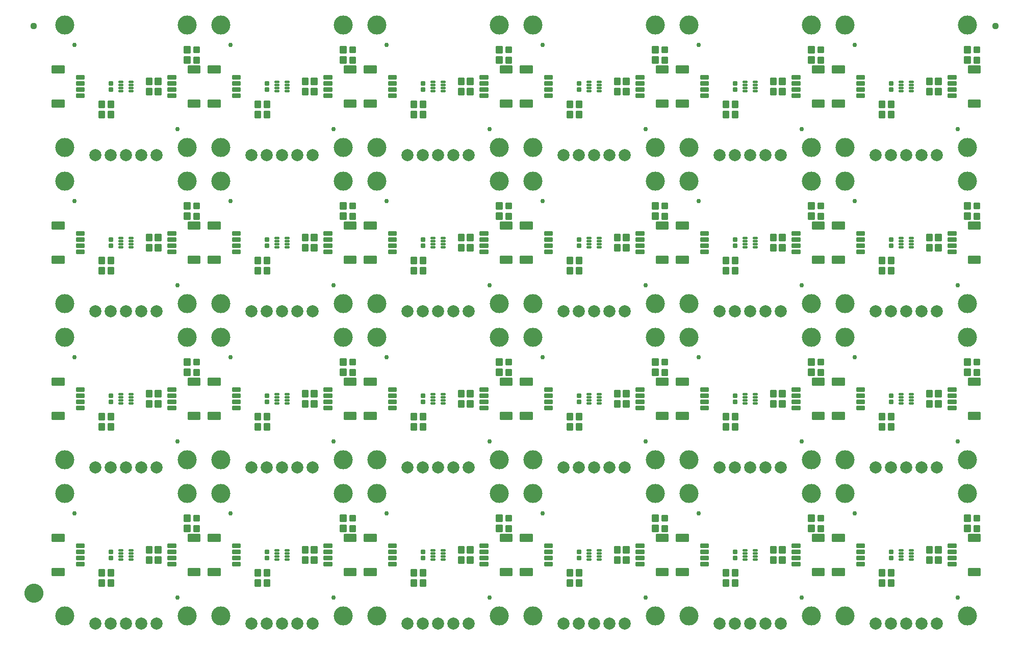
<source format=gts>
G04 EAGLE Gerber RS-274X export*
G75*
%MOMM*%
%FSLAX34Y34*%
%LPD*%
%INSoldermask Top*%
%IPPOS*%
%AMOC8*
5,1,8,0,0,1.08239X$1,22.5*%
G01*
%ADD10C,3.175000*%
%ADD11C,0.225400*%
%ADD12C,0.762000*%
%ADD13C,0.225588*%
%ADD14C,0.225369*%
%ADD15C,0.428259*%
%ADD16C,0.230578*%
%ADD17C,2.006600*%
%ADD18C,1.127000*%
%ADD19C,1.270000*%
%ADD20C,1.627000*%


D10*
X25400Y228600D03*
X25400Y25400D03*
X228600Y25400D03*
D11*
X175578Y130492D02*
X175578Y140508D01*
X184594Y140508D01*
X184594Y130492D01*
X175578Y130492D01*
X175578Y132633D02*
X184594Y132633D01*
X184594Y134774D02*
X175578Y134774D01*
X175578Y136915D02*
X184594Y136915D01*
X184594Y139056D02*
X175578Y139056D01*
X175578Y123508D02*
X175578Y113492D01*
X175578Y123508D02*
X184594Y123508D01*
X184594Y113492D01*
X175578Y113492D01*
X175578Y115633D02*
X184594Y115633D01*
X184594Y117774D02*
X175578Y117774D01*
X175578Y119915D02*
X184594Y119915D01*
X184594Y122056D02*
X175578Y122056D01*
X160592Y130492D02*
X160592Y140508D01*
X169608Y140508D01*
X169608Y130492D01*
X160592Y130492D01*
X160592Y132633D02*
X169608Y132633D01*
X169608Y134774D02*
X160592Y134774D01*
X160592Y136915D02*
X169608Y136915D01*
X169608Y139056D02*
X160592Y139056D01*
X160592Y123508D02*
X160592Y113492D01*
X160592Y123508D02*
X169608Y123508D01*
X169608Y113492D01*
X160592Y113492D01*
X160592Y115633D02*
X169608Y115633D01*
X169608Y117774D02*
X160592Y117774D01*
X160592Y119915D02*
X169608Y119915D01*
X169608Y122056D02*
X160592Y122056D01*
D12*
X41910Y195580D03*
X212344Y55880D03*
D13*
X249203Y93493D02*
X249203Y104507D01*
X249203Y93493D02*
X230189Y93493D01*
X230189Y104507D01*
X249203Y104507D01*
X249203Y95636D02*
X230189Y95636D01*
X230189Y97779D02*
X249203Y97779D01*
X249203Y99922D02*
X230189Y99922D01*
X230189Y102065D02*
X249203Y102065D01*
X249203Y104208D02*
X230189Y104208D01*
X249203Y149493D02*
X249203Y160507D01*
X249203Y149493D02*
X230189Y149493D01*
X230189Y160507D01*
X249203Y160507D01*
X249203Y151636D02*
X230189Y151636D01*
X230189Y153779D02*
X249203Y153779D01*
X249203Y155922D02*
X230189Y155922D01*
X230189Y158065D02*
X249203Y158065D01*
X249203Y160208D02*
X230189Y160208D01*
D14*
X209204Y114508D02*
X209204Y109492D01*
X196688Y109492D01*
X196688Y114508D01*
X209204Y114508D01*
X209204Y111633D02*
X196688Y111633D01*
X196688Y113774D02*
X209204Y113774D01*
X209204Y119492D02*
X209204Y124508D01*
X209204Y119492D02*
X196688Y119492D01*
X196688Y124508D01*
X209204Y124508D01*
X209204Y121633D02*
X196688Y121633D01*
X196688Y123774D02*
X209204Y123774D01*
X209204Y129492D02*
X209204Y134508D01*
X209204Y129492D02*
X196688Y129492D01*
X196688Y134508D01*
X209204Y134508D01*
X209204Y131633D02*
X196688Y131633D01*
X196688Y133774D02*
X209204Y133774D01*
X209204Y139492D02*
X209204Y144508D01*
X209204Y139492D02*
X196688Y139492D01*
X196688Y144508D01*
X209204Y144508D01*
X209204Y141633D02*
X196688Y141633D01*
X196688Y143774D02*
X209204Y143774D01*
D13*
X4543Y149493D02*
X4543Y160507D01*
X23557Y160507D01*
X23557Y149493D01*
X4543Y149493D01*
X4543Y151636D02*
X23557Y151636D01*
X23557Y153779D02*
X4543Y153779D01*
X4543Y155922D02*
X23557Y155922D01*
X23557Y158065D02*
X4543Y158065D01*
X4543Y160208D02*
X23557Y160208D01*
X4543Y104507D02*
X4543Y93493D01*
X4543Y104507D02*
X23557Y104507D01*
X23557Y93493D01*
X4543Y93493D01*
X4543Y95636D02*
X23557Y95636D01*
X23557Y97779D02*
X4543Y97779D01*
X4543Y99922D02*
X23557Y99922D01*
X23557Y102065D02*
X4543Y102065D01*
X4543Y104208D02*
X23557Y104208D01*
D14*
X44542Y139492D02*
X44542Y144508D01*
X57058Y144508D01*
X57058Y139492D01*
X44542Y139492D01*
X44542Y141633D02*
X57058Y141633D01*
X57058Y143774D02*
X44542Y143774D01*
X44542Y134508D02*
X44542Y129492D01*
X44542Y134508D02*
X57058Y134508D01*
X57058Y129492D01*
X44542Y129492D01*
X44542Y131633D02*
X57058Y131633D01*
X57058Y133774D02*
X44542Y133774D01*
X44542Y124508D02*
X44542Y119492D01*
X44542Y124508D02*
X57058Y124508D01*
X57058Y119492D01*
X44542Y119492D01*
X44542Y121633D02*
X57058Y121633D01*
X57058Y123774D02*
X44542Y123774D01*
X44542Y114508D02*
X44542Y109492D01*
X44542Y114508D02*
X57058Y114508D01*
X57058Y109492D01*
X44542Y109492D01*
X44542Y111633D02*
X57058Y111633D01*
X57058Y113774D02*
X44542Y113774D01*
D15*
X240600Y184600D02*
X247588Y184600D01*
X240600Y184600D02*
X240600Y191588D01*
X247588Y191588D01*
X247588Y184600D01*
X247588Y188669D02*
X240600Y188669D01*
X240600Y167060D02*
X247588Y167060D01*
X240600Y167060D02*
X240600Y174048D01*
X247588Y174048D01*
X247588Y167060D01*
X247588Y171129D02*
X240600Y171129D01*
D11*
X232600Y166324D02*
X232600Y176340D01*
X232600Y166324D02*
X223584Y166324D01*
X223584Y176340D01*
X232600Y176340D01*
X232600Y168465D02*
X223584Y168465D01*
X223584Y170606D02*
X232600Y170606D01*
X232600Y172747D02*
X223584Y172747D01*
X223584Y174888D02*
X232600Y174888D01*
X232600Y183324D02*
X232600Y193340D01*
X232600Y183324D02*
X223584Y183324D01*
X223584Y193340D01*
X232600Y193340D01*
X232600Y185465D02*
X223584Y185465D01*
X223584Y187606D02*
X232600Y187606D01*
X232600Y189747D02*
X223584Y189747D01*
X223584Y191888D02*
X232600Y191888D01*
D10*
X228600Y228600D03*
D14*
X99092Y134508D02*
X99092Y129492D01*
X99092Y134508D02*
X104108Y134508D01*
X104108Y129492D01*
X99092Y129492D01*
X99092Y131633D02*
X104108Y131633D01*
X104108Y133774D02*
X99092Y133774D01*
X99092Y124508D02*
X99092Y119492D01*
X99092Y124508D02*
X104108Y124508D01*
X104108Y119492D01*
X99092Y119492D01*
X99092Y121633D02*
X104108Y121633D01*
X104108Y123774D02*
X99092Y123774D01*
D16*
X115028Y133638D02*
X121192Y133638D01*
X115028Y133638D02*
X115028Y135602D01*
X121192Y135602D01*
X121192Y133638D01*
X121192Y128638D02*
X115028Y128638D01*
X115028Y130602D01*
X121192Y130602D01*
X121192Y128638D01*
X121192Y123638D02*
X115028Y123638D01*
X115028Y125602D01*
X121192Y125602D01*
X121192Y123638D01*
X121192Y118638D02*
X115028Y118638D01*
X115028Y120602D01*
X121192Y120602D01*
X121192Y118638D01*
X132228Y118638D02*
X138392Y118638D01*
X132228Y118638D02*
X132228Y120602D01*
X138392Y120602D01*
X138392Y118638D01*
X138392Y123638D02*
X132228Y123638D01*
X132228Y125602D01*
X138392Y125602D01*
X138392Y123638D01*
X138392Y128638D02*
X132228Y128638D01*
X132228Y130602D01*
X138392Y130602D01*
X138392Y128638D01*
X138392Y133638D02*
X132228Y133638D01*
X132228Y135602D01*
X138392Y135602D01*
X138392Y133638D01*
D11*
X106108Y85408D02*
X106108Y75392D01*
X97092Y75392D01*
X97092Y85408D01*
X106108Y85408D01*
X106108Y77533D02*
X97092Y77533D01*
X97092Y79674D02*
X106108Y79674D01*
X106108Y81815D02*
X97092Y81815D01*
X97092Y83956D02*
X106108Y83956D01*
X106108Y92392D02*
X106108Y102408D01*
X106108Y92392D02*
X97092Y92392D01*
X97092Y102408D01*
X106108Y102408D01*
X106108Y94533D02*
X97092Y94533D01*
X97092Y96674D02*
X106108Y96674D01*
X106108Y98815D02*
X97092Y98815D01*
X97092Y100956D02*
X106108Y100956D01*
D17*
X76200Y12700D03*
X101600Y12700D03*
X127000Y12700D03*
X152400Y12700D03*
X177800Y12700D03*
D11*
X90868Y75392D02*
X90868Y85408D01*
X90868Y75392D02*
X81852Y75392D01*
X81852Y85408D01*
X90868Y85408D01*
X90868Y77533D02*
X81852Y77533D01*
X81852Y79674D02*
X90868Y79674D01*
X90868Y81815D02*
X81852Y81815D01*
X81852Y83956D02*
X90868Y83956D01*
X90868Y92392D02*
X90868Y102408D01*
X90868Y92392D02*
X81852Y92392D01*
X81852Y102408D01*
X90868Y102408D01*
X90868Y94533D02*
X81852Y94533D01*
X81852Y96674D02*
X90868Y96674D01*
X90868Y98815D02*
X81852Y98815D01*
X81852Y100956D02*
X90868Y100956D01*
D10*
X284480Y228600D03*
X284480Y25400D03*
X487680Y25400D03*
D11*
X434658Y130492D02*
X434658Y140508D01*
X443674Y140508D01*
X443674Y130492D01*
X434658Y130492D01*
X434658Y132633D02*
X443674Y132633D01*
X443674Y134774D02*
X434658Y134774D01*
X434658Y136915D02*
X443674Y136915D01*
X443674Y139056D02*
X434658Y139056D01*
X434658Y123508D02*
X434658Y113492D01*
X434658Y123508D02*
X443674Y123508D01*
X443674Y113492D01*
X434658Y113492D01*
X434658Y115633D02*
X443674Y115633D01*
X443674Y117774D02*
X434658Y117774D01*
X434658Y119915D02*
X443674Y119915D01*
X443674Y122056D02*
X434658Y122056D01*
X419672Y130492D02*
X419672Y140508D01*
X428688Y140508D01*
X428688Y130492D01*
X419672Y130492D01*
X419672Y132633D02*
X428688Y132633D01*
X428688Y134774D02*
X419672Y134774D01*
X419672Y136915D02*
X428688Y136915D01*
X428688Y139056D02*
X419672Y139056D01*
X419672Y123508D02*
X419672Y113492D01*
X419672Y123508D02*
X428688Y123508D01*
X428688Y113492D01*
X419672Y113492D01*
X419672Y115633D02*
X428688Y115633D01*
X428688Y117774D02*
X419672Y117774D01*
X419672Y119915D02*
X428688Y119915D01*
X428688Y122056D02*
X419672Y122056D01*
D12*
X300990Y195580D03*
X471424Y55880D03*
D13*
X508283Y93493D02*
X508283Y104507D01*
X508283Y93493D02*
X489269Y93493D01*
X489269Y104507D01*
X508283Y104507D01*
X508283Y95636D02*
X489269Y95636D01*
X489269Y97779D02*
X508283Y97779D01*
X508283Y99922D02*
X489269Y99922D01*
X489269Y102065D02*
X508283Y102065D01*
X508283Y104208D02*
X489269Y104208D01*
X508283Y149493D02*
X508283Y160507D01*
X508283Y149493D02*
X489269Y149493D01*
X489269Y160507D01*
X508283Y160507D01*
X508283Y151636D02*
X489269Y151636D01*
X489269Y153779D02*
X508283Y153779D01*
X508283Y155922D02*
X489269Y155922D01*
X489269Y158065D02*
X508283Y158065D01*
X508283Y160208D02*
X489269Y160208D01*
D14*
X468284Y114508D02*
X468284Y109492D01*
X455768Y109492D01*
X455768Y114508D01*
X468284Y114508D01*
X468284Y111633D02*
X455768Y111633D01*
X455768Y113774D02*
X468284Y113774D01*
X468284Y119492D02*
X468284Y124508D01*
X468284Y119492D02*
X455768Y119492D01*
X455768Y124508D01*
X468284Y124508D01*
X468284Y121633D02*
X455768Y121633D01*
X455768Y123774D02*
X468284Y123774D01*
X468284Y129492D02*
X468284Y134508D01*
X468284Y129492D02*
X455768Y129492D01*
X455768Y134508D01*
X468284Y134508D01*
X468284Y131633D02*
X455768Y131633D01*
X455768Y133774D02*
X468284Y133774D01*
X468284Y139492D02*
X468284Y144508D01*
X468284Y139492D02*
X455768Y139492D01*
X455768Y144508D01*
X468284Y144508D01*
X468284Y141633D02*
X455768Y141633D01*
X455768Y143774D02*
X468284Y143774D01*
D13*
X263623Y149493D02*
X263623Y160507D01*
X282637Y160507D01*
X282637Y149493D01*
X263623Y149493D01*
X263623Y151636D02*
X282637Y151636D01*
X282637Y153779D02*
X263623Y153779D01*
X263623Y155922D02*
X282637Y155922D01*
X282637Y158065D02*
X263623Y158065D01*
X263623Y160208D02*
X282637Y160208D01*
X263623Y104507D02*
X263623Y93493D01*
X263623Y104507D02*
X282637Y104507D01*
X282637Y93493D01*
X263623Y93493D01*
X263623Y95636D02*
X282637Y95636D01*
X282637Y97779D02*
X263623Y97779D01*
X263623Y99922D02*
X282637Y99922D01*
X282637Y102065D02*
X263623Y102065D01*
X263623Y104208D02*
X282637Y104208D01*
D14*
X303622Y139492D02*
X303622Y144508D01*
X316138Y144508D01*
X316138Y139492D01*
X303622Y139492D01*
X303622Y141633D02*
X316138Y141633D01*
X316138Y143774D02*
X303622Y143774D01*
X303622Y134508D02*
X303622Y129492D01*
X303622Y134508D02*
X316138Y134508D01*
X316138Y129492D01*
X303622Y129492D01*
X303622Y131633D02*
X316138Y131633D01*
X316138Y133774D02*
X303622Y133774D01*
X303622Y124508D02*
X303622Y119492D01*
X303622Y124508D02*
X316138Y124508D01*
X316138Y119492D01*
X303622Y119492D01*
X303622Y121633D02*
X316138Y121633D01*
X316138Y123774D02*
X303622Y123774D01*
X303622Y114508D02*
X303622Y109492D01*
X303622Y114508D02*
X316138Y114508D01*
X316138Y109492D01*
X303622Y109492D01*
X303622Y111633D02*
X316138Y111633D01*
X316138Y113774D02*
X303622Y113774D01*
D15*
X499680Y184600D02*
X506668Y184600D01*
X499680Y184600D02*
X499680Y191588D01*
X506668Y191588D01*
X506668Y184600D01*
X506668Y188669D02*
X499680Y188669D01*
X499680Y167060D02*
X506668Y167060D01*
X499680Y167060D02*
X499680Y174048D01*
X506668Y174048D01*
X506668Y167060D01*
X506668Y171129D02*
X499680Y171129D01*
D11*
X491680Y166324D02*
X491680Y176340D01*
X491680Y166324D02*
X482664Y166324D01*
X482664Y176340D01*
X491680Y176340D01*
X491680Y168465D02*
X482664Y168465D01*
X482664Y170606D02*
X491680Y170606D01*
X491680Y172747D02*
X482664Y172747D01*
X482664Y174888D02*
X491680Y174888D01*
X491680Y183324D02*
X491680Y193340D01*
X491680Y183324D02*
X482664Y183324D01*
X482664Y193340D01*
X491680Y193340D01*
X491680Y185465D02*
X482664Y185465D01*
X482664Y187606D02*
X491680Y187606D01*
X491680Y189747D02*
X482664Y189747D01*
X482664Y191888D02*
X491680Y191888D01*
D10*
X487680Y228600D03*
D14*
X358172Y134508D02*
X358172Y129492D01*
X358172Y134508D02*
X363188Y134508D01*
X363188Y129492D01*
X358172Y129492D01*
X358172Y131633D02*
X363188Y131633D01*
X363188Y133774D02*
X358172Y133774D01*
X358172Y124508D02*
X358172Y119492D01*
X358172Y124508D02*
X363188Y124508D01*
X363188Y119492D01*
X358172Y119492D01*
X358172Y121633D02*
X363188Y121633D01*
X363188Y123774D02*
X358172Y123774D01*
D16*
X374108Y133638D02*
X380272Y133638D01*
X374108Y133638D02*
X374108Y135602D01*
X380272Y135602D01*
X380272Y133638D01*
X380272Y128638D02*
X374108Y128638D01*
X374108Y130602D01*
X380272Y130602D01*
X380272Y128638D01*
X380272Y123638D02*
X374108Y123638D01*
X374108Y125602D01*
X380272Y125602D01*
X380272Y123638D01*
X380272Y118638D02*
X374108Y118638D01*
X374108Y120602D01*
X380272Y120602D01*
X380272Y118638D01*
X391308Y118638D02*
X397472Y118638D01*
X391308Y118638D02*
X391308Y120602D01*
X397472Y120602D01*
X397472Y118638D01*
X397472Y123638D02*
X391308Y123638D01*
X391308Y125602D01*
X397472Y125602D01*
X397472Y123638D01*
X397472Y128638D02*
X391308Y128638D01*
X391308Y130602D01*
X397472Y130602D01*
X397472Y128638D01*
X397472Y133638D02*
X391308Y133638D01*
X391308Y135602D01*
X397472Y135602D01*
X397472Y133638D01*
D11*
X365188Y85408D02*
X365188Y75392D01*
X356172Y75392D01*
X356172Y85408D01*
X365188Y85408D01*
X365188Y77533D02*
X356172Y77533D01*
X356172Y79674D02*
X365188Y79674D01*
X365188Y81815D02*
X356172Y81815D01*
X356172Y83956D02*
X365188Y83956D01*
X365188Y92392D02*
X365188Y102408D01*
X365188Y92392D02*
X356172Y92392D01*
X356172Y102408D01*
X365188Y102408D01*
X365188Y94533D02*
X356172Y94533D01*
X356172Y96674D02*
X365188Y96674D01*
X365188Y98815D02*
X356172Y98815D01*
X356172Y100956D02*
X365188Y100956D01*
D17*
X335280Y12700D03*
X360680Y12700D03*
X386080Y12700D03*
X411480Y12700D03*
X436880Y12700D03*
D11*
X349948Y75392D02*
X349948Y85408D01*
X349948Y75392D02*
X340932Y75392D01*
X340932Y85408D01*
X349948Y85408D01*
X349948Y77533D02*
X340932Y77533D01*
X340932Y79674D02*
X349948Y79674D01*
X349948Y81815D02*
X340932Y81815D01*
X340932Y83956D02*
X349948Y83956D01*
X349948Y92392D02*
X349948Y102408D01*
X349948Y92392D02*
X340932Y92392D01*
X340932Y102408D01*
X349948Y102408D01*
X349948Y94533D02*
X340932Y94533D01*
X340932Y96674D02*
X349948Y96674D01*
X349948Y98815D02*
X340932Y98815D01*
X340932Y100956D02*
X349948Y100956D01*
D10*
X543560Y228600D03*
X543560Y25400D03*
X746760Y25400D03*
D11*
X693738Y130492D02*
X693738Y140508D01*
X702754Y140508D01*
X702754Y130492D01*
X693738Y130492D01*
X693738Y132633D02*
X702754Y132633D01*
X702754Y134774D02*
X693738Y134774D01*
X693738Y136915D02*
X702754Y136915D01*
X702754Y139056D02*
X693738Y139056D01*
X693738Y123508D02*
X693738Y113492D01*
X693738Y123508D02*
X702754Y123508D01*
X702754Y113492D01*
X693738Y113492D01*
X693738Y115633D02*
X702754Y115633D01*
X702754Y117774D02*
X693738Y117774D01*
X693738Y119915D02*
X702754Y119915D01*
X702754Y122056D02*
X693738Y122056D01*
X678752Y130492D02*
X678752Y140508D01*
X687768Y140508D01*
X687768Y130492D01*
X678752Y130492D01*
X678752Y132633D02*
X687768Y132633D01*
X687768Y134774D02*
X678752Y134774D01*
X678752Y136915D02*
X687768Y136915D01*
X687768Y139056D02*
X678752Y139056D01*
X678752Y123508D02*
X678752Y113492D01*
X678752Y123508D02*
X687768Y123508D01*
X687768Y113492D01*
X678752Y113492D01*
X678752Y115633D02*
X687768Y115633D01*
X687768Y117774D02*
X678752Y117774D01*
X678752Y119915D02*
X687768Y119915D01*
X687768Y122056D02*
X678752Y122056D01*
D12*
X560070Y195580D03*
X730504Y55880D03*
D13*
X767363Y93493D02*
X767363Y104507D01*
X767363Y93493D02*
X748349Y93493D01*
X748349Y104507D01*
X767363Y104507D01*
X767363Y95636D02*
X748349Y95636D01*
X748349Y97779D02*
X767363Y97779D01*
X767363Y99922D02*
X748349Y99922D01*
X748349Y102065D02*
X767363Y102065D01*
X767363Y104208D02*
X748349Y104208D01*
X767363Y149493D02*
X767363Y160507D01*
X767363Y149493D02*
X748349Y149493D01*
X748349Y160507D01*
X767363Y160507D01*
X767363Y151636D02*
X748349Y151636D01*
X748349Y153779D02*
X767363Y153779D01*
X767363Y155922D02*
X748349Y155922D01*
X748349Y158065D02*
X767363Y158065D01*
X767363Y160208D02*
X748349Y160208D01*
D14*
X727364Y114508D02*
X727364Y109492D01*
X714848Y109492D01*
X714848Y114508D01*
X727364Y114508D01*
X727364Y111633D02*
X714848Y111633D01*
X714848Y113774D02*
X727364Y113774D01*
X727364Y119492D02*
X727364Y124508D01*
X727364Y119492D02*
X714848Y119492D01*
X714848Y124508D01*
X727364Y124508D01*
X727364Y121633D02*
X714848Y121633D01*
X714848Y123774D02*
X727364Y123774D01*
X727364Y129492D02*
X727364Y134508D01*
X727364Y129492D02*
X714848Y129492D01*
X714848Y134508D01*
X727364Y134508D01*
X727364Y131633D02*
X714848Y131633D01*
X714848Y133774D02*
X727364Y133774D01*
X727364Y139492D02*
X727364Y144508D01*
X727364Y139492D02*
X714848Y139492D01*
X714848Y144508D01*
X727364Y144508D01*
X727364Y141633D02*
X714848Y141633D01*
X714848Y143774D02*
X727364Y143774D01*
D13*
X522703Y149493D02*
X522703Y160507D01*
X541717Y160507D01*
X541717Y149493D01*
X522703Y149493D01*
X522703Y151636D02*
X541717Y151636D01*
X541717Y153779D02*
X522703Y153779D01*
X522703Y155922D02*
X541717Y155922D01*
X541717Y158065D02*
X522703Y158065D01*
X522703Y160208D02*
X541717Y160208D01*
X522703Y104507D02*
X522703Y93493D01*
X522703Y104507D02*
X541717Y104507D01*
X541717Y93493D01*
X522703Y93493D01*
X522703Y95636D02*
X541717Y95636D01*
X541717Y97779D02*
X522703Y97779D01*
X522703Y99922D02*
X541717Y99922D01*
X541717Y102065D02*
X522703Y102065D01*
X522703Y104208D02*
X541717Y104208D01*
D14*
X562702Y139492D02*
X562702Y144508D01*
X575218Y144508D01*
X575218Y139492D01*
X562702Y139492D01*
X562702Y141633D02*
X575218Y141633D01*
X575218Y143774D02*
X562702Y143774D01*
X562702Y134508D02*
X562702Y129492D01*
X562702Y134508D02*
X575218Y134508D01*
X575218Y129492D01*
X562702Y129492D01*
X562702Y131633D02*
X575218Y131633D01*
X575218Y133774D02*
X562702Y133774D01*
X562702Y124508D02*
X562702Y119492D01*
X562702Y124508D02*
X575218Y124508D01*
X575218Y119492D01*
X562702Y119492D01*
X562702Y121633D02*
X575218Y121633D01*
X575218Y123774D02*
X562702Y123774D01*
X562702Y114508D02*
X562702Y109492D01*
X562702Y114508D02*
X575218Y114508D01*
X575218Y109492D01*
X562702Y109492D01*
X562702Y111633D02*
X575218Y111633D01*
X575218Y113774D02*
X562702Y113774D01*
D15*
X758760Y184600D02*
X765748Y184600D01*
X758760Y184600D02*
X758760Y191588D01*
X765748Y191588D01*
X765748Y184600D01*
X765748Y188669D02*
X758760Y188669D01*
X758760Y167060D02*
X765748Y167060D01*
X758760Y167060D02*
X758760Y174048D01*
X765748Y174048D01*
X765748Y167060D01*
X765748Y171129D02*
X758760Y171129D01*
D11*
X750760Y166324D02*
X750760Y176340D01*
X750760Y166324D02*
X741744Y166324D01*
X741744Y176340D01*
X750760Y176340D01*
X750760Y168465D02*
X741744Y168465D01*
X741744Y170606D02*
X750760Y170606D01*
X750760Y172747D02*
X741744Y172747D01*
X741744Y174888D02*
X750760Y174888D01*
X750760Y183324D02*
X750760Y193340D01*
X750760Y183324D02*
X741744Y183324D01*
X741744Y193340D01*
X750760Y193340D01*
X750760Y185465D02*
X741744Y185465D01*
X741744Y187606D02*
X750760Y187606D01*
X750760Y189747D02*
X741744Y189747D01*
X741744Y191888D02*
X750760Y191888D01*
D10*
X746760Y228600D03*
D14*
X617252Y134508D02*
X617252Y129492D01*
X617252Y134508D02*
X622268Y134508D01*
X622268Y129492D01*
X617252Y129492D01*
X617252Y131633D02*
X622268Y131633D01*
X622268Y133774D02*
X617252Y133774D01*
X617252Y124508D02*
X617252Y119492D01*
X617252Y124508D02*
X622268Y124508D01*
X622268Y119492D01*
X617252Y119492D01*
X617252Y121633D02*
X622268Y121633D01*
X622268Y123774D02*
X617252Y123774D01*
D16*
X633188Y133638D02*
X639352Y133638D01*
X633188Y133638D02*
X633188Y135602D01*
X639352Y135602D01*
X639352Y133638D01*
X639352Y128638D02*
X633188Y128638D01*
X633188Y130602D01*
X639352Y130602D01*
X639352Y128638D01*
X639352Y123638D02*
X633188Y123638D01*
X633188Y125602D01*
X639352Y125602D01*
X639352Y123638D01*
X639352Y118638D02*
X633188Y118638D01*
X633188Y120602D01*
X639352Y120602D01*
X639352Y118638D01*
X650388Y118638D02*
X656552Y118638D01*
X650388Y118638D02*
X650388Y120602D01*
X656552Y120602D01*
X656552Y118638D01*
X656552Y123638D02*
X650388Y123638D01*
X650388Y125602D01*
X656552Y125602D01*
X656552Y123638D01*
X656552Y128638D02*
X650388Y128638D01*
X650388Y130602D01*
X656552Y130602D01*
X656552Y128638D01*
X656552Y133638D02*
X650388Y133638D01*
X650388Y135602D01*
X656552Y135602D01*
X656552Y133638D01*
D11*
X624268Y85408D02*
X624268Y75392D01*
X615252Y75392D01*
X615252Y85408D01*
X624268Y85408D01*
X624268Y77533D02*
X615252Y77533D01*
X615252Y79674D02*
X624268Y79674D01*
X624268Y81815D02*
X615252Y81815D01*
X615252Y83956D02*
X624268Y83956D01*
X624268Y92392D02*
X624268Y102408D01*
X624268Y92392D02*
X615252Y92392D01*
X615252Y102408D01*
X624268Y102408D01*
X624268Y94533D02*
X615252Y94533D01*
X615252Y96674D02*
X624268Y96674D01*
X624268Y98815D02*
X615252Y98815D01*
X615252Y100956D02*
X624268Y100956D01*
D17*
X594360Y12700D03*
X619760Y12700D03*
X645160Y12700D03*
X670560Y12700D03*
X695960Y12700D03*
D11*
X609028Y75392D02*
X609028Y85408D01*
X609028Y75392D02*
X600012Y75392D01*
X600012Y85408D01*
X609028Y85408D01*
X609028Y77533D02*
X600012Y77533D01*
X600012Y79674D02*
X609028Y79674D01*
X609028Y81815D02*
X600012Y81815D01*
X600012Y83956D02*
X609028Y83956D01*
X609028Y92392D02*
X609028Y102408D01*
X609028Y92392D02*
X600012Y92392D01*
X600012Y102408D01*
X609028Y102408D01*
X609028Y94533D02*
X600012Y94533D01*
X600012Y96674D02*
X609028Y96674D01*
X609028Y98815D02*
X600012Y98815D01*
X600012Y100956D02*
X609028Y100956D01*
D10*
X802640Y228600D03*
X802640Y25400D03*
X1005840Y25400D03*
D11*
X952818Y130492D02*
X952818Y140508D01*
X961834Y140508D01*
X961834Y130492D01*
X952818Y130492D01*
X952818Y132633D02*
X961834Y132633D01*
X961834Y134774D02*
X952818Y134774D01*
X952818Y136915D02*
X961834Y136915D01*
X961834Y139056D02*
X952818Y139056D01*
X952818Y123508D02*
X952818Y113492D01*
X952818Y123508D02*
X961834Y123508D01*
X961834Y113492D01*
X952818Y113492D01*
X952818Y115633D02*
X961834Y115633D01*
X961834Y117774D02*
X952818Y117774D01*
X952818Y119915D02*
X961834Y119915D01*
X961834Y122056D02*
X952818Y122056D01*
X937832Y130492D02*
X937832Y140508D01*
X946848Y140508D01*
X946848Y130492D01*
X937832Y130492D01*
X937832Y132633D02*
X946848Y132633D01*
X946848Y134774D02*
X937832Y134774D01*
X937832Y136915D02*
X946848Y136915D01*
X946848Y139056D02*
X937832Y139056D01*
X937832Y123508D02*
X937832Y113492D01*
X937832Y123508D02*
X946848Y123508D01*
X946848Y113492D01*
X937832Y113492D01*
X937832Y115633D02*
X946848Y115633D01*
X946848Y117774D02*
X937832Y117774D01*
X937832Y119915D02*
X946848Y119915D01*
X946848Y122056D02*
X937832Y122056D01*
D12*
X819150Y195580D03*
X989584Y55880D03*
D13*
X1026443Y93493D02*
X1026443Y104507D01*
X1026443Y93493D02*
X1007429Y93493D01*
X1007429Y104507D01*
X1026443Y104507D01*
X1026443Y95636D02*
X1007429Y95636D01*
X1007429Y97779D02*
X1026443Y97779D01*
X1026443Y99922D02*
X1007429Y99922D01*
X1007429Y102065D02*
X1026443Y102065D01*
X1026443Y104208D02*
X1007429Y104208D01*
X1026443Y149493D02*
X1026443Y160507D01*
X1026443Y149493D02*
X1007429Y149493D01*
X1007429Y160507D01*
X1026443Y160507D01*
X1026443Y151636D02*
X1007429Y151636D01*
X1007429Y153779D02*
X1026443Y153779D01*
X1026443Y155922D02*
X1007429Y155922D01*
X1007429Y158065D02*
X1026443Y158065D01*
X1026443Y160208D02*
X1007429Y160208D01*
D14*
X986444Y114508D02*
X986444Y109492D01*
X973928Y109492D01*
X973928Y114508D01*
X986444Y114508D01*
X986444Y111633D02*
X973928Y111633D01*
X973928Y113774D02*
X986444Y113774D01*
X986444Y119492D02*
X986444Y124508D01*
X986444Y119492D02*
X973928Y119492D01*
X973928Y124508D01*
X986444Y124508D01*
X986444Y121633D02*
X973928Y121633D01*
X973928Y123774D02*
X986444Y123774D01*
X986444Y129492D02*
X986444Y134508D01*
X986444Y129492D02*
X973928Y129492D01*
X973928Y134508D01*
X986444Y134508D01*
X986444Y131633D02*
X973928Y131633D01*
X973928Y133774D02*
X986444Y133774D01*
X986444Y139492D02*
X986444Y144508D01*
X986444Y139492D02*
X973928Y139492D01*
X973928Y144508D01*
X986444Y144508D01*
X986444Y141633D02*
X973928Y141633D01*
X973928Y143774D02*
X986444Y143774D01*
D13*
X781783Y149493D02*
X781783Y160507D01*
X800797Y160507D01*
X800797Y149493D01*
X781783Y149493D01*
X781783Y151636D02*
X800797Y151636D01*
X800797Y153779D02*
X781783Y153779D01*
X781783Y155922D02*
X800797Y155922D01*
X800797Y158065D02*
X781783Y158065D01*
X781783Y160208D02*
X800797Y160208D01*
X781783Y104507D02*
X781783Y93493D01*
X781783Y104507D02*
X800797Y104507D01*
X800797Y93493D01*
X781783Y93493D01*
X781783Y95636D02*
X800797Y95636D01*
X800797Y97779D02*
X781783Y97779D01*
X781783Y99922D02*
X800797Y99922D01*
X800797Y102065D02*
X781783Y102065D01*
X781783Y104208D02*
X800797Y104208D01*
D14*
X821782Y139492D02*
X821782Y144508D01*
X834298Y144508D01*
X834298Y139492D01*
X821782Y139492D01*
X821782Y141633D02*
X834298Y141633D01*
X834298Y143774D02*
X821782Y143774D01*
X821782Y134508D02*
X821782Y129492D01*
X821782Y134508D02*
X834298Y134508D01*
X834298Y129492D01*
X821782Y129492D01*
X821782Y131633D02*
X834298Y131633D01*
X834298Y133774D02*
X821782Y133774D01*
X821782Y124508D02*
X821782Y119492D01*
X821782Y124508D02*
X834298Y124508D01*
X834298Y119492D01*
X821782Y119492D01*
X821782Y121633D02*
X834298Y121633D01*
X834298Y123774D02*
X821782Y123774D01*
X821782Y114508D02*
X821782Y109492D01*
X821782Y114508D02*
X834298Y114508D01*
X834298Y109492D01*
X821782Y109492D01*
X821782Y111633D02*
X834298Y111633D01*
X834298Y113774D02*
X821782Y113774D01*
D15*
X1017840Y184600D02*
X1024828Y184600D01*
X1017840Y184600D02*
X1017840Y191588D01*
X1024828Y191588D01*
X1024828Y184600D01*
X1024828Y188669D02*
X1017840Y188669D01*
X1017840Y167060D02*
X1024828Y167060D01*
X1017840Y167060D02*
X1017840Y174048D01*
X1024828Y174048D01*
X1024828Y167060D01*
X1024828Y171129D02*
X1017840Y171129D01*
D11*
X1009840Y166324D02*
X1009840Y176340D01*
X1009840Y166324D02*
X1000824Y166324D01*
X1000824Y176340D01*
X1009840Y176340D01*
X1009840Y168465D02*
X1000824Y168465D01*
X1000824Y170606D02*
X1009840Y170606D01*
X1009840Y172747D02*
X1000824Y172747D01*
X1000824Y174888D02*
X1009840Y174888D01*
X1009840Y183324D02*
X1009840Y193340D01*
X1009840Y183324D02*
X1000824Y183324D01*
X1000824Y193340D01*
X1009840Y193340D01*
X1009840Y185465D02*
X1000824Y185465D01*
X1000824Y187606D02*
X1009840Y187606D01*
X1009840Y189747D02*
X1000824Y189747D01*
X1000824Y191888D02*
X1009840Y191888D01*
D10*
X1005840Y228600D03*
D14*
X876332Y134508D02*
X876332Y129492D01*
X876332Y134508D02*
X881348Y134508D01*
X881348Y129492D01*
X876332Y129492D01*
X876332Y131633D02*
X881348Y131633D01*
X881348Y133774D02*
X876332Y133774D01*
X876332Y124508D02*
X876332Y119492D01*
X876332Y124508D02*
X881348Y124508D01*
X881348Y119492D01*
X876332Y119492D01*
X876332Y121633D02*
X881348Y121633D01*
X881348Y123774D02*
X876332Y123774D01*
D16*
X892268Y133638D02*
X898432Y133638D01*
X892268Y133638D02*
X892268Y135602D01*
X898432Y135602D01*
X898432Y133638D01*
X898432Y128638D02*
X892268Y128638D01*
X892268Y130602D01*
X898432Y130602D01*
X898432Y128638D01*
X898432Y123638D02*
X892268Y123638D01*
X892268Y125602D01*
X898432Y125602D01*
X898432Y123638D01*
X898432Y118638D02*
X892268Y118638D01*
X892268Y120602D01*
X898432Y120602D01*
X898432Y118638D01*
X909468Y118638D02*
X915632Y118638D01*
X909468Y118638D02*
X909468Y120602D01*
X915632Y120602D01*
X915632Y118638D01*
X915632Y123638D02*
X909468Y123638D01*
X909468Y125602D01*
X915632Y125602D01*
X915632Y123638D01*
X915632Y128638D02*
X909468Y128638D01*
X909468Y130602D01*
X915632Y130602D01*
X915632Y128638D01*
X915632Y133638D02*
X909468Y133638D01*
X909468Y135602D01*
X915632Y135602D01*
X915632Y133638D01*
D11*
X883348Y85408D02*
X883348Y75392D01*
X874332Y75392D01*
X874332Y85408D01*
X883348Y85408D01*
X883348Y77533D02*
X874332Y77533D01*
X874332Y79674D02*
X883348Y79674D01*
X883348Y81815D02*
X874332Y81815D01*
X874332Y83956D02*
X883348Y83956D01*
X883348Y92392D02*
X883348Y102408D01*
X883348Y92392D02*
X874332Y92392D01*
X874332Y102408D01*
X883348Y102408D01*
X883348Y94533D02*
X874332Y94533D01*
X874332Y96674D02*
X883348Y96674D01*
X883348Y98815D02*
X874332Y98815D01*
X874332Y100956D02*
X883348Y100956D01*
D17*
X853440Y12700D03*
X878840Y12700D03*
X904240Y12700D03*
X929640Y12700D03*
X955040Y12700D03*
D11*
X868108Y75392D02*
X868108Y85408D01*
X868108Y75392D02*
X859092Y75392D01*
X859092Y85408D01*
X868108Y85408D01*
X868108Y77533D02*
X859092Y77533D01*
X859092Y79674D02*
X868108Y79674D01*
X868108Y81815D02*
X859092Y81815D01*
X859092Y83956D02*
X868108Y83956D01*
X868108Y92392D02*
X868108Y102408D01*
X868108Y92392D02*
X859092Y92392D01*
X859092Y102408D01*
X868108Y102408D01*
X868108Y94533D02*
X859092Y94533D01*
X859092Y96674D02*
X868108Y96674D01*
X868108Y98815D02*
X859092Y98815D01*
X859092Y100956D02*
X868108Y100956D01*
D10*
X1061720Y228600D03*
X1061720Y25400D03*
X1264920Y25400D03*
D11*
X1211898Y130492D02*
X1211898Y140508D01*
X1220914Y140508D01*
X1220914Y130492D01*
X1211898Y130492D01*
X1211898Y132633D02*
X1220914Y132633D01*
X1220914Y134774D02*
X1211898Y134774D01*
X1211898Y136915D02*
X1220914Y136915D01*
X1220914Y139056D02*
X1211898Y139056D01*
X1211898Y123508D02*
X1211898Y113492D01*
X1211898Y123508D02*
X1220914Y123508D01*
X1220914Y113492D01*
X1211898Y113492D01*
X1211898Y115633D02*
X1220914Y115633D01*
X1220914Y117774D02*
X1211898Y117774D01*
X1211898Y119915D02*
X1220914Y119915D01*
X1220914Y122056D02*
X1211898Y122056D01*
X1196912Y130492D02*
X1196912Y140508D01*
X1205928Y140508D01*
X1205928Y130492D01*
X1196912Y130492D01*
X1196912Y132633D02*
X1205928Y132633D01*
X1205928Y134774D02*
X1196912Y134774D01*
X1196912Y136915D02*
X1205928Y136915D01*
X1205928Y139056D02*
X1196912Y139056D01*
X1196912Y123508D02*
X1196912Y113492D01*
X1196912Y123508D02*
X1205928Y123508D01*
X1205928Y113492D01*
X1196912Y113492D01*
X1196912Y115633D02*
X1205928Y115633D01*
X1205928Y117774D02*
X1196912Y117774D01*
X1196912Y119915D02*
X1205928Y119915D01*
X1205928Y122056D02*
X1196912Y122056D01*
D12*
X1078230Y195580D03*
X1248664Y55880D03*
D13*
X1285523Y93493D02*
X1285523Y104507D01*
X1285523Y93493D02*
X1266509Y93493D01*
X1266509Y104507D01*
X1285523Y104507D01*
X1285523Y95636D02*
X1266509Y95636D01*
X1266509Y97779D02*
X1285523Y97779D01*
X1285523Y99922D02*
X1266509Y99922D01*
X1266509Y102065D02*
X1285523Y102065D01*
X1285523Y104208D02*
X1266509Y104208D01*
X1285523Y149493D02*
X1285523Y160507D01*
X1285523Y149493D02*
X1266509Y149493D01*
X1266509Y160507D01*
X1285523Y160507D01*
X1285523Y151636D02*
X1266509Y151636D01*
X1266509Y153779D02*
X1285523Y153779D01*
X1285523Y155922D02*
X1266509Y155922D01*
X1266509Y158065D02*
X1285523Y158065D01*
X1285523Y160208D02*
X1266509Y160208D01*
D14*
X1245524Y114508D02*
X1245524Y109492D01*
X1233008Y109492D01*
X1233008Y114508D01*
X1245524Y114508D01*
X1245524Y111633D02*
X1233008Y111633D01*
X1233008Y113774D02*
X1245524Y113774D01*
X1245524Y119492D02*
X1245524Y124508D01*
X1245524Y119492D02*
X1233008Y119492D01*
X1233008Y124508D01*
X1245524Y124508D01*
X1245524Y121633D02*
X1233008Y121633D01*
X1233008Y123774D02*
X1245524Y123774D01*
X1245524Y129492D02*
X1245524Y134508D01*
X1245524Y129492D02*
X1233008Y129492D01*
X1233008Y134508D01*
X1245524Y134508D01*
X1245524Y131633D02*
X1233008Y131633D01*
X1233008Y133774D02*
X1245524Y133774D01*
X1245524Y139492D02*
X1245524Y144508D01*
X1245524Y139492D02*
X1233008Y139492D01*
X1233008Y144508D01*
X1245524Y144508D01*
X1245524Y141633D02*
X1233008Y141633D01*
X1233008Y143774D02*
X1245524Y143774D01*
D13*
X1040863Y149493D02*
X1040863Y160507D01*
X1059877Y160507D01*
X1059877Y149493D01*
X1040863Y149493D01*
X1040863Y151636D02*
X1059877Y151636D01*
X1059877Y153779D02*
X1040863Y153779D01*
X1040863Y155922D02*
X1059877Y155922D01*
X1059877Y158065D02*
X1040863Y158065D01*
X1040863Y160208D02*
X1059877Y160208D01*
X1040863Y104507D02*
X1040863Y93493D01*
X1040863Y104507D02*
X1059877Y104507D01*
X1059877Y93493D01*
X1040863Y93493D01*
X1040863Y95636D02*
X1059877Y95636D01*
X1059877Y97779D02*
X1040863Y97779D01*
X1040863Y99922D02*
X1059877Y99922D01*
X1059877Y102065D02*
X1040863Y102065D01*
X1040863Y104208D02*
X1059877Y104208D01*
D14*
X1080862Y139492D02*
X1080862Y144508D01*
X1093378Y144508D01*
X1093378Y139492D01*
X1080862Y139492D01*
X1080862Y141633D02*
X1093378Y141633D01*
X1093378Y143774D02*
X1080862Y143774D01*
X1080862Y134508D02*
X1080862Y129492D01*
X1080862Y134508D02*
X1093378Y134508D01*
X1093378Y129492D01*
X1080862Y129492D01*
X1080862Y131633D02*
X1093378Y131633D01*
X1093378Y133774D02*
X1080862Y133774D01*
X1080862Y124508D02*
X1080862Y119492D01*
X1080862Y124508D02*
X1093378Y124508D01*
X1093378Y119492D01*
X1080862Y119492D01*
X1080862Y121633D02*
X1093378Y121633D01*
X1093378Y123774D02*
X1080862Y123774D01*
X1080862Y114508D02*
X1080862Y109492D01*
X1080862Y114508D02*
X1093378Y114508D01*
X1093378Y109492D01*
X1080862Y109492D01*
X1080862Y111633D02*
X1093378Y111633D01*
X1093378Y113774D02*
X1080862Y113774D01*
D15*
X1276920Y184600D02*
X1283908Y184600D01*
X1276920Y184600D02*
X1276920Y191588D01*
X1283908Y191588D01*
X1283908Y184600D01*
X1283908Y188669D02*
X1276920Y188669D01*
X1276920Y167060D02*
X1283908Y167060D01*
X1276920Y167060D02*
X1276920Y174048D01*
X1283908Y174048D01*
X1283908Y167060D01*
X1283908Y171129D02*
X1276920Y171129D01*
D11*
X1268920Y166324D02*
X1268920Y176340D01*
X1268920Y166324D02*
X1259904Y166324D01*
X1259904Y176340D01*
X1268920Y176340D01*
X1268920Y168465D02*
X1259904Y168465D01*
X1259904Y170606D02*
X1268920Y170606D01*
X1268920Y172747D02*
X1259904Y172747D01*
X1259904Y174888D02*
X1268920Y174888D01*
X1268920Y183324D02*
X1268920Y193340D01*
X1268920Y183324D02*
X1259904Y183324D01*
X1259904Y193340D01*
X1268920Y193340D01*
X1268920Y185465D02*
X1259904Y185465D01*
X1259904Y187606D02*
X1268920Y187606D01*
X1268920Y189747D02*
X1259904Y189747D01*
X1259904Y191888D02*
X1268920Y191888D01*
D10*
X1264920Y228600D03*
D14*
X1135412Y134508D02*
X1135412Y129492D01*
X1135412Y134508D02*
X1140428Y134508D01*
X1140428Y129492D01*
X1135412Y129492D01*
X1135412Y131633D02*
X1140428Y131633D01*
X1140428Y133774D02*
X1135412Y133774D01*
X1135412Y124508D02*
X1135412Y119492D01*
X1135412Y124508D02*
X1140428Y124508D01*
X1140428Y119492D01*
X1135412Y119492D01*
X1135412Y121633D02*
X1140428Y121633D01*
X1140428Y123774D02*
X1135412Y123774D01*
D16*
X1151348Y133638D02*
X1157512Y133638D01*
X1151348Y133638D02*
X1151348Y135602D01*
X1157512Y135602D01*
X1157512Y133638D01*
X1157512Y128638D02*
X1151348Y128638D01*
X1151348Y130602D01*
X1157512Y130602D01*
X1157512Y128638D01*
X1157512Y123638D02*
X1151348Y123638D01*
X1151348Y125602D01*
X1157512Y125602D01*
X1157512Y123638D01*
X1157512Y118638D02*
X1151348Y118638D01*
X1151348Y120602D01*
X1157512Y120602D01*
X1157512Y118638D01*
X1168548Y118638D02*
X1174712Y118638D01*
X1168548Y118638D02*
X1168548Y120602D01*
X1174712Y120602D01*
X1174712Y118638D01*
X1174712Y123638D02*
X1168548Y123638D01*
X1168548Y125602D01*
X1174712Y125602D01*
X1174712Y123638D01*
X1174712Y128638D02*
X1168548Y128638D01*
X1168548Y130602D01*
X1174712Y130602D01*
X1174712Y128638D01*
X1174712Y133638D02*
X1168548Y133638D01*
X1168548Y135602D01*
X1174712Y135602D01*
X1174712Y133638D01*
D11*
X1142428Y85408D02*
X1142428Y75392D01*
X1133412Y75392D01*
X1133412Y85408D01*
X1142428Y85408D01*
X1142428Y77533D02*
X1133412Y77533D01*
X1133412Y79674D02*
X1142428Y79674D01*
X1142428Y81815D02*
X1133412Y81815D01*
X1133412Y83956D02*
X1142428Y83956D01*
X1142428Y92392D02*
X1142428Y102408D01*
X1142428Y92392D02*
X1133412Y92392D01*
X1133412Y102408D01*
X1142428Y102408D01*
X1142428Y94533D02*
X1133412Y94533D01*
X1133412Y96674D02*
X1142428Y96674D01*
X1142428Y98815D02*
X1133412Y98815D01*
X1133412Y100956D02*
X1142428Y100956D01*
D17*
X1112520Y12700D03*
X1137920Y12700D03*
X1163320Y12700D03*
X1188720Y12700D03*
X1214120Y12700D03*
D11*
X1127188Y75392D02*
X1127188Y85408D01*
X1127188Y75392D02*
X1118172Y75392D01*
X1118172Y85408D01*
X1127188Y85408D01*
X1127188Y77533D02*
X1118172Y77533D01*
X1118172Y79674D02*
X1127188Y79674D01*
X1127188Y81815D02*
X1118172Y81815D01*
X1118172Y83956D02*
X1127188Y83956D01*
X1127188Y92392D02*
X1127188Y102408D01*
X1127188Y92392D02*
X1118172Y92392D01*
X1118172Y102408D01*
X1127188Y102408D01*
X1127188Y94533D02*
X1118172Y94533D01*
X1118172Y96674D02*
X1127188Y96674D01*
X1127188Y98815D02*
X1118172Y98815D01*
X1118172Y100956D02*
X1127188Y100956D01*
D10*
X1320800Y228600D03*
X1320800Y25400D03*
X1524000Y25400D03*
D11*
X1470978Y130492D02*
X1470978Y140508D01*
X1479994Y140508D01*
X1479994Y130492D01*
X1470978Y130492D01*
X1470978Y132633D02*
X1479994Y132633D01*
X1479994Y134774D02*
X1470978Y134774D01*
X1470978Y136915D02*
X1479994Y136915D01*
X1479994Y139056D02*
X1470978Y139056D01*
X1470978Y123508D02*
X1470978Y113492D01*
X1470978Y123508D02*
X1479994Y123508D01*
X1479994Y113492D01*
X1470978Y113492D01*
X1470978Y115633D02*
X1479994Y115633D01*
X1479994Y117774D02*
X1470978Y117774D01*
X1470978Y119915D02*
X1479994Y119915D01*
X1479994Y122056D02*
X1470978Y122056D01*
X1455992Y130492D02*
X1455992Y140508D01*
X1465008Y140508D01*
X1465008Y130492D01*
X1455992Y130492D01*
X1455992Y132633D02*
X1465008Y132633D01*
X1465008Y134774D02*
X1455992Y134774D01*
X1455992Y136915D02*
X1465008Y136915D01*
X1465008Y139056D02*
X1455992Y139056D01*
X1455992Y123508D02*
X1455992Y113492D01*
X1455992Y123508D02*
X1465008Y123508D01*
X1465008Y113492D01*
X1455992Y113492D01*
X1455992Y115633D02*
X1465008Y115633D01*
X1465008Y117774D02*
X1455992Y117774D01*
X1455992Y119915D02*
X1465008Y119915D01*
X1465008Y122056D02*
X1455992Y122056D01*
D12*
X1337310Y195580D03*
X1507744Y55880D03*
D13*
X1544603Y93493D02*
X1544603Y104507D01*
X1544603Y93493D02*
X1525589Y93493D01*
X1525589Y104507D01*
X1544603Y104507D01*
X1544603Y95636D02*
X1525589Y95636D01*
X1525589Y97779D02*
X1544603Y97779D01*
X1544603Y99922D02*
X1525589Y99922D01*
X1525589Y102065D02*
X1544603Y102065D01*
X1544603Y104208D02*
X1525589Y104208D01*
X1544603Y149493D02*
X1544603Y160507D01*
X1544603Y149493D02*
X1525589Y149493D01*
X1525589Y160507D01*
X1544603Y160507D01*
X1544603Y151636D02*
X1525589Y151636D01*
X1525589Y153779D02*
X1544603Y153779D01*
X1544603Y155922D02*
X1525589Y155922D01*
X1525589Y158065D02*
X1544603Y158065D01*
X1544603Y160208D02*
X1525589Y160208D01*
D14*
X1504604Y114508D02*
X1504604Y109492D01*
X1492088Y109492D01*
X1492088Y114508D01*
X1504604Y114508D01*
X1504604Y111633D02*
X1492088Y111633D01*
X1492088Y113774D02*
X1504604Y113774D01*
X1504604Y119492D02*
X1504604Y124508D01*
X1504604Y119492D02*
X1492088Y119492D01*
X1492088Y124508D01*
X1504604Y124508D01*
X1504604Y121633D02*
X1492088Y121633D01*
X1492088Y123774D02*
X1504604Y123774D01*
X1504604Y129492D02*
X1504604Y134508D01*
X1504604Y129492D02*
X1492088Y129492D01*
X1492088Y134508D01*
X1504604Y134508D01*
X1504604Y131633D02*
X1492088Y131633D01*
X1492088Y133774D02*
X1504604Y133774D01*
X1504604Y139492D02*
X1504604Y144508D01*
X1504604Y139492D02*
X1492088Y139492D01*
X1492088Y144508D01*
X1504604Y144508D01*
X1504604Y141633D02*
X1492088Y141633D01*
X1492088Y143774D02*
X1504604Y143774D01*
D13*
X1299943Y149493D02*
X1299943Y160507D01*
X1318957Y160507D01*
X1318957Y149493D01*
X1299943Y149493D01*
X1299943Y151636D02*
X1318957Y151636D01*
X1318957Y153779D02*
X1299943Y153779D01*
X1299943Y155922D02*
X1318957Y155922D01*
X1318957Y158065D02*
X1299943Y158065D01*
X1299943Y160208D02*
X1318957Y160208D01*
X1299943Y104507D02*
X1299943Y93493D01*
X1299943Y104507D02*
X1318957Y104507D01*
X1318957Y93493D01*
X1299943Y93493D01*
X1299943Y95636D02*
X1318957Y95636D01*
X1318957Y97779D02*
X1299943Y97779D01*
X1299943Y99922D02*
X1318957Y99922D01*
X1318957Y102065D02*
X1299943Y102065D01*
X1299943Y104208D02*
X1318957Y104208D01*
D14*
X1339942Y139492D02*
X1339942Y144508D01*
X1352458Y144508D01*
X1352458Y139492D01*
X1339942Y139492D01*
X1339942Y141633D02*
X1352458Y141633D01*
X1352458Y143774D02*
X1339942Y143774D01*
X1339942Y134508D02*
X1339942Y129492D01*
X1339942Y134508D02*
X1352458Y134508D01*
X1352458Y129492D01*
X1339942Y129492D01*
X1339942Y131633D02*
X1352458Y131633D01*
X1352458Y133774D02*
X1339942Y133774D01*
X1339942Y124508D02*
X1339942Y119492D01*
X1339942Y124508D02*
X1352458Y124508D01*
X1352458Y119492D01*
X1339942Y119492D01*
X1339942Y121633D02*
X1352458Y121633D01*
X1352458Y123774D02*
X1339942Y123774D01*
X1339942Y114508D02*
X1339942Y109492D01*
X1339942Y114508D02*
X1352458Y114508D01*
X1352458Y109492D01*
X1339942Y109492D01*
X1339942Y111633D02*
X1352458Y111633D01*
X1352458Y113774D02*
X1339942Y113774D01*
D15*
X1536000Y184600D02*
X1542988Y184600D01*
X1536000Y184600D02*
X1536000Y191588D01*
X1542988Y191588D01*
X1542988Y184600D01*
X1542988Y188669D02*
X1536000Y188669D01*
X1536000Y167060D02*
X1542988Y167060D01*
X1536000Y167060D02*
X1536000Y174048D01*
X1542988Y174048D01*
X1542988Y167060D01*
X1542988Y171129D02*
X1536000Y171129D01*
D11*
X1528000Y166324D02*
X1528000Y176340D01*
X1528000Y166324D02*
X1518984Y166324D01*
X1518984Y176340D01*
X1528000Y176340D01*
X1528000Y168465D02*
X1518984Y168465D01*
X1518984Y170606D02*
X1528000Y170606D01*
X1528000Y172747D02*
X1518984Y172747D01*
X1518984Y174888D02*
X1528000Y174888D01*
X1528000Y183324D02*
X1528000Y193340D01*
X1528000Y183324D02*
X1518984Y183324D01*
X1518984Y193340D01*
X1528000Y193340D01*
X1528000Y185465D02*
X1518984Y185465D01*
X1518984Y187606D02*
X1528000Y187606D01*
X1528000Y189747D02*
X1518984Y189747D01*
X1518984Y191888D02*
X1528000Y191888D01*
D10*
X1524000Y228600D03*
D14*
X1394492Y134508D02*
X1394492Y129492D01*
X1394492Y134508D02*
X1399508Y134508D01*
X1399508Y129492D01*
X1394492Y129492D01*
X1394492Y131633D02*
X1399508Y131633D01*
X1399508Y133774D02*
X1394492Y133774D01*
X1394492Y124508D02*
X1394492Y119492D01*
X1394492Y124508D02*
X1399508Y124508D01*
X1399508Y119492D01*
X1394492Y119492D01*
X1394492Y121633D02*
X1399508Y121633D01*
X1399508Y123774D02*
X1394492Y123774D01*
D16*
X1410428Y133638D02*
X1416592Y133638D01*
X1410428Y133638D02*
X1410428Y135602D01*
X1416592Y135602D01*
X1416592Y133638D01*
X1416592Y128638D02*
X1410428Y128638D01*
X1410428Y130602D01*
X1416592Y130602D01*
X1416592Y128638D01*
X1416592Y123638D02*
X1410428Y123638D01*
X1410428Y125602D01*
X1416592Y125602D01*
X1416592Y123638D01*
X1416592Y118638D02*
X1410428Y118638D01*
X1410428Y120602D01*
X1416592Y120602D01*
X1416592Y118638D01*
X1427628Y118638D02*
X1433792Y118638D01*
X1427628Y118638D02*
X1427628Y120602D01*
X1433792Y120602D01*
X1433792Y118638D01*
X1433792Y123638D02*
X1427628Y123638D01*
X1427628Y125602D01*
X1433792Y125602D01*
X1433792Y123638D01*
X1433792Y128638D02*
X1427628Y128638D01*
X1427628Y130602D01*
X1433792Y130602D01*
X1433792Y128638D01*
X1433792Y133638D02*
X1427628Y133638D01*
X1427628Y135602D01*
X1433792Y135602D01*
X1433792Y133638D01*
D11*
X1401508Y85408D02*
X1401508Y75392D01*
X1392492Y75392D01*
X1392492Y85408D01*
X1401508Y85408D01*
X1401508Y77533D02*
X1392492Y77533D01*
X1392492Y79674D02*
X1401508Y79674D01*
X1401508Y81815D02*
X1392492Y81815D01*
X1392492Y83956D02*
X1401508Y83956D01*
X1401508Y92392D02*
X1401508Y102408D01*
X1401508Y92392D02*
X1392492Y92392D01*
X1392492Y102408D01*
X1401508Y102408D01*
X1401508Y94533D02*
X1392492Y94533D01*
X1392492Y96674D02*
X1401508Y96674D01*
X1401508Y98815D02*
X1392492Y98815D01*
X1392492Y100956D02*
X1401508Y100956D01*
D17*
X1371600Y12700D03*
X1397000Y12700D03*
X1422400Y12700D03*
X1447800Y12700D03*
X1473200Y12700D03*
D11*
X1386268Y75392D02*
X1386268Y85408D01*
X1386268Y75392D02*
X1377252Y75392D01*
X1377252Y85408D01*
X1386268Y85408D01*
X1386268Y77533D02*
X1377252Y77533D01*
X1377252Y79674D02*
X1386268Y79674D01*
X1386268Y81815D02*
X1377252Y81815D01*
X1377252Y83956D02*
X1386268Y83956D01*
X1386268Y92392D02*
X1386268Y102408D01*
X1386268Y92392D02*
X1377252Y92392D01*
X1377252Y102408D01*
X1386268Y102408D01*
X1386268Y94533D02*
X1377252Y94533D01*
X1377252Y96674D02*
X1386268Y96674D01*
X1386268Y98815D02*
X1377252Y98815D01*
X1377252Y100956D02*
X1386268Y100956D01*
D10*
X25400Y487680D03*
X25400Y284480D03*
X228600Y284480D03*
D11*
X175578Y389572D02*
X175578Y399588D01*
X184594Y399588D01*
X184594Y389572D01*
X175578Y389572D01*
X175578Y391713D02*
X184594Y391713D01*
X184594Y393854D02*
X175578Y393854D01*
X175578Y395995D02*
X184594Y395995D01*
X184594Y398136D02*
X175578Y398136D01*
X175578Y382588D02*
X175578Y372572D01*
X175578Y382588D02*
X184594Y382588D01*
X184594Y372572D01*
X175578Y372572D01*
X175578Y374713D02*
X184594Y374713D01*
X184594Y376854D02*
X175578Y376854D01*
X175578Y378995D02*
X184594Y378995D01*
X184594Y381136D02*
X175578Y381136D01*
X160592Y389572D02*
X160592Y399588D01*
X169608Y399588D01*
X169608Y389572D01*
X160592Y389572D01*
X160592Y391713D02*
X169608Y391713D01*
X169608Y393854D02*
X160592Y393854D01*
X160592Y395995D02*
X169608Y395995D01*
X169608Y398136D02*
X160592Y398136D01*
X160592Y382588D02*
X160592Y372572D01*
X160592Y382588D02*
X169608Y382588D01*
X169608Y372572D01*
X160592Y372572D01*
X160592Y374713D02*
X169608Y374713D01*
X169608Y376854D02*
X160592Y376854D01*
X160592Y378995D02*
X169608Y378995D01*
X169608Y381136D02*
X160592Y381136D01*
D12*
X41910Y454660D03*
X212344Y314960D03*
D13*
X249203Y352573D02*
X249203Y363587D01*
X249203Y352573D02*
X230189Y352573D01*
X230189Y363587D01*
X249203Y363587D01*
X249203Y354716D02*
X230189Y354716D01*
X230189Y356859D02*
X249203Y356859D01*
X249203Y359002D02*
X230189Y359002D01*
X230189Y361145D02*
X249203Y361145D01*
X249203Y363288D02*
X230189Y363288D01*
X249203Y408573D02*
X249203Y419587D01*
X249203Y408573D02*
X230189Y408573D01*
X230189Y419587D01*
X249203Y419587D01*
X249203Y410716D02*
X230189Y410716D01*
X230189Y412859D02*
X249203Y412859D01*
X249203Y415002D02*
X230189Y415002D01*
X230189Y417145D02*
X249203Y417145D01*
X249203Y419288D02*
X230189Y419288D01*
D14*
X209204Y373588D02*
X209204Y368572D01*
X196688Y368572D01*
X196688Y373588D01*
X209204Y373588D01*
X209204Y370713D02*
X196688Y370713D01*
X196688Y372854D02*
X209204Y372854D01*
X209204Y378572D02*
X209204Y383588D01*
X209204Y378572D02*
X196688Y378572D01*
X196688Y383588D01*
X209204Y383588D01*
X209204Y380713D02*
X196688Y380713D01*
X196688Y382854D02*
X209204Y382854D01*
X209204Y388572D02*
X209204Y393588D01*
X209204Y388572D02*
X196688Y388572D01*
X196688Y393588D01*
X209204Y393588D01*
X209204Y390713D02*
X196688Y390713D01*
X196688Y392854D02*
X209204Y392854D01*
X209204Y398572D02*
X209204Y403588D01*
X209204Y398572D02*
X196688Y398572D01*
X196688Y403588D01*
X209204Y403588D01*
X209204Y400713D02*
X196688Y400713D01*
X196688Y402854D02*
X209204Y402854D01*
D13*
X4543Y408573D02*
X4543Y419587D01*
X23557Y419587D01*
X23557Y408573D01*
X4543Y408573D01*
X4543Y410716D02*
X23557Y410716D01*
X23557Y412859D02*
X4543Y412859D01*
X4543Y415002D02*
X23557Y415002D01*
X23557Y417145D02*
X4543Y417145D01*
X4543Y419288D02*
X23557Y419288D01*
X4543Y363587D02*
X4543Y352573D01*
X4543Y363587D02*
X23557Y363587D01*
X23557Y352573D01*
X4543Y352573D01*
X4543Y354716D02*
X23557Y354716D01*
X23557Y356859D02*
X4543Y356859D01*
X4543Y359002D02*
X23557Y359002D01*
X23557Y361145D02*
X4543Y361145D01*
X4543Y363288D02*
X23557Y363288D01*
D14*
X44542Y398572D02*
X44542Y403588D01*
X57058Y403588D01*
X57058Y398572D01*
X44542Y398572D01*
X44542Y400713D02*
X57058Y400713D01*
X57058Y402854D02*
X44542Y402854D01*
X44542Y393588D02*
X44542Y388572D01*
X44542Y393588D02*
X57058Y393588D01*
X57058Y388572D01*
X44542Y388572D01*
X44542Y390713D02*
X57058Y390713D01*
X57058Y392854D02*
X44542Y392854D01*
X44542Y383588D02*
X44542Y378572D01*
X44542Y383588D02*
X57058Y383588D01*
X57058Y378572D01*
X44542Y378572D01*
X44542Y380713D02*
X57058Y380713D01*
X57058Y382854D02*
X44542Y382854D01*
X44542Y373588D02*
X44542Y368572D01*
X44542Y373588D02*
X57058Y373588D01*
X57058Y368572D01*
X44542Y368572D01*
X44542Y370713D02*
X57058Y370713D01*
X57058Y372854D02*
X44542Y372854D01*
D15*
X240600Y443680D02*
X247588Y443680D01*
X240600Y443680D02*
X240600Y450668D01*
X247588Y450668D01*
X247588Y443680D01*
X247588Y447749D02*
X240600Y447749D01*
X240600Y426140D02*
X247588Y426140D01*
X240600Y426140D02*
X240600Y433128D01*
X247588Y433128D01*
X247588Y426140D01*
X247588Y430209D02*
X240600Y430209D01*
D11*
X232600Y425404D02*
X232600Y435420D01*
X232600Y425404D02*
X223584Y425404D01*
X223584Y435420D01*
X232600Y435420D01*
X232600Y427545D02*
X223584Y427545D01*
X223584Y429686D02*
X232600Y429686D01*
X232600Y431827D02*
X223584Y431827D01*
X223584Y433968D02*
X232600Y433968D01*
X232600Y442404D02*
X232600Y452420D01*
X232600Y442404D02*
X223584Y442404D01*
X223584Y452420D01*
X232600Y452420D01*
X232600Y444545D02*
X223584Y444545D01*
X223584Y446686D02*
X232600Y446686D01*
X232600Y448827D02*
X223584Y448827D01*
X223584Y450968D02*
X232600Y450968D01*
D10*
X228600Y487680D03*
D14*
X99092Y393588D02*
X99092Y388572D01*
X99092Y393588D02*
X104108Y393588D01*
X104108Y388572D01*
X99092Y388572D01*
X99092Y390713D02*
X104108Y390713D01*
X104108Y392854D02*
X99092Y392854D01*
X99092Y383588D02*
X99092Y378572D01*
X99092Y383588D02*
X104108Y383588D01*
X104108Y378572D01*
X99092Y378572D01*
X99092Y380713D02*
X104108Y380713D01*
X104108Y382854D02*
X99092Y382854D01*
D16*
X115028Y392718D02*
X121192Y392718D01*
X115028Y392718D02*
X115028Y394682D01*
X121192Y394682D01*
X121192Y392718D01*
X121192Y387718D02*
X115028Y387718D01*
X115028Y389682D01*
X121192Y389682D01*
X121192Y387718D01*
X121192Y382718D02*
X115028Y382718D01*
X115028Y384682D01*
X121192Y384682D01*
X121192Y382718D01*
X121192Y377718D02*
X115028Y377718D01*
X115028Y379682D01*
X121192Y379682D01*
X121192Y377718D01*
X132228Y377718D02*
X138392Y377718D01*
X132228Y377718D02*
X132228Y379682D01*
X138392Y379682D01*
X138392Y377718D01*
X138392Y382718D02*
X132228Y382718D01*
X132228Y384682D01*
X138392Y384682D01*
X138392Y382718D01*
X138392Y387718D02*
X132228Y387718D01*
X132228Y389682D01*
X138392Y389682D01*
X138392Y387718D01*
X138392Y392718D02*
X132228Y392718D01*
X132228Y394682D01*
X138392Y394682D01*
X138392Y392718D01*
D11*
X106108Y344488D02*
X106108Y334472D01*
X97092Y334472D01*
X97092Y344488D01*
X106108Y344488D01*
X106108Y336613D02*
X97092Y336613D01*
X97092Y338754D02*
X106108Y338754D01*
X106108Y340895D02*
X97092Y340895D01*
X97092Y343036D02*
X106108Y343036D01*
X106108Y351472D02*
X106108Y361488D01*
X106108Y351472D02*
X97092Y351472D01*
X97092Y361488D01*
X106108Y361488D01*
X106108Y353613D02*
X97092Y353613D01*
X97092Y355754D02*
X106108Y355754D01*
X106108Y357895D02*
X97092Y357895D01*
X97092Y360036D02*
X106108Y360036D01*
D17*
X76200Y271780D03*
X101600Y271780D03*
X127000Y271780D03*
X152400Y271780D03*
X177800Y271780D03*
D11*
X90868Y334472D02*
X90868Y344488D01*
X90868Y334472D02*
X81852Y334472D01*
X81852Y344488D01*
X90868Y344488D01*
X90868Y336613D02*
X81852Y336613D01*
X81852Y338754D02*
X90868Y338754D01*
X90868Y340895D02*
X81852Y340895D01*
X81852Y343036D02*
X90868Y343036D01*
X90868Y351472D02*
X90868Y361488D01*
X90868Y351472D02*
X81852Y351472D01*
X81852Y361488D01*
X90868Y361488D01*
X90868Y353613D02*
X81852Y353613D01*
X81852Y355754D02*
X90868Y355754D01*
X90868Y357895D02*
X81852Y357895D01*
X81852Y360036D02*
X90868Y360036D01*
D10*
X284480Y487680D03*
X284480Y284480D03*
X487680Y284480D03*
D11*
X434658Y389572D02*
X434658Y399588D01*
X443674Y399588D01*
X443674Y389572D01*
X434658Y389572D01*
X434658Y391713D02*
X443674Y391713D01*
X443674Y393854D02*
X434658Y393854D01*
X434658Y395995D02*
X443674Y395995D01*
X443674Y398136D02*
X434658Y398136D01*
X434658Y382588D02*
X434658Y372572D01*
X434658Y382588D02*
X443674Y382588D01*
X443674Y372572D01*
X434658Y372572D01*
X434658Y374713D02*
X443674Y374713D01*
X443674Y376854D02*
X434658Y376854D01*
X434658Y378995D02*
X443674Y378995D01*
X443674Y381136D02*
X434658Y381136D01*
X419672Y389572D02*
X419672Y399588D01*
X428688Y399588D01*
X428688Y389572D01*
X419672Y389572D01*
X419672Y391713D02*
X428688Y391713D01*
X428688Y393854D02*
X419672Y393854D01*
X419672Y395995D02*
X428688Y395995D01*
X428688Y398136D02*
X419672Y398136D01*
X419672Y382588D02*
X419672Y372572D01*
X419672Y382588D02*
X428688Y382588D01*
X428688Y372572D01*
X419672Y372572D01*
X419672Y374713D02*
X428688Y374713D01*
X428688Y376854D02*
X419672Y376854D01*
X419672Y378995D02*
X428688Y378995D01*
X428688Y381136D02*
X419672Y381136D01*
D12*
X300990Y454660D03*
X471424Y314960D03*
D13*
X508283Y352573D02*
X508283Y363587D01*
X508283Y352573D02*
X489269Y352573D01*
X489269Y363587D01*
X508283Y363587D01*
X508283Y354716D02*
X489269Y354716D01*
X489269Y356859D02*
X508283Y356859D01*
X508283Y359002D02*
X489269Y359002D01*
X489269Y361145D02*
X508283Y361145D01*
X508283Y363288D02*
X489269Y363288D01*
X508283Y408573D02*
X508283Y419587D01*
X508283Y408573D02*
X489269Y408573D01*
X489269Y419587D01*
X508283Y419587D01*
X508283Y410716D02*
X489269Y410716D01*
X489269Y412859D02*
X508283Y412859D01*
X508283Y415002D02*
X489269Y415002D01*
X489269Y417145D02*
X508283Y417145D01*
X508283Y419288D02*
X489269Y419288D01*
D14*
X468284Y373588D02*
X468284Y368572D01*
X455768Y368572D01*
X455768Y373588D01*
X468284Y373588D01*
X468284Y370713D02*
X455768Y370713D01*
X455768Y372854D02*
X468284Y372854D01*
X468284Y378572D02*
X468284Y383588D01*
X468284Y378572D02*
X455768Y378572D01*
X455768Y383588D01*
X468284Y383588D01*
X468284Y380713D02*
X455768Y380713D01*
X455768Y382854D02*
X468284Y382854D01*
X468284Y388572D02*
X468284Y393588D01*
X468284Y388572D02*
X455768Y388572D01*
X455768Y393588D01*
X468284Y393588D01*
X468284Y390713D02*
X455768Y390713D01*
X455768Y392854D02*
X468284Y392854D01*
X468284Y398572D02*
X468284Y403588D01*
X468284Y398572D02*
X455768Y398572D01*
X455768Y403588D01*
X468284Y403588D01*
X468284Y400713D02*
X455768Y400713D01*
X455768Y402854D02*
X468284Y402854D01*
D13*
X263623Y408573D02*
X263623Y419587D01*
X282637Y419587D01*
X282637Y408573D01*
X263623Y408573D01*
X263623Y410716D02*
X282637Y410716D01*
X282637Y412859D02*
X263623Y412859D01*
X263623Y415002D02*
X282637Y415002D01*
X282637Y417145D02*
X263623Y417145D01*
X263623Y419288D02*
X282637Y419288D01*
X263623Y363587D02*
X263623Y352573D01*
X263623Y363587D02*
X282637Y363587D01*
X282637Y352573D01*
X263623Y352573D01*
X263623Y354716D02*
X282637Y354716D01*
X282637Y356859D02*
X263623Y356859D01*
X263623Y359002D02*
X282637Y359002D01*
X282637Y361145D02*
X263623Y361145D01*
X263623Y363288D02*
X282637Y363288D01*
D14*
X303622Y398572D02*
X303622Y403588D01*
X316138Y403588D01*
X316138Y398572D01*
X303622Y398572D01*
X303622Y400713D02*
X316138Y400713D01*
X316138Y402854D02*
X303622Y402854D01*
X303622Y393588D02*
X303622Y388572D01*
X303622Y393588D02*
X316138Y393588D01*
X316138Y388572D01*
X303622Y388572D01*
X303622Y390713D02*
X316138Y390713D01*
X316138Y392854D02*
X303622Y392854D01*
X303622Y383588D02*
X303622Y378572D01*
X303622Y383588D02*
X316138Y383588D01*
X316138Y378572D01*
X303622Y378572D01*
X303622Y380713D02*
X316138Y380713D01*
X316138Y382854D02*
X303622Y382854D01*
X303622Y373588D02*
X303622Y368572D01*
X303622Y373588D02*
X316138Y373588D01*
X316138Y368572D01*
X303622Y368572D01*
X303622Y370713D02*
X316138Y370713D01*
X316138Y372854D02*
X303622Y372854D01*
D15*
X499680Y443680D02*
X506668Y443680D01*
X499680Y443680D02*
X499680Y450668D01*
X506668Y450668D01*
X506668Y443680D01*
X506668Y447749D02*
X499680Y447749D01*
X499680Y426140D02*
X506668Y426140D01*
X499680Y426140D02*
X499680Y433128D01*
X506668Y433128D01*
X506668Y426140D01*
X506668Y430209D02*
X499680Y430209D01*
D11*
X491680Y425404D02*
X491680Y435420D01*
X491680Y425404D02*
X482664Y425404D01*
X482664Y435420D01*
X491680Y435420D01*
X491680Y427545D02*
X482664Y427545D01*
X482664Y429686D02*
X491680Y429686D01*
X491680Y431827D02*
X482664Y431827D01*
X482664Y433968D02*
X491680Y433968D01*
X491680Y442404D02*
X491680Y452420D01*
X491680Y442404D02*
X482664Y442404D01*
X482664Y452420D01*
X491680Y452420D01*
X491680Y444545D02*
X482664Y444545D01*
X482664Y446686D02*
X491680Y446686D01*
X491680Y448827D02*
X482664Y448827D01*
X482664Y450968D02*
X491680Y450968D01*
D10*
X487680Y487680D03*
D14*
X358172Y393588D02*
X358172Y388572D01*
X358172Y393588D02*
X363188Y393588D01*
X363188Y388572D01*
X358172Y388572D01*
X358172Y390713D02*
X363188Y390713D01*
X363188Y392854D02*
X358172Y392854D01*
X358172Y383588D02*
X358172Y378572D01*
X358172Y383588D02*
X363188Y383588D01*
X363188Y378572D01*
X358172Y378572D01*
X358172Y380713D02*
X363188Y380713D01*
X363188Y382854D02*
X358172Y382854D01*
D16*
X374108Y392718D02*
X380272Y392718D01*
X374108Y392718D02*
X374108Y394682D01*
X380272Y394682D01*
X380272Y392718D01*
X380272Y387718D02*
X374108Y387718D01*
X374108Y389682D01*
X380272Y389682D01*
X380272Y387718D01*
X380272Y382718D02*
X374108Y382718D01*
X374108Y384682D01*
X380272Y384682D01*
X380272Y382718D01*
X380272Y377718D02*
X374108Y377718D01*
X374108Y379682D01*
X380272Y379682D01*
X380272Y377718D01*
X391308Y377718D02*
X397472Y377718D01*
X391308Y377718D02*
X391308Y379682D01*
X397472Y379682D01*
X397472Y377718D01*
X397472Y382718D02*
X391308Y382718D01*
X391308Y384682D01*
X397472Y384682D01*
X397472Y382718D01*
X397472Y387718D02*
X391308Y387718D01*
X391308Y389682D01*
X397472Y389682D01*
X397472Y387718D01*
X397472Y392718D02*
X391308Y392718D01*
X391308Y394682D01*
X397472Y394682D01*
X397472Y392718D01*
D11*
X365188Y344488D02*
X365188Y334472D01*
X356172Y334472D01*
X356172Y344488D01*
X365188Y344488D01*
X365188Y336613D02*
X356172Y336613D01*
X356172Y338754D02*
X365188Y338754D01*
X365188Y340895D02*
X356172Y340895D01*
X356172Y343036D02*
X365188Y343036D01*
X365188Y351472D02*
X365188Y361488D01*
X365188Y351472D02*
X356172Y351472D01*
X356172Y361488D01*
X365188Y361488D01*
X365188Y353613D02*
X356172Y353613D01*
X356172Y355754D02*
X365188Y355754D01*
X365188Y357895D02*
X356172Y357895D01*
X356172Y360036D02*
X365188Y360036D01*
D17*
X335280Y271780D03*
X360680Y271780D03*
X386080Y271780D03*
X411480Y271780D03*
X436880Y271780D03*
D11*
X349948Y334472D02*
X349948Y344488D01*
X349948Y334472D02*
X340932Y334472D01*
X340932Y344488D01*
X349948Y344488D01*
X349948Y336613D02*
X340932Y336613D01*
X340932Y338754D02*
X349948Y338754D01*
X349948Y340895D02*
X340932Y340895D01*
X340932Y343036D02*
X349948Y343036D01*
X349948Y351472D02*
X349948Y361488D01*
X349948Y351472D02*
X340932Y351472D01*
X340932Y361488D01*
X349948Y361488D01*
X349948Y353613D02*
X340932Y353613D01*
X340932Y355754D02*
X349948Y355754D01*
X349948Y357895D02*
X340932Y357895D01*
X340932Y360036D02*
X349948Y360036D01*
D10*
X543560Y487680D03*
X543560Y284480D03*
X746760Y284480D03*
D11*
X693738Y389572D02*
X693738Y399588D01*
X702754Y399588D01*
X702754Y389572D01*
X693738Y389572D01*
X693738Y391713D02*
X702754Y391713D01*
X702754Y393854D02*
X693738Y393854D01*
X693738Y395995D02*
X702754Y395995D01*
X702754Y398136D02*
X693738Y398136D01*
X693738Y382588D02*
X693738Y372572D01*
X693738Y382588D02*
X702754Y382588D01*
X702754Y372572D01*
X693738Y372572D01*
X693738Y374713D02*
X702754Y374713D01*
X702754Y376854D02*
X693738Y376854D01*
X693738Y378995D02*
X702754Y378995D01*
X702754Y381136D02*
X693738Y381136D01*
X678752Y389572D02*
X678752Y399588D01*
X687768Y399588D01*
X687768Y389572D01*
X678752Y389572D01*
X678752Y391713D02*
X687768Y391713D01*
X687768Y393854D02*
X678752Y393854D01*
X678752Y395995D02*
X687768Y395995D01*
X687768Y398136D02*
X678752Y398136D01*
X678752Y382588D02*
X678752Y372572D01*
X678752Y382588D02*
X687768Y382588D01*
X687768Y372572D01*
X678752Y372572D01*
X678752Y374713D02*
X687768Y374713D01*
X687768Y376854D02*
X678752Y376854D01*
X678752Y378995D02*
X687768Y378995D01*
X687768Y381136D02*
X678752Y381136D01*
D12*
X560070Y454660D03*
X730504Y314960D03*
D13*
X767363Y352573D02*
X767363Y363587D01*
X767363Y352573D02*
X748349Y352573D01*
X748349Y363587D01*
X767363Y363587D01*
X767363Y354716D02*
X748349Y354716D01*
X748349Y356859D02*
X767363Y356859D01*
X767363Y359002D02*
X748349Y359002D01*
X748349Y361145D02*
X767363Y361145D01*
X767363Y363288D02*
X748349Y363288D01*
X767363Y408573D02*
X767363Y419587D01*
X767363Y408573D02*
X748349Y408573D01*
X748349Y419587D01*
X767363Y419587D01*
X767363Y410716D02*
X748349Y410716D01*
X748349Y412859D02*
X767363Y412859D01*
X767363Y415002D02*
X748349Y415002D01*
X748349Y417145D02*
X767363Y417145D01*
X767363Y419288D02*
X748349Y419288D01*
D14*
X727364Y373588D02*
X727364Y368572D01*
X714848Y368572D01*
X714848Y373588D01*
X727364Y373588D01*
X727364Y370713D02*
X714848Y370713D01*
X714848Y372854D02*
X727364Y372854D01*
X727364Y378572D02*
X727364Y383588D01*
X727364Y378572D02*
X714848Y378572D01*
X714848Y383588D01*
X727364Y383588D01*
X727364Y380713D02*
X714848Y380713D01*
X714848Y382854D02*
X727364Y382854D01*
X727364Y388572D02*
X727364Y393588D01*
X727364Y388572D02*
X714848Y388572D01*
X714848Y393588D01*
X727364Y393588D01*
X727364Y390713D02*
X714848Y390713D01*
X714848Y392854D02*
X727364Y392854D01*
X727364Y398572D02*
X727364Y403588D01*
X727364Y398572D02*
X714848Y398572D01*
X714848Y403588D01*
X727364Y403588D01*
X727364Y400713D02*
X714848Y400713D01*
X714848Y402854D02*
X727364Y402854D01*
D13*
X522703Y408573D02*
X522703Y419587D01*
X541717Y419587D01*
X541717Y408573D01*
X522703Y408573D01*
X522703Y410716D02*
X541717Y410716D01*
X541717Y412859D02*
X522703Y412859D01*
X522703Y415002D02*
X541717Y415002D01*
X541717Y417145D02*
X522703Y417145D01*
X522703Y419288D02*
X541717Y419288D01*
X522703Y363587D02*
X522703Y352573D01*
X522703Y363587D02*
X541717Y363587D01*
X541717Y352573D01*
X522703Y352573D01*
X522703Y354716D02*
X541717Y354716D01*
X541717Y356859D02*
X522703Y356859D01*
X522703Y359002D02*
X541717Y359002D01*
X541717Y361145D02*
X522703Y361145D01*
X522703Y363288D02*
X541717Y363288D01*
D14*
X562702Y398572D02*
X562702Y403588D01*
X575218Y403588D01*
X575218Y398572D01*
X562702Y398572D01*
X562702Y400713D02*
X575218Y400713D01*
X575218Y402854D02*
X562702Y402854D01*
X562702Y393588D02*
X562702Y388572D01*
X562702Y393588D02*
X575218Y393588D01*
X575218Y388572D01*
X562702Y388572D01*
X562702Y390713D02*
X575218Y390713D01*
X575218Y392854D02*
X562702Y392854D01*
X562702Y383588D02*
X562702Y378572D01*
X562702Y383588D02*
X575218Y383588D01*
X575218Y378572D01*
X562702Y378572D01*
X562702Y380713D02*
X575218Y380713D01*
X575218Y382854D02*
X562702Y382854D01*
X562702Y373588D02*
X562702Y368572D01*
X562702Y373588D02*
X575218Y373588D01*
X575218Y368572D01*
X562702Y368572D01*
X562702Y370713D02*
X575218Y370713D01*
X575218Y372854D02*
X562702Y372854D01*
D15*
X758760Y443680D02*
X765748Y443680D01*
X758760Y443680D02*
X758760Y450668D01*
X765748Y450668D01*
X765748Y443680D01*
X765748Y447749D02*
X758760Y447749D01*
X758760Y426140D02*
X765748Y426140D01*
X758760Y426140D02*
X758760Y433128D01*
X765748Y433128D01*
X765748Y426140D01*
X765748Y430209D02*
X758760Y430209D01*
D11*
X750760Y425404D02*
X750760Y435420D01*
X750760Y425404D02*
X741744Y425404D01*
X741744Y435420D01*
X750760Y435420D01*
X750760Y427545D02*
X741744Y427545D01*
X741744Y429686D02*
X750760Y429686D01*
X750760Y431827D02*
X741744Y431827D01*
X741744Y433968D02*
X750760Y433968D01*
X750760Y442404D02*
X750760Y452420D01*
X750760Y442404D02*
X741744Y442404D01*
X741744Y452420D01*
X750760Y452420D01*
X750760Y444545D02*
X741744Y444545D01*
X741744Y446686D02*
X750760Y446686D01*
X750760Y448827D02*
X741744Y448827D01*
X741744Y450968D02*
X750760Y450968D01*
D10*
X746760Y487680D03*
D14*
X617252Y393588D02*
X617252Y388572D01*
X617252Y393588D02*
X622268Y393588D01*
X622268Y388572D01*
X617252Y388572D01*
X617252Y390713D02*
X622268Y390713D01*
X622268Y392854D02*
X617252Y392854D01*
X617252Y383588D02*
X617252Y378572D01*
X617252Y383588D02*
X622268Y383588D01*
X622268Y378572D01*
X617252Y378572D01*
X617252Y380713D02*
X622268Y380713D01*
X622268Y382854D02*
X617252Y382854D01*
D16*
X633188Y392718D02*
X639352Y392718D01*
X633188Y392718D02*
X633188Y394682D01*
X639352Y394682D01*
X639352Y392718D01*
X639352Y387718D02*
X633188Y387718D01*
X633188Y389682D01*
X639352Y389682D01*
X639352Y387718D01*
X639352Y382718D02*
X633188Y382718D01*
X633188Y384682D01*
X639352Y384682D01*
X639352Y382718D01*
X639352Y377718D02*
X633188Y377718D01*
X633188Y379682D01*
X639352Y379682D01*
X639352Y377718D01*
X650388Y377718D02*
X656552Y377718D01*
X650388Y377718D02*
X650388Y379682D01*
X656552Y379682D01*
X656552Y377718D01*
X656552Y382718D02*
X650388Y382718D01*
X650388Y384682D01*
X656552Y384682D01*
X656552Y382718D01*
X656552Y387718D02*
X650388Y387718D01*
X650388Y389682D01*
X656552Y389682D01*
X656552Y387718D01*
X656552Y392718D02*
X650388Y392718D01*
X650388Y394682D01*
X656552Y394682D01*
X656552Y392718D01*
D11*
X624268Y344488D02*
X624268Y334472D01*
X615252Y334472D01*
X615252Y344488D01*
X624268Y344488D01*
X624268Y336613D02*
X615252Y336613D01*
X615252Y338754D02*
X624268Y338754D01*
X624268Y340895D02*
X615252Y340895D01*
X615252Y343036D02*
X624268Y343036D01*
X624268Y351472D02*
X624268Y361488D01*
X624268Y351472D02*
X615252Y351472D01*
X615252Y361488D01*
X624268Y361488D01*
X624268Y353613D02*
X615252Y353613D01*
X615252Y355754D02*
X624268Y355754D01*
X624268Y357895D02*
X615252Y357895D01*
X615252Y360036D02*
X624268Y360036D01*
D17*
X594360Y271780D03*
X619760Y271780D03*
X645160Y271780D03*
X670560Y271780D03*
X695960Y271780D03*
D11*
X609028Y334472D02*
X609028Y344488D01*
X609028Y334472D02*
X600012Y334472D01*
X600012Y344488D01*
X609028Y344488D01*
X609028Y336613D02*
X600012Y336613D01*
X600012Y338754D02*
X609028Y338754D01*
X609028Y340895D02*
X600012Y340895D01*
X600012Y343036D02*
X609028Y343036D01*
X609028Y351472D02*
X609028Y361488D01*
X609028Y351472D02*
X600012Y351472D01*
X600012Y361488D01*
X609028Y361488D01*
X609028Y353613D02*
X600012Y353613D01*
X600012Y355754D02*
X609028Y355754D01*
X609028Y357895D02*
X600012Y357895D01*
X600012Y360036D02*
X609028Y360036D01*
D10*
X802640Y487680D03*
X802640Y284480D03*
X1005840Y284480D03*
D11*
X952818Y389572D02*
X952818Y399588D01*
X961834Y399588D01*
X961834Y389572D01*
X952818Y389572D01*
X952818Y391713D02*
X961834Y391713D01*
X961834Y393854D02*
X952818Y393854D01*
X952818Y395995D02*
X961834Y395995D01*
X961834Y398136D02*
X952818Y398136D01*
X952818Y382588D02*
X952818Y372572D01*
X952818Y382588D02*
X961834Y382588D01*
X961834Y372572D01*
X952818Y372572D01*
X952818Y374713D02*
X961834Y374713D01*
X961834Y376854D02*
X952818Y376854D01*
X952818Y378995D02*
X961834Y378995D01*
X961834Y381136D02*
X952818Y381136D01*
X937832Y389572D02*
X937832Y399588D01*
X946848Y399588D01*
X946848Y389572D01*
X937832Y389572D01*
X937832Y391713D02*
X946848Y391713D01*
X946848Y393854D02*
X937832Y393854D01*
X937832Y395995D02*
X946848Y395995D01*
X946848Y398136D02*
X937832Y398136D01*
X937832Y382588D02*
X937832Y372572D01*
X937832Y382588D02*
X946848Y382588D01*
X946848Y372572D01*
X937832Y372572D01*
X937832Y374713D02*
X946848Y374713D01*
X946848Y376854D02*
X937832Y376854D01*
X937832Y378995D02*
X946848Y378995D01*
X946848Y381136D02*
X937832Y381136D01*
D12*
X819150Y454660D03*
X989584Y314960D03*
D13*
X1026443Y352573D02*
X1026443Y363587D01*
X1026443Y352573D02*
X1007429Y352573D01*
X1007429Y363587D01*
X1026443Y363587D01*
X1026443Y354716D02*
X1007429Y354716D01*
X1007429Y356859D02*
X1026443Y356859D01*
X1026443Y359002D02*
X1007429Y359002D01*
X1007429Y361145D02*
X1026443Y361145D01*
X1026443Y363288D02*
X1007429Y363288D01*
X1026443Y408573D02*
X1026443Y419587D01*
X1026443Y408573D02*
X1007429Y408573D01*
X1007429Y419587D01*
X1026443Y419587D01*
X1026443Y410716D02*
X1007429Y410716D01*
X1007429Y412859D02*
X1026443Y412859D01*
X1026443Y415002D02*
X1007429Y415002D01*
X1007429Y417145D02*
X1026443Y417145D01*
X1026443Y419288D02*
X1007429Y419288D01*
D14*
X986444Y373588D02*
X986444Y368572D01*
X973928Y368572D01*
X973928Y373588D01*
X986444Y373588D01*
X986444Y370713D02*
X973928Y370713D01*
X973928Y372854D02*
X986444Y372854D01*
X986444Y378572D02*
X986444Y383588D01*
X986444Y378572D02*
X973928Y378572D01*
X973928Y383588D01*
X986444Y383588D01*
X986444Y380713D02*
X973928Y380713D01*
X973928Y382854D02*
X986444Y382854D01*
X986444Y388572D02*
X986444Y393588D01*
X986444Y388572D02*
X973928Y388572D01*
X973928Y393588D01*
X986444Y393588D01*
X986444Y390713D02*
X973928Y390713D01*
X973928Y392854D02*
X986444Y392854D01*
X986444Y398572D02*
X986444Y403588D01*
X986444Y398572D02*
X973928Y398572D01*
X973928Y403588D01*
X986444Y403588D01*
X986444Y400713D02*
X973928Y400713D01*
X973928Y402854D02*
X986444Y402854D01*
D13*
X781783Y408573D02*
X781783Y419587D01*
X800797Y419587D01*
X800797Y408573D01*
X781783Y408573D01*
X781783Y410716D02*
X800797Y410716D01*
X800797Y412859D02*
X781783Y412859D01*
X781783Y415002D02*
X800797Y415002D01*
X800797Y417145D02*
X781783Y417145D01*
X781783Y419288D02*
X800797Y419288D01*
X781783Y363587D02*
X781783Y352573D01*
X781783Y363587D02*
X800797Y363587D01*
X800797Y352573D01*
X781783Y352573D01*
X781783Y354716D02*
X800797Y354716D01*
X800797Y356859D02*
X781783Y356859D01*
X781783Y359002D02*
X800797Y359002D01*
X800797Y361145D02*
X781783Y361145D01*
X781783Y363288D02*
X800797Y363288D01*
D14*
X821782Y398572D02*
X821782Y403588D01*
X834298Y403588D01*
X834298Y398572D01*
X821782Y398572D01*
X821782Y400713D02*
X834298Y400713D01*
X834298Y402854D02*
X821782Y402854D01*
X821782Y393588D02*
X821782Y388572D01*
X821782Y393588D02*
X834298Y393588D01*
X834298Y388572D01*
X821782Y388572D01*
X821782Y390713D02*
X834298Y390713D01*
X834298Y392854D02*
X821782Y392854D01*
X821782Y383588D02*
X821782Y378572D01*
X821782Y383588D02*
X834298Y383588D01*
X834298Y378572D01*
X821782Y378572D01*
X821782Y380713D02*
X834298Y380713D01*
X834298Y382854D02*
X821782Y382854D01*
X821782Y373588D02*
X821782Y368572D01*
X821782Y373588D02*
X834298Y373588D01*
X834298Y368572D01*
X821782Y368572D01*
X821782Y370713D02*
X834298Y370713D01*
X834298Y372854D02*
X821782Y372854D01*
D15*
X1017840Y443680D02*
X1024828Y443680D01*
X1017840Y443680D02*
X1017840Y450668D01*
X1024828Y450668D01*
X1024828Y443680D01*
X1024828Y447749D02*
X1017840Y447749D01*
X1017840Y426140D02*
X1024828Y426140D01*
X1017840Y426140D02*
X1017840Y433128D01*
X1024828Y433128D01*
X1024828Y426140D01*
X1024828Y430209D02*
X1017840Y430209D01*
D11*
X1009840Y425404D02*
X1009840Y435420D01*
X1009840Y425404D02*
X1000824Y425404D01*
X1000824Y435420D01*
X1009840Y435420D01*
X1009840Y427545D02*
X1000824Y427545D01*
X1000824Y429686D02*
X1009840Y429686D01*
X1009840Y431827D02*
X1000824Y431827D01*
X1000824Y433968D02*
X1009840Y433968D01*
X1009840Y442404D02*
X1009840Y452420D01*
X1009840Y442404D02*
X1000824Y442404D01*
X1000824Y452420D01*
X1009840Y452420D01*
X1009840Y444545D02*
X1000824Y444545D01*
X1000824Y446686D02*
X1009840Y446686D01*
X1009840Y448827D02*
X1000824Y448827D01*
X1000824Y450968D02*
X1009840Y450968D01*
D10*
X1005840Y487680D03*
D14*
X876332Y393588D02*
X876332Y388572D01*
X876332Y393588D02*
X881348Y393588D01*
X881348Y388572D01*
X876332Y388572D01*
X876332Y390713D02*
X881348Y390713D01*
X881348Y392854D02*
X876332Y392854D01*
X876332Y383588D02*
X876332Y378572D01*
X876332Y383588D02*
X881348Y383588D01*
X881348Y378572D01*
X876332Y378572D01*
X876332Y380713D02*
X881348Y380713D01*
X881348Y382854D02*
X876332Y382854D01*
D16*
X892268Y392718D02*
X898432Y392718D01*
X892268Y392718D02*
X892268Y394682D01*
X898432Y394682D01*
X898432Y392718D01*
X898432Y387718D02*
X892268Y387718D01*
X892268Y389682D01*
X898432Y389682D01*
X898432Y387718D01*
X898432Y382718D02*
X892268Y382718D01*
X892268Y384682D01*
X898432Y384682D01*
X898432Y382718D01*
X898432Y377718D02*
X892268Y377718D01*
X892268Y379682D01*
X898432Y379682D01*
X898432Y377718D01*
X909468Y377718D02*
X915632Y377718D01*
X909468Y377718D02*
X909468Y379682D01*
X915632Y379682D01*
X915632Y377718D01*
X915632Y382718D02*
X909468Y382718D01*
X909468Y384682D01*
X915632Y384682D01*
X915632Y382718D01*
X915632Y387718D02*
X909468Y387718D01*
X909468Y389682D01*
X915632Y389682D01*
X915632Y387718D01*
X915632Y392718D02*
X909468Y392718D01*
X909468Y394682D01*
X915632Y394682D01*
X915632Y392718D01*
D11*
X883348Y344488D02*
X883348Y334472D01*
X874332Y334472D01*
X874332Y344488D01*
X883348Y344488D01*
X883348Y336613D02*
X874332Y336613D01*
X874332Y338754D02*
X883348Y338754D01*
X883348Y340895D02*
X874332Y340895D01*
X874332Y343036D02*
X883348Y343036D01*
X883348Y351472D02*
X883348Y361488D01*
X883348Y351472D02*
X874332Y351472D01*
X874332Y361488D01*
X883348Y361488D01*
X883348Y353613D02*
X874332Y353613D01*
X874332Y355754D02*
X883348Y355754D01*
X883348Y357895D02*
X874332Y357895D01*
X874332Y360036D02*
X883348Y360036D01*
D17*
X853440Y271780D03*
X878840Y271780D03*
X904240Y271780D03*
X929640Y271780D03*
X955040Y271780D03*
D11*
X868108Y334472D02*
X868108Y344488D01*
X868108Y334472D02*
X859092Y334472D01*
X859092Y344488D01*
X868108Y344488D01*
X868108Y336613D02*
X859092Y336613D01*
X859092Y338754D02*
X868108Y338754D01*
X868108Y340895D02*
X859092Y340895D01*
X859092Y343036D02*
X868108Y343036D01*
X868108Y351472D02*
X868108Y361488D01*
X868108Y351472D02*
X859092Y351472D01*
X859092Y361488D01*
X868108Y361488D01*
X868108Y353613D02*
X859092Y353613D01*
X859092Y355754D02*
X868108Y355754D01*
X868108Y357895D02*
X859092Y357895D01*
X859092Y360036D02*
X868108Y360036D01*
D10*
X1061720Y487680D03*
X1061720Y284480D03*
X1264920Y284480D03*
D11*
X1211898Y389572D02*
X1211898Y399588D01*
X1220914Y399588D01*
X1220914Y389572D01*
X1211898Y389572D01*
X1211898Y391713D02*
X1220914Y391713D01*
X1220914Y393854D02*
X1211898Y393854D01*
X1211898Y395995D02*
X1220914Y395995D01*
X1220914Y398136D02*
X1211898Y398136D01*
X1211898Y382588D02*
X1211898Y372572D01*
X1211898Y382588D02*
X1220914Y382588D01*
X1220914Y372572D01*
X1211898Y372572D01*
X1211898Y374713D02*
X1220914Y374713D01*
X1220914Y376854D02*
X1211898Y376854D01*
X1211898Y378995D02*
X1220914Y378995D01*
X1220914Y381136D02*
X1211898Y381136D01*
X1196912Y389572D02*
X1196912Y399588D01*
X1205928Y399588D01*
X1205928Y389572D01*
X1196912Y389572D01*
X1196912Y391713D02*
X1205928Y391713D01*
X1205928Y393854D02*
X1196912Y393854D01*
X1196912Y395995D02*
X1205928Y395995D01*
X1205928Y398136D02*
X1196912Y398136D01*
X1196912Y382588D02*
X1196912Y372572D01*
X1196912Y382588D02*
X1205928Y382588D01*
X1205928Y372572D01*
X1196912Y372572D01*
X1196912Y374713D02*
X1205928Y374713D01*
X1205928Y376854D02*
X1196912Y376854D01*
X1196912Y378995D02*
X1205928Y378995D01*
X1205928Y381136D02*
X1196912Y381136D01*
D12*
X1078230Y454660D03*
X1248664Y314960D03*
D13*
X1285523Y352573D02*
X1285523Y363587D01*
X1285523Y352573D02*
X1266509Y352573D01*
X1266509Y363587D01*
X1285523Y363587D01*
X1285523Y354716D02*
X1266509Y354716D01*
X1266509Y356859D02*
X1285523Y356859D01*
X1285523Y359002D02*
X1266509Y359002D01*
X1266509Y361145D02*
X1285523Y361145D01*
X1285523Y363288D02*
X1266509Y363288D01*
X1285523Y408573D02*
X1285523Y419587D01*
X1285523Y408573D02*
X1266509Y408573D01*
X1266509Y419587D01*
X1285523Y419587D01*
X1285523Y410716D02*
X1266509Y410716D01*
X1266509Y412859D02*
X1285523Y412859D01*
X1285523Y415002D02*
X1266509Y415002D01*
X1266509Y417145D02*
X1285523Y417145D01*
X1285523Y419288D02*
X1266509Y419288D01*
D14*
X1245524Y373588D02*
X1245524Y368572D01*
X1233008Y368572D01*
X1233008Y373588D01*
X1245524Y373588D01*
X1245524Y370713D02*
X1233008Y370713D01*
X1233008Y372854D02*
X1245524Y372854D01*
X1245524Y378572D02*
X1245524Y383588D01*
X1245524Y378572D02*
X1233008Y378572D01*
X1233008Y383588D01*
X1245524Y383588D01*
X1245524Y380713D02*
X1233008Y380713D01*
X1233008Y382854D02*
X1245524Y382854D01*
X1245524Y388572D02*
X1245524Y393588D01*
X1245524Y388572D02*
X1233008Y388572D01*
X1233008Y393588D01*
X1245524Y393588D01*
X1245524Y390713D02*
X1233008Y390713D01*
X1233008Y392854D02*
X1245524Y392854D01*
X1245524Y398572D02*
X1245524Y403588D01*
X1245524Y398572D02*
X1233008Y398572D01*
X1233008Y403588D01*
X1245524Y403588D01*
X1245524Y400713D02*
X1233008Y400713D01*
X1233008Y402854D02*
X1245524Y402854D01*
D13*
X1040863Y408573D02*
X1040863Y419587D01*
X1059877Y419587D01*
X1059877Y408573D01*
X1040863Y408573D01*
X1040863Y410716D02*
X1059877Y410716D01*
X1059877Y412859D02*
X1040863Y412859D01*
X1040863Y415002D02*
X1059877Y415002D01*
X1059877Y417145D02*
X1040863Y417145D01*
X1040863Y419288D02*
X1059877Y419288D01*
X1040863Y363587D02*
X1040863Y352573D01*
X1040863Y363587D02*
X1059877Y363587D01*
X1059877Y352573D01*
X1040863Y352573D01*
X1040863Y354716D02*
X1059877Y354716D01*
X1059877Y356859D02*
X1040863Y356859D01*
X1040863Y359002D02*
X1059877Y359002D01*
X1059877Y361145D02*
X1040863Y361145D01*
X1040863Y363288D02*
X1059877Y363288D01*
D14*
X1080862Y398572D02*
X1080862Y403588D01*
X1093378Y403588D01*
X1093378Y398572D01*
X1080862Y398572D01*
X1080862Y400713D02*
X1093378Y400713D01*
X1093378Y402854D02*
X1080862Y402854D01*
X1080862Y393588D02*
X1080862Y388572D01*
X1080862Y393588D02*
X1093378Y393588D01*
X1093378Y388572D01*
X1080862Y388572D01*
X1080862Y390713D02*
X1093378Y390713D01*
X1093378Y392854D02*
X1080862Y392854D01*
X1080862Y383588D02*
X1080862Y378572D01*
X1080862Y383588D02*
X1093378Y383588D01*
X1093378Y378572D01*
X1080862Y378572D01*
X1080862Y380713D02*
X1093378Y380713D01*
X1093378Y382854D02*
X1080862Y382854D01*
X1080862Y373588D02*
X1080862Y368572D01*
X1080862Y373588D02*
X1093378Y373588D01*
X1093378Y368572D01*
X1080862Y368572D01*
X1080862Y370713D02*
X1093378Y370713D01*
X1093378Y372854D02*
X1080862Y372854D01*
D15*
X1276920Y443680D02*
X1283908Y443680D01*
X1276920Y443680D02*
X1276920Y450668D01*
X1283908Y450668D01*
X1283908Y443680D01*
X1283908Y447749D02*
X1276920Y447749D01*
X1276920Y426140D02*
X1283908Y426140D01*
X1276920Y426140D02*
X1276920Y433128D01*
X1283908Y433128D01*
X1283908Y426140D01*
X1283908Y430209D02*
X1276920Y430209D01*
D11*
X1268920Y425404D02*
X1268920Y435420D01*
X1268920Y425404D02*
X1259904Y425404D01*
X1259904Y435420D01*
X1268920Y435420D01*
X1268920Y427545D02*
X1259904Y427545D01*
X1259904Y429686D02*
X1268920Y429686D01*
X1268920Y431827D02*
X1259904Y431827D01*
X1259904Y433968D02*
X1268920Y433968D01*
X1268920Y442404D02*
X1268920Y452420D01*
X1268920Y442404D02*
X1259904Y442404D01*
X1259904Y452420D01*
X1268920Y452420D01*
X1268920Y444545D02*
X1259904Y444545D01*
X1259904Y446686D02*
X1268920Y446686D01*
X1268920Y448827D02*
X1259904Y448827D01*
X1259904Y450968D02*
X1268920Y450968D01*
D10*
X1264920Y487680D03*
D14*
X1135412Y393588D02*
X1135412Y388572D01*
X1135412Y393588D02*
X1140428Y393588D01*
X1140428Y388572D01*
X1135412Y388572D01*
X1135412Y390713D02*
X1140428Y390713D01*
X1140428Y392854D02*
X1135412Y392854D01*
X1135412Y383588D02*
X1135412Y378572D01*
X1135412Y383588D02*
X1140428Y383588D01*
X1140428Y378572D01*
X1135412Y378572D01*
X1135412Y380713D02*
X1140428Y380713D01*
X1140428Y382854D02*
X1135412Y382854D01*
D16*
X1151348Y392718D02*
X1157512Y392718D01*
X1151348Y392718D02*
X1151348Y394682D01*
X1157512Y394682D01*
X1157512Y392718D01*
X1157512Y387718D02*
X1151348Y387718D01*
X1151348Y389682D01*
X1157512Y389682D01*
X1157512Y387718D01*
X1157512Y382718D02*
X1151348Y382718D01*
X1151348Y384682D01*
X1157512Y384682D01*
X1157512Y382718D01*
X1157512Y377718D02*
X1151348Y377718D01*
X1151348Y379682D01*
X1157512Y379682D01*
X1157512Y377718D01*
X1168548Y377718D02*
X1174712Y377718D01*
X1168548Y377718D02*
X1168548Y379682D01*
X1174712Y379682D01*
X1174712Y377718D01*
X1174712Y382718D02*
X1168548Y382718D01*
X1168548Y384682D01*
X1174712Y384682D01*
X1174712Y382718D01*
X1174712Y387718D02*
X1168548Y387718D01*
X1168548Y389682D01*
X1174712Y389682D01*
X1174712Y387718D01*
X1174712Y392718D02*
X1168548Y392718D01*
X1168548Y394682D01*
X1174712Y394682D01*
X1174712Y392718D01*
D11*
X1142428Y344488D02*
X1142428Y334472D01*
X1133412Y334472D01*
X1133412Y344488D01*
X1142428Y344488D01*
X1142428Y336613D02*
X1133412Y336613D01*
X1133412Y338754D02*
X1142428Y338754D01*
X1142428Y340895D02*
X1133412Y340895D01*
X1133412Y343036D02*
X1142428Y343036D01*
X1142428Y351472D02*
X1142428Y361488D01*
X1142428Y351472D02*
X1133412Y351472D01*
X1133412Y361488D01*
X1142428Y361488D01*
X1142428Y353613D02*
X1133412Y353613D01*
X1133412Y355754D02*
X1142428Y355754D01*
X1142428Y357895D02*
X1133412Y357895D01*
X1133412Y360036D02*
X1142428Y360036D01*
D17*
X1112520Y271780D03*
X1137920Y271780D03*
X1163320Y271780D03*
X1188720Y271780D03*
X1214120Y271780D03*
D11*
X1127188Y334472D02*
X1127188Y344488D01*
X1127188Y334472D02*
X1118172Y334472D01*
X1118172Y344488D01*
X1127188Y344488D01*
X1127188Y336613D02*
X1118172Y336613D01*
X1118172Y338754D02*
X1127188Y338754D01*
X1127188Y340895D02*
X1118172Y340895D01*
X1118172Y343036D02*
X1127188Y343036D01*
X1127188Y351472D02*
X1127188Y361488D01*
X1127188Y351472D02*
X1118172Y351472D01*
X1118172Y361488D01*
X1127188Y361488D01*
X1127188Y353613D02*
X1118172Y353613D01*
X1118172Y355754D02*
X1127188Y355754D01*
X1127188Y357895D02*
X1118172Y357895D01*
X1118172Y360036D02*
X1127188Y360036D01*
D10*
X1320800Y487680D03*
X1320800Y284480D03*
X1524000Y284480D03*
D11*
X1470978Y389572D02*
X1470978Y399588D01*
X1479994Y399588D01*
X1479994Y389572D01*
X1470978Y389572D01*
X1470978Y391713D02*
X1479994Y391713D01*
X1479994Y393854D02*
X1470978Y393854D01*
X1470978Y395995D02*
X1479994Y395995D01*
X1479994Y398136D02*
X1470978Y398136D01*
X1470978Y382588D02*
X1470978Y372572D01*
X1470978Y382588D02*
X1479994Y382588D01*
X1479994Y372572D01*
X1470978Y372572D01*
X1470978Y374713D02*
X1479994Y374713D01*
X1479994Y376854D02*
X1470978Y376854D01*
X1470978Y378995D02*
X1479994Y378995D01*
X1479994Y381136D02*
X1470978Y381136D01*
X1455992Y389572D02*
X1455992Y399588D01*
X1465008Y399588D01*
X1465008Y389572D01*
X1455992Y389572D01*
X1455992Y391713D02*
X1465008Y391713D01*
X1465008Y393854D02*
X1455992Y393854D01*
X1455992Y395995D02*
X1465008Y395995D01*
X1465008Y398136D02*
X1455992Y398136D01*
X1455992Y382588D02*
X1455992Y372572D01*
X1455992Y382588D02*
X1465008Y382588D01*
X1465008Y372572D01*
X1455992Y372572D01*
X1455992Y374713D02*
X1465008Y374713D01*
X1465008Y376854D02*
X1455992Y376854D01*
X1455992Y378995D02*
X1465008Y378995D01*
X1465008Y381136D02*
X1455992Y381136D01*
D12*
X1337310Y454660D03*
X1507744Y314960D03*
D13*
X1544603Y352573D02*
X1544603Y363587D01*
X1544603Y352573D02*
X1525589Y352573D01*
X1525589Y363587D01*
X1544603Y363587D01*
X1544603Y354716D02*
X1525589Y354716D01*
X1525589Y356859D02*
X1544603Y356859D01*
X1544603Y359002D02*
X1525589Y359002D01*
X1525589Y361145D02*
X1544603Y361145D01*
X1544603Y363288D02*
X1525589Y363288D01*
X1544603Y408573D02*
X1544603Y419587D01*
X1544603Y408573D02*
X1525589Y408573D01*
X1525589Y419587D01*
X1544603Y419587D01*
X1544603Y410716D02*
X1525589Y410716D01*
X1525589Y412859D02*
X1544603Y412859D01*
X1544603Y415002D02*
X1525589Y415002D01*
X1525589Y417145D02*
X1544603Y417145D01*
X1544603Y419288D02*
X1525589Y419288D01*
D14*
X1504604Y373588D02*
X1504604Y368572D01*
X1492088Y368572D01*
X1492088Y373588D01*
X1504604Y373588D01*
X1504604Y370713D02*
X1492088Y370713D01*
X1492088Y372854D02*
X1504604Y372854D01*
X1504604Y378572D02*
X1504604Y383588D01*
X1504604Y378572D02*
X1492088Y378572D01*
X1492088Y383588D01*
X1504604Y383588D01*
X1504604Y380713D02*
X1492088Y380713D01*
X1492088Y382854D02*
X1504604Y382854D01*
X1504604Y388572D02*
X1504604Y393588D01*
X1504604Y388572D02*
X1492088Y388572D01*
X1492088Y393588D01*
X1504604Y393588D01*
X1504604Y390713D02*
X1492088Y390713D01*
X1492088Y392854D02*
X1504604Y392854D01*
X1504604Y398572D02*
X1504604Y403588D01*
X1504604Y398572D02*
X1492088Y398572D01*
X1492088Y403588D01*
X1504604Y403588D01*
X1504604Y400713D02*
X1492088Y400713D01*
X1492088Y402854D02*
X1504604Y402854D01*
D13*
X1299943Y408573D02*
X1299943Y419587D01*
X1318957Y419587D01*
X1318957Y408573D01*
X1299943Y408573D01*
X1299943Y410716D02*
X1318957Y410716D01*
X1318957Y412859D02*
X1299943Y412859D01*
X1299943Y415002D02*
X1318957Y415002D01*
X1318957Y417145D02*
X1299943Y417145D01*
X1299943Y419288D02*
X1318957Y419288D01*
X1299943Y363587D02*
X1299943Y352573D01*
X1299943Y363587D02*
X1318957Y363587D01*
X1318957Y352573D01*
X1299943Y352573D01*
X1299943Y354716D02*
X1318957Y354716D01*
X1318957Y356859D02*
X1299943Y356859D01*
X1299943Y359002D02*
X1318957Y359002D01*
X1318957Y361145D02*
X1299943Y361145D01*
X1299943Y363288D02*
X1318957Y363288D01*
D14*
X1339942Y398572D02*
X1339942Y403588D01*
X1352458Y403588D01*
X1352458Y398572D01*
X1339942Y398572D01*
X1339942Y400713D02*
X1352458Y400713D01*
X1352458Y402854D02*
X1339942Y402854D01*
X1339942Y393588D02*
X1339942Y388572D01*
X1339942Y393588D02*
X1352458Y393588D01*
X1352458Y388572D01*
X1339942Y388572D01*
X1339942Y390713D02*
X1352458Y390713D01*
X1352458Y392854D02*
X1339942Y392854D01*
X1339942Y383588D02*
X1339942Y378572D01*
X1339942Y383588D02*
X1352458Y383588D01*
X1352458Y378572D01*
X1339942Y378572D01*
X1339942Y380713D02*
X1352458Y380713D01*
X1352458Y382854D02*
X1339942Y382854D01*
X1339942Y373588D02*
X1339942Y368572D01*
X1339942Y373588D02*
X1352458Y373588D01*
X1352458Y368572D01*
X1339942Y368572D01*
X1339942Y370713D02*
X1352458Y370713D01*
X1352458Y372854D02*
X1339942Y372854D01*
D15*
X1536000Y443680D02*
X1542988Y443680D01*
X1536000Y443680D02*
X1536000Y450668D01*
X1542988Y450668D01*
X1542988Y443680D01*
X1542988Y447749D02*
X1536000Y447749D01*
X1536000Y426140D02*
X1542988Y426140D01*
X1536000Y426140D02*
X1536000Y433128D01*
X1542988Y433128D01*
X1542988Y426140D01*
X1542988Y430209D02*
X1536000Y430209D01*
D11*
X1528000Y425404D02*
X1528000Y435420D01*
X1528000Y425404D02*
X1518984Y425404D01*
X1518984Y435420D01*
X1528000Y435420D01*
X1528000Y427545D02*
X1518984Y427545D01*
X1518984Y429686D02*
X1528000Y429686D01*
X1528000Y431827D02*
X1518984Y431827D01*
X1518984Y433968D02*
X1528000Y433968D01*
X1528000Y442404D02*
X1528000Y452420D01*
X1528000Y442404D02*
X1518984Y442404D01*
X1518984Y452420D01*
X1528000Y452420D01*
X1528000Y444545D02*
X1518984Y444545D01*
X1518984Y446686D02*
X1528000Y446686D01*
X1528000Y448827D02*
X1518984Y448827D01*
X1518984Y450968D02*
X1528000Y450968D01*
D10*
X1524000Y487680D03*
D14*
X1394492Y393588D02*
X1394492Y388572D01*
X1394492Y393588D02*
X1399508Y393588D01*
X1399508Y388572D01*
X1394492Y388572D01*
X1394492Y390713D02*
X1399508Y390713D01*
X1399508Y392854D02*
X1394492Y392854D01*
X1394492Y383588D02*
X1394492Y378572D01*
X1394492Y383588D02*
X1399508Y383588D01*
X1399508Y378572D01*
X1394492Y378572D01*
X1394492Y380713D02*
X1399508Y380713D01*
X1399508Y382854D02*
X1394492Y382854D01*
D16*
X1410428Y392718D02*
X1416592Y392718D01*
X1410428Y392718D02*
X1410428Y394682D01*
X1416592Y394682D01*
X1416592Y392718D01*
X1416592Y387718D02*
X1410428Y387718D01*
X1410428Y389682D01*
X1416592Y389682D01*
X1416592Y387718D01*
X1416592Y382718D02*
X1410428Y382718D01*
X1410428Y384682D01*
X1416592Y384682D01*
X1416592Y382718D01*
X1416592Y377718D02*
X1410428Y377718D01*
X1410428Y379682D01*
X1416592Y379682D01*
X1416592Y377718D01*
X1427628Y377718D02*
X1433792Y377718D01*
X1427628Y377718D02*
X1427628Y379682D01*
X1433792Y379682D01*
X1433792Y377718D01*
X1433792Y382718D02*
X1427628Y382718D01*
X1427628Y384682D01*
X1433792Y384682D01*
X1433792Y382718D01*
X1433792Y387718D02*
X1427628Y387718D01*
X1427628Y389682D01*
X1433792Y389682D01*
X1433792Y387718D01*
X1433792Y392718D02*
X1427628Y392718D01*
X1427628Y394682D01*
X1433792Y394682D01*
X1433792Y392718D01*
D11*
X1401508Y344488D02*
X1401508Y334472D01*
X1392492Y334472D01*
X1392492Y344488D01*
X1401508Y344488D01*
X1401508Y336613D02*
X1392492Y336613D01*
X1392492Y338754D02*
X1401508Y338754D01*
X1401508Y340895D02*
X1392492Y340895D01*
X1392492Y343036D02*
X1401508Y343036D01*
X1401508Y351472D02*
X1401508Y361488D01*
X1401508Y351472D02*
X1392492Y351472D01*
X1392492Y361488D01*
X1401508Y361488D01*
X1401508Y353613D02*
X1392492Y353613D01*
X1392492Y355754D02*
X1401508Y355754D01*
X1401508Y357895D02*
X1392492Y357895D01*
X1392492Y360036D02*
X1401508Y360036D01*
D17*
X1371600Y271780D03*
X1397000Y271780D03*
X1422400Y271780D03*
X1447800Y271780D03*
X1473200Y271780D03*
D11*
X1386268Y334472D02*
X1386268Y344488D01*
X1386268Y334472D02*
X1377252Y334472D01*
X1377252Y344488D01*
X1386268Y344488D01*
X1386268Y336613D02*
X1377252Y336613D01*
X1377252Y338754D02*
X1386268Y338754D01*
X1386268Y340895D02*
X1377252Y340895D01*
X1377252Y343036D02*
X1386268Y343036D01*
X1386268Y351472D02*
X1386268Y361488D01*
X1386268Y351472D02*
X1377252Y351472D01*
X1377252Y361488D01*
X1386268Y361488D01*
X1386268Y353613D02*
X1377252Y353613D01*
X1377252Y355754D02*
X1386268Y355754D01*
X1386268Y357895D02*
X1377252Y357895D01*
X1377252Y360036D02*
X1386268Y360036D01*
D10*
X25400Y746760D03*
X25400Y543560D03*
X228600Y543560D03*
D11*
X175578Y648652D02*
X175578Y658668D01*
X184594Y658668D01*
X184594Y648652D01*
X175578Y648652D01*
X175578Y650793D02*
X184594Y650793D01*
X184594Y652934D02*
X175578Y652934D01*
X175578Y655075D02*
X184594Y655075D01*
X184594Y657216D02*
X175578Y657216D01*
X175578Y641668D02*
X175578Y631652D01*
X175578Y641668D02*
X184594Y641668D01*
X184594Y631652D01*
X175578Y631652D01*
X175578Y633793D02*
X184594Y633793D01*
X184594Y635934D02*
X175578Y635934D01*
X175578Y638075D02*
X184594Y638075D01*
X184594Y640216D02*
X175578Y640216D01*
X160592Y648652D02*
X160592Y658668D01*
X169608Y658668D01*
X169608Y648652D01*
X160592Y648652D01*
X160592Y650793D02*
X169608Y650793D01*
X169608Y652934D02*
X160592Y652934D01*
X160592Y655075D02*
X169608Y655075D01*
X169608Y657216D02*
X160592Y657216D01*
X160592Y641668D02*
X160592Y631652D01*
X160592Y641668D02*
X169608Y641668D01*
X169608Y631652D01*
X160592Y631652D01*
X160592Y633793D02*
X169608Y633793D01*
X169608Y635934D02*
X160592Y635934D01*
X160592Y638075D02*
X169608Y638075D01*
X169608Y640216D02*
X160592Y640216D01*
D12*
X41910Y713740D03*
X212344Y574040D03*
D13*
X249203Y611653D02*
X249203Y622667D01*
X249203Y611653D02*
X230189Y611653D01*
X230189Y622667D01*
X249203Y622667D01*
X249203Y613796D02*
X230189Y613796D01*
X230189Y615939D02*
X249203Y615939D01*
X249203Y618082D02*
X230189Y618082D01*
X230189Y620225D02*
X249203Y620225D01*
X249203Y622368D02*
X230189Y622368D01*
X249203Y667653D02*
X249203Y678667D01*
X249203Y667653D02*
X230189Y667653D01*
X230189Y678667D01*
X249203Y678667D01*
X249203Y669796D02*
X230189Y669796D01*
X230189Y671939D02*
X249203Y671939D01*
X249203Y674082D02*
X230189Y674082D01*
X230189Y676225D02*
X249203Y676225D01*
X249203Y678368D02*
X230189Y678368D01*
D14*
X209204Y632668D02*
X209204Y627652D01*
X196688Y627652D01*
X196688Y632668D01*
X209204Y632668D01*
X209204Y629793D02*
X196688Y629793D01*
X196688Y631934D02*
X209204Y631934D01*
X209204Y637652D02*
X209204Y642668D01*
X209204Y637652D02*
X196688Y637652D01*
X196688Y642668D01*
X209204Y642668D01*
X209204Y639793D02*
X196688Y639793D01*
X196688Y641934D02*
X209204Y641934D01*
X209204Y647652D02*
X209204Y652668D01*
X209204Y647652D02*
X196688Y647652D01*
X196688Y652668D01*
X209204Y652668D01*
X209204Y649793D02*
X196688Y649793D01*
X196688Y651934D02*
X209204Y651934D01*
X209204Y657652D02*
X209204Y662668D01*
X209204Y657652D02*
X196688Y657652D01*
X196688Y662668D01*
X209204Y662668D01*
X209204Y659793D02*
X196688Y659793D01*
X196688Y661934D02*
X209204Y661934D01*
D13*
X4543Y667653D02*
X4543Y678667D01*
X23557Y678667D01*
X23557Y667653D01*
X4543Y667653D01*
X4543Y669796D02*
X23557Y669796D01*
X23557Y671939D02*
X4543Y671939D01*
X4543Y674082D02*
X23557Y674082D01*
X23557Y676225D02*
X4543Y676225D01*
X4543Y678368D02*
X23557Y678368D01*
X4543Y622667D02*
X4543Y611653D01*
X4543Y622667D02*
X23557Y622667D01*
X23557Y611653D01*
X4543Y611653D01*
X4543Y613796D02*
X23557Y613796D01*
X23557Y615939D02*
X4543Y615939D01*
X4543Y618082D02*
X23557Y618082D01*
X23557Y620225D02*
X4543Y620225D01*
X4543Y622368D02*
X23557Y622368D01*
D14*
X44542Y657652D02*
X44542Y662668D01*
X57058Y662668D01*
X57058Y657652D01*
X44542Y657652D01*
X44542Y659793D02*
X57058Y659793D01*
X57058Y661934D02*
X44542Y661934D01*
X44542Y652668D02*
X44542Y647652D01*
X44542Y652668D02*
X57058Y652668D01*
X57058Y647652D01*
X44542Y647652D01*
X44542Y649793D02*
X57058Y649793D01*
X57058Y651934D02*
X44542Y651934D01*
X44542Y642668D02*
X44542Y637652D01*
X44542Y642668D02*
X57058Y642668D01*
X57058Y637652D01*
X44542Y637652D01*
X44542Y639793D02*
X57058Y639793D01*
X57058Y641934D02*
X44542Y641934D01*
X44542Y632668D02*
X44542Y627652D01*
X44542Y632668D02*
X57058Y632668D01*
X57058Y627652D01*
X44542Y627652D01*
X44542Y629793D02*
X57058Y629793D01*
X57058Y631934D02*
X44542Y631934D01*
D15*
X240600Y702760D02*
X247588Y702760D01*
X240600Y702760D02*
X240600Y709748D01*
X247588Y709748D01*
X247588Y702760D01*
X247588Y706829D02*
X240600Y706829D01*
X240600Y685220D02*
X247588Y685220D01*
X240600Y685220D02*
X240600Y692208D01*
X247588Y692208D01*
X247588Y685220D01*
X247588Y689289D02*
X240600Y689289D01*
D11*
X232600Y684484D02*
X232600Y694500D01*
X232600Y684484D02*
X223584Y684484D01*
X223584Y694500D01*
X232600Y694500D01*
X232600Y686625D02*
X223584Y686625D01*
X223584Y688766D02*
X232600Y688766D01*
X232600Y690907D02*
X223584Y690907D01*
X223584Y693048D02*
X232600Y693048D01*
X232600Y701484D02*
X232600Y711500D01*
X232600Y701484D02*
X223584Y701484D01*
X223584Y711500D01*
X232600Y711500D01*
X232600Y703625D02*
X223584Y703625D01*
X223584Y705766D02*
X232600Y705766D01*
X232600Y707907D02*
X223584Y707907D01*
X223584Y710048D02*
X232600Y710048D01*
D10*
X228600Y746760D03*
D14*
X99092Y652668D02*
X99092Y647652D01*
X99092Y652668D02*
X104108Y652668D01*
X104108Y647652D01*
X99092Y647652D01*
X99092Y649793D02*
X104108Y649793D01*
X104108Y651934D02*
X99092Y651934D01*
X99092Y642668D02*
X99092Y637652D01*
X99092Y642668D02*
X104108Y642668D01*
X104108Y637652D01*
X99092Y637652D01*
X99092Y639793D02*
X104108Y639793D01*
X104108Y641934D02*
X99092Y641934D01*
D16*
X115028Y651798D02*
X121192Y651798D01*
X115028Y651798D02*
X115028Y653762D01*
X121192Y653762D01*
X121192Y651798D01*
X121192Y646798D02*
X115028Y646798D01*
X115028Y648762D01*
X121192Y648762D01*
X121192Y646798D01*
X121192Y641798D02*
X115028Y641798D01*
X115028Y643762D01*
X121192Y643762D01*
X121192Y641798D01*
X121192Y636798D02*
X115028Y636798D01*
X115028Y638762D01*
X121192Y638762D01*
X121192Y636798D01*
X132228Y636798D02*
X138392Y636798D01*
X132228Y636798D02*
X132228Y638762D01*
X138392Y638762D01*
X138392Y636798D01*
X138392Y641798D02*
X132228Y641798D01*
X132228Y643762D01*
X138392Y643762D01*
X138392Y641798D01*
X138392Y646798D02*
X132228Y646798D01*
X132228Y648762D01*
X138392Y648762D01*
X138392Y646798D01*
X138392Y651798D02*
X132228Y651798D01*
X132228Y653762D01*
X138392Y653762D01*
X138392Y651798D01*
D11*
X106108Y603568D02*
X106108Y593552D01*
X97092Y593552D01*
X97092Y603568D01*
X106108Y603568D01*
X106108Y595693D02*
X97092Y595693D01*
X97092Y597834D02*
X106108Y597834D01*
X106108Y599975D02*
X97092Y599975D01*
X97092Y602116D02*
X106108Y602116D01*
X106108Y610552D02*
X106108Y620568D01*
X106108Y610552D02*
X97092Y610552D01*
X97092Y620568D01*
X106108Y620568D01*
X106108Y612693D02*
X97092Y612693D01*
X97092Y614834D02*
X106108Y614834D01*
X106108Y616975D02*
X97092Y616975D01*
X97092Y619116D02*
X106108Y619116D01*
D17*
X76200Y530860D03*
X101600Y530860D03*
X127000Y530860D03*
X152400Y530860D03*
X177800Y530860D03*
D11*
X90868Y593552D02*
X90868Y603568D01*
X90868Y593552D02*
X81852Y593552D01*
X81852Y603568D01*
X90868Y603568D01*
X90868Y595693D02*
X81852Y595693D01*
X81852Y597834D02*
X90868Y597834D01*
X90868Y599975D02*
X81852Y599975D01*
X81852Y602116D02*
X90868Y602116D01*
X90868Y610552D02*
X90868Y620568D01*
X90868Y610552D02*
X81852Y610552D01*
X81852Y620568D01*
X90868Y620568D01*
X90868Y612693D02*
X81852Y612693D01*
X81852Y614834D02*
X90868Y614834D01*
X90868Y616975D02*
X81852Y616975D01*
X81852Y619116D02*
X90868Y619116D01*
D10*
X284480Y746760D03*
X284480Y543560D03*
X487680Y543560D03*
D11*
X434658Y648652D02*
X434658Y658668D01*
X443674Y658668D01*
X443674Y648652D01*
X434658Y648652D01*
X434658Y650793D02*
X443674Y650793D01*
X443674Y652934D02*
X434658Y652934D01*
X434658Y655075D02*
X443674Y655075D01*
X443674Y657216D02*
X434658Y657216D01*
X434658Y641668D02*
X434658Y631652D01*
X434658Y641668D02*
X443674Y641668D01*
X443674Y631652D01*
X434658Y631652D01*
X434658Y633793D02*
X443674Y633793D01*
X443674Y635934D02*
X434658Y635934D01*
X434658Y638075D02*
X443674Y638075D01*
X443674Y640216D02*
X434658Y640216D01*
X419672Y648652D02*
X419672Y658668D01*
X428688Y658668D01*
X428688Y648652D01*
X419672Y648652D01*
X419672Y650793D02*
X428688Y650793D01*
X428688Y652934D02*
X419672Y652934D01*
X419672Y655075D02*
X428688Y655075D01*
X428688Y657216D02*
X419672Y657216D01*
X419672Y641668D02*
X419672Y631652D01*
X419672Y641668D02*
X428688Y641668D01*
X428688Y631652D01*
X419672Y631652D01*
X419672Y633793D02*
X428688Y633793D01*
X428688Y635934D02*
X419672Y635934D01*
X419672Y638075D02*
X428688Y638075D01*
X428688Y640216D02*
X419672Y640216D01*
D12*
X300990Y713740D03*
X471424Y574040D03*
D13*
X508283Y611653D02*
X508283Y622667D01*
X508283Y611653D02*
X489269Y611653D01*
X489269Y622667D01*
X508283Y622667D01*
X508283Y613796D02*
X489269Y613796D01*
X489269Y615939D02*
X508283Y615939D01*
X508283Y618082D02*
X489269Y618082D01*
X489269Y620225D02*
X508283Y620225D01*
X508283Y622368D02*
X489269Y622368D01*
X508283Y667653D02*
X508283Y678667D01*
X508283Y667653D02*
X489269Y667653D01*
X489269Y678667D01*
X508283Y678667D01*
X508283Y669796D02*
X489269Y669796D01*
X489269Y671939D02*
X508283Y671939D01*
X508283Y674082D02*
X489269Y674082D01*
X489269Y676225D02*
X508283Y676225D01*
X508283Y678368D02*
X489269Y678368D01*
D14*
X468284Y632668D02*
X468284Y627652D01*
X455768Y627652D01*
X455768Y632668D01*
X468284Y632668D01*
X468284Y629793D02*
X455768Y629793D01*
X455768Y631934D02*
X468284Y631934D01*
X468284Y637652D02*
X468284Y642668D01*
X468284Y637652D02*
X455768Y637652D01*
X455768Y642668D01*
X468284Y642668D01*
X468284Y639793D02*
X455768Y639793D01*
X455768Y641934D02*
X468284Y641934D01*
X468284Y647652D02*
X468284Y652668D01*
X468284Y647652D02*
X455768Y647652D01*
X455768Y652668D01*
X468284Y652668D01*
X468284Y649793D02*
X455768Y649793D01*
X455768Y651934D02*
X468284Y651934D01*
X468284Y657652D02*
X468284Y662668D01*
X468284Y657652D02*
X455768Y657652D01*
X455768Y662668D01*
X468284Y662668D01*
X468284Y659793D02*
X455768Y659793D01*
X455768Y661934D02*
X468284Y661934D01*
D13*
X263623Y667653D02*
X263623Y678667D01*
X282637Y678667D01*
X282637Y667653D01*
X263623Y667653D01*
X263623Y669796D02*
X282637Y669796D01*
X282637Y671939D02*
X263623Y671939D01*
X263623Y674082D02*
X282637Y674082D01*
X282637Y676225D02*
X263623Y676225D01*
X263623Y678368D02*
X282637Y678368D01*
X263623Y622667D02*
X263623Y611653D01*
X263623Y622667D02*
X282637Y622667D01*
X282637Y611653D01*
X263623Y611653D01*
X263623Y613796D02*
X282637Y613796D01*
X282637Y615939D02*
X263623Y615939D01*
X263623Y618082D02*
X282637Y618082D01*
X282637Y620225D02*
X263623Y620225D01*
X263623Y622368D02*
X282637Y622368D01*
D14*
X303622Y657652D02*
X303622Y662668D01*
X316138Y662668D01*
X316138Y657652D01*
X303622Y657652D01*
X303622Y659793D02*
X316138Y659793D01*
X316138Y661934D02*
X303622Y661934D01*
X303622Y652668D02*
X303622Y647652D01*
X303622Y652668D02*
X316138Y652668D01*
X316138Y647652D01*
X303622Y647652D01*
X303622Y649793D02*
X316138Y649793D01*
X316138Y651934D02*
X303622Y651934D01*
X303622Y642668D02*
X303622Y637652D01*
X303622Y642668D02*
X316138Y642668D01*
X316138Y637652D01*
X303622Y637652D01*
X303622Y639793D02*
X316138Y639793D01*
X316138Y641934D02*
X303622Y641934D01*
X303622Y632668D02*
X303622Y627652D01*
X303622Y632668D02*
X316138Y632668D01*
X316138Y627652D01*
X303622Y627652D01*
X303622Y629793D02*
X316138Y629793D01*
X316138Y631934D02*
X303622Y631934D01*
D15*
X499680Y702760D02*
X506668Y702760D01*
X499680Y702760D02*
X499680Y709748D01*
X506668Y709748D01*
X506668Y702760D01*
X506668Y706829D02*
X499680Y706829D01*
X499680Y685220D02*
X506668Y685220D01*
X499680Y685220D02*
X499680Y692208D01*
X506668Y692208D01*
X506668Y685220D01*
X506668Y689289D02*
X499680Y689289D01*
D11*
X491680Y684484D02*
X491680Y694500D01*
X491680Y684484D02*
X482664Y684484D01*
X482664Y694500D01*
X491680Y694500D01*
X491680Y686625D02*
X482664Y686625D01*
X482664Y688766D02*
X491680Y688766D01*
X491680Y690907D02*
X482664Y690907D01*
X482664Y693048D02*
X491680Y693048D01*
X491680Y701484D02*
X491680Y711500D01*
X491680Y701484D02*
X482664Y701484D01*
X482664Y711500D01*
X491680Y711500D01*
X491680Y703625D02*
X482664Y703625D01*
X482664Y705766D02*
X491680Y705766D01*
X491680Y707907D02*
X482664Y707907D01*
X482664Y710048D02*
X491680Y710048D01*
D10*
X487680Y746760D03*
D14*
X358172Y652668D02*
X358172Y647652D01*
X358172Y652668D02*
X363188Y652668D01*
X363188Y647652D01*
X358172Y647652D01*
X358172Y649793D02*
X363188Y649793D01*
X363188Y651934D02*
X358172Y651934D01*
X358172Y642668D02*
X358172Y637652D01*
X358172Y642668D02*
X363188Y642668D01*
X363188Y637652D01*
X358172Y637652D01*
X358172Y639793D02*
X363188Y639793D01*
X363188Y641934D02*
X358172Y641934D01*
D16*
X374108Y651798D02*
X380272Y651798D01*
X374108Y651798D02*
X374108Y653762D01*
X380272Y653762D01*
X380272Y651798D01*
X380272Y646798D02*
X374108Y646798D01*
X374108Y648762D01*
X380272Y648762D01*
X380272Y646798D01*
X380272Y641798D02*
X374108Y641798D01*
X374108Y643762D01*
X380272Y643762D01*
X380272Y641798D01*
X380272Y636798D02*
X374108Y636798D01*
X374108Y638762D01*
X380272Y638762D01*
X380272Y636798D01*
X391308Y636798D02*
X397472Y636798D01*
X391308Y636798D02*
X391308Y638762D01*
X397472Y638762D01*
X397472Y636798D01*
X397472Y641798D02*
X391308Y641798D01*
X391308Y643762D01*
X397472Y643762D01*
X397472Y641798D01*
X397472Y646798D02*
X391308Y646798D01*
X391308Y648762D01*
X397472Y648762D01*
X397472Y646798D01*
X397472Y651798D02*
X391308Y651798D01*
X391308Y653762D01*
X397472Y653762D01*
X397472Y651798D01*
D11*
X365188Y603568D02*
X365188Y593552D01*
X356172Y593552D01*
X356172Y603568D01*
X365188Y603568D01*
X365188Y595693D02*
X356172Y595693D01*
X356172Y597834D02*
X365188Y597834D01*
X365188Y599975D02*
X356172Y599975D01*
X356172Y602116D02*
X365188Y602116D01*
X365188Y610552D02*
X365188Y620568D01*
X365188Y610552D02*
X356172Y610552D01*
X356172Y620568D01*
X365188Y620568D01*
X365188Y612693D02*
X356172Y612693D01*
X356172Y614834D02*
X365188Y614834D01*
X365188Y616975D02*
X356172Y616975D01*
X356172Y619116D02*
X365188Y619116D01*
D17*
X335280Y530860D03*
X360680Y530860D03*
X386080Y530860D03*
X411480Y530860D03*
X436880Y530860D03*
D11*
X349948Y593552D02*
X349948Y603568D01*
X349948Y593552D02*
X340932Y593552D01*
X340932Y603568D01*
X349948Y603568D01*
X349948Y595693D02*
X340932Y595693D01*
X340932Y597834D02*
X349948Y597834D01*
X349948Y599975D02*
X340932Y599975D01*
X340932Y602116D02*
X349948Y602116D01*
X349948Y610552D02*
X349948Y620568D01*
X349948Y610552D02*
X340932Y610552D01*
X340932Y620568D01*
X349948Y620568D01*
X349948Y612693D02*
X340932Y612693D01*
X340932Y614834D02*
X349948Y614834D01*
X349948Y616975D02*
X340932Y616975D01*
X340932Y619116D02*
X349948Y619116D01*
D10*
X543560Y746760D03*
X543560Y543560D03*
X746760Y543560D03*
D11*
X693738Y648652D02*
X693738Y658668D01*
X702754Y658668D01*
X702754Y648652D01*
X693738Y648652D01*
X693738Y650793D02*
X702754Y650793D01*
X702754Y652934D02*
X693738Y652934D01*
X693738Y655075D02*
X702754Y655075D01*
X702754Y657216D02*
X693738Y657216D01*
X693738Y641668D02*
X693738Y631652D01*
X693738Y641668D02*
X702754Y641668D01*
X702754Y631652D01*
X693738Y631652D01*
X693738Y633793D02*
X702754Y633793D01*
X702754Y635934D02*
X693738Y635934D01*
X693738Y638075D02*
X702754Y638075D01*
X702754Y640216D02*
X693738Y640216D01*
X678752Y648652D02*
X678752Y658668D01*
X687768Y658668D01*
X687768Y648652D01*
X678752Y648652D01*
X678752Y650793D02*
X687768Y650793D01*
X687768Y652934D02*
X678752Y652934D01*
X678752Y655075D02*
X687768Y655075D01*
X687768Y657216D02*
X678752Y657216D01*
X678752Y641668D02*
X678752Y631652D01*
X678752Y641668D02*
X687768Y641668D01*
X687768Y631652D01*
X678752Y631652D01*
X678752Y633793D02*
X687768Y633793D01*
X687768Y635934D02*
X678752Y635934D01*
X678752Y638075D02*
X687768Y638075D01*
X687768Y640216D02*
X678752Y640216D01*
D12*
X560070Y713740D03*
X730504Y574040D03*
D13*
X767363Y611653D02*
X767363Y622667D01*
X767363Y611653D02*
X748349Y611653D01*
X748349Y622667D01*
X767363Y622667D01*
X767363Y613796D02*
X748349Y613796D01*
X748349Y615939D02*
X767363Y615939D01*
X767363Y618082D02*
X748349Y618082D01*
X748349Y620225D02*
X767363Y620225D01*
X767363Y622368D02*
X748349Y622368D01*
X767363Y667653D02*
X767363Y678667D01*
X767363Y667653D02*
X748349Y667653D01*
X748349Y678667D01*
X767363Y678667D01*
X767363Y669796D02*
X748349Y669796D01*
X748349Y671939D02*
X767363Y671939D01*
X767363Y674082D02*
X748349Y674082D01*
X748349Y676225D02*
X767363Y676225D01*
X767363Y678368D02*
X748349Y678368D01*
D14*
X727364Y632668D02*
X727364Y627652D01*
X714848Y627652D01*
X714848Y632668D01*
X727364Y632668D01*
X727364Y629793D02*
X714848Y629793D01*
X714848Y631934D02*
X727364Y631934D01*
X727364Y637652D02*
X727364Y642668D01*
X727364Y637652D02*
X714848Y637652D01*
X714848Y642668D01*
X727364Y642668D01*
X727364Y639793D02*
X714848Y639793D01*
X714848Y641934D02*
X727364Y641934D01*
X727364Y647652D02*
X727364Y652668D01*
X727364Y647652D02*
X714848Y647652D01*
X714848Y652668D01*
X727364Y652668D01*
X727364Y649793D02*
X714848Y649793D01*
X714848Y651934D02*
X727364Y651934D01*
X727364Y657652D02*
X727364Y662668D01*
X727364Y657652D02*
X714848Y657652D01*
X714848Y662668D01*
X727364Y662668D01*
X727364Y659793D02*
X714848Y659793D01*
X714848Y661934D02*
X727364Y661934D01*
D13*
X522703Y667653D02*
X522703Y678667D01*
X541717Y678667D01*
X541717Y667653D01*
X522703Y667653D01*
X522703Y669796D02*
X541717Y669796D01*
X541717Y671939D02*
X522703Y671939D01*
X522703Y674082D02*
X541717Y674082D01*
X541717Y676225D02*
X522703Y676225D01*
X522703Y678368D02*
X541717Y678368D01*
X522703Y622667D02*
X522703Y611653D01*
X522703Y622667D02*
X541717Y622667D01*
X541717Y611653D01*
X522703Y611653D01*
X522703Y613796D02*
X541717Y613796D01*
X541717Y615939D02*
X522703Y615939D01*
X522703Y618082D02*
X541717Y618082D01*
X541717Y620225D02*
X522703Y620225D01*
X522703Y622368D02*
X541717Y622368D01*
D14*
X562702Y657652D02*
X562702Y662668D01*
X575218Y662668D01*
X575218Y657652D01*
X562702Y657652D01*
X562702Y659793D02*
X575218Y659793D01*
X575218Y661934D02*
X562702Y661934D01*
X562702Y652668D02*
X562702Y647652D01*
X562702Y652668D02*
X575218Y652668D01*
X575218Y647652D01*
X562702Y647652D01*
X562702Y649793D02*
X575218Y649793D01*
X575218Y651934D02*
X562702Y651934D01*
X562702Y642668D02*
X562702Y637652D01*
X562702Y642668D02*
X575218Y642668D01*
X575218Y637652D01*
X562702Y637652D01*
X562702Y639793D02*
X575218Y639793D01*
X575218Y641934D02*
X562702Y641934D01*
X562702Y632668D02*
X562702Y627652D01*
X562702Y632668D02*
X575218Y632668D01*
X575218Y627652D01*
X562702Y627652D01*
X562702Y629793D02*
X575218Y629793D01*
X575218Y631934D02*
X562702Y631934D01*
D15*
X758760Y702760D02*
X765748Y702760D01*
X758760Y702760D02*
X758760Y709748D01*
X765748Y709748D01*
X765748Y702760D01*
X765748Y706829D02*
X758760Y706829D01*
X758760Y685220D02*
X765748Y685220D01*
X758760Y685220D02*
X758760Y692208D01*
X765748Y692208D01*
X765748Y685220D01*
X765748Y689289D02*
X758760Y689289D01*
D11*
X750760Y684484D02*
X750760Y694500D01*
X750760Y684484D02*
X741744Y684484D01*
X741744Y694500D01*
X750760Y694500D01*
X750760Y686625D02*
X741744Y686625D01*
X741744Y688766D02*
X750760Y688766D01*
X750760Y690907D02*
X741744Y690907D01*
X741744Y693048D02*
X750760Y693048D01*
X750760Y701484D02*
X750760Y711500D01*
X750760Y701484D02*
X741744Y701484D01*
X741744Y711500D01*
X750760Y711500D01*
X750760Y703625D02*
X741744Y703625D01*
X741744Y705766D02*
X750760Y705766D01*
X750760Y707907D02*
X741744Y707907D01*
X741744Y710048D02*
X750760Y710048D01*
D10*
X746760Y746760D03*
D14*
X617252Y652668D02*
X617252Y647652D01*
X617252Y652668D02*
X622268Y652668D01*
X622268Y647652D01*
X617252Y647652D01*
X617252Y649793D02*
X622268Y649793D01*
X622268Y651934D02*
X617252Y651934D01*
X617252Y642668D02*
X617252Y637652D01*
X617252Y642668D02*
X622268Y642668D01*
X622268Y637652D01*
X617252Y637652D01*
X617252Y639793D02*
X622268Y639793D01*
X622268Y641934D02*
X617252Y641934D01*
D16*
X633188Y651798D02*
X639352Y651798D01*
X633188Y651798D02*
X633188Y653762D01*
X639352Y653762D01*
X639352Y651798D01*
X639352Y646798D02*
X633188Y646798D01*
X633188Y648762D01*
X639352Y648762D01*
X639352Y646798D01*
X639352Y641798D02*
X633188Y641798D01*
X633188Y643762D01*
X639352Y643762D01*
X639352Y641798D01*
X639352Y636798D02*
X633188Y636798D01*
X633188Y638762D01*
X639352Y638762D01*
X639352Y636798D01*
X650388Y636798D02*
X656552Y636798D01*
X650388Y636798D02*
X650388Y638762D01*
X656552Y638762D01*
X656552Y636798D01*
X656552Y641798D02*
X650388Y641798D01*
X650388Y643762D01*
X656552Y643762D01*
X656552Y641798D01*
X656552Y646798D02*
X650388Y646798D01*
X650388Y648762D01*
X656552Y648762D01*
X656552Y646798D01*
X656552Y651798D02*
X650388Y651798D01*
X650388Y653762D01*
X656552Y653762D01*
X656552Y651798D01*
D11*
X624268Y603568D02*
X624268Y593552D01*
X615252Y593552D01*
X615252Y603568D01*
X624268Y603568D01*
X624268Y595693D02*
X615252Y595693D01*
X615252Y597834D02*
X624268Y597834D01*
X624268Y599975D02*
X615252Y599975D01*
X615252Y602116D02*
X624268Y602116D01*
X624268Y610552D02*
X624268Y620568D01*
X624268Y610552D02*
X615252Y610552D01*
X615252Y620568D01*
X624268Y620568D01*
X624268Y612693D02*
X615252Y612693D01*
X615252Y614834D02*
X624268Y614834D01*
X624268Y616975D02*
X615252Y616975D01*
X615252Y619116D02*
X624268Y619116D01*
D17*
X594360Y530860D03*
X619760Y530860D03*
X645160Y530860D03*
X670560Y530860D03*
X695960Y530860D03*
D11*
X609028Y593552D02*
X609028Y603568D01*
X609028Y593552D02*
X600012Y593552D01*
X600012Y603568D01*
X609028Y603568D01*
X609028Y595693D02*
X600012Y595693D01*
X600012Y597834D02*
X609028Y597834D01*
X609028Y599975D02*
X600012Y599975D01*
X600012Y602116D02*
X609028Y602116D01*
X609028Y610552D02*
X609028Y620568D01*
X609028Y610552D02*
X600012Y610552D01*
X600012Y620568D01*
X609028Y620568D01*
X609028Y612693D02*
X600012Y612693D01*
X600012Y614834D02*
X609028Y614834D01*
X609028Y616975D02*
X600012Y616975D01*
X600012Y619116D02*
X609028Y619116D01*
D10*
X802640Y746760D03*
X802640Y543560D03*
X1005840Y543560D03*
D11*
X952818Y648652D02*
X952818Y658668D01*
X961834Y658668D01*
X961834Y648652D01*
X952818Y648652D01*
X952818Y650793D02*
X961834Y650793D01*
X961834Y652934D02*
X952818Y652934D01*
X952818Y655075D02*
X961834Y655075D01*
X961834Y657216D02*
X952818Y657216D01*
X952818Y641668D02*
X952818Y631652D01*
X952818Y641668D02*
X961834Y641668D01*
X961834Y631652D01*
X952818Y631652D01*
X952818Y633793D02*
X961834Y633793D01*
X961834Y635934D02*
X952818Y635934D01*
X952818Y638075D02*
X961834Y638075D01*
X961834Y640216D02*
X952818Y640216D01*
X937832Y648652D02*
X937832Y658668D01*
X946848Y658668D01*
X946848Y648652D01*
X937832Y648652D01*
X937832Y650793D02*
X946848Y650793D01*
X946848Y652934D02*
X937832Y652934D01*
X937832Y655075D02*
X946848Y655075D01*
X946848Y657216D02*
X937832Y657216D01*
X937832Y641668D02*
X937832Y631652D01*
X937832Y641668D02*
X946848Y641668D01*
X946848Y631652D01*
X937832Y631652D01*
X937832Y633793D02*
X946848Y633793D01*
X946848Y635934D02*
X937832Y635934D01*
X937832Y638075D02*
X946848Y638075D01*
X946848Y640216D02*
X937832Y640216D01*
D12*
X819150Y713740D03*
X989584Y574040D03*
D13*
X1026443Y611653D02*
X1026443Y622667D01*
X1026443Y611653D02*
X1007429Y611653D01*
X1007429Y622667D01*
X1026443Y622667D01*
X1026443Y613796D02*
X1007429Y613796D01*
X1007429Y615939D02*
X1026443Y615939D01*
X1026443Y618082D02*
X1007429Y618082D01*
X1007429Y620225D02*
X1026443Y620225D01*
X1026443Y622368D02*
X1007429Y622368D01*
X1026443Y667653D02*
X1026443Y678667D01*
X1026443Y667653D02*
X1007429Y667653D01*
X1007429Y678667D01*
X1026443Y678667D01*
X1026443Y669796D02*
X1007429Y669796D01*
X1007429Y671939D02*
X1026443Y671939D01*
X1026443Y674082D02*
X1007429Y674082D01*
X1007429Y676225D02*
X1026443Y676225D01*
X1026443Y678368D02*
X1007429Y678368D01*
D14*
X986444Y632668D02*
X986444Y627652D01*
X973928Y627652D01*
X973928Y632668D01*
X986444Y632668D01*
X986444Y629793D02*
X973928Y629793D01*
X973928Y631934D02*
X986444Y631934D01*
X986444Y637652D02*
X986444Y642668D01*
X986444Y637652D02*
X973928Y637652D01*
X973928Y642668D01*
X986444Y642668D01*
X986444Y639793D02*
X973928Y639793D01*
X973928Y641934D02*
X986444Y641934D01*
X986444Y647652D02*
X986444Y652668D01*
X986444Y647652D02*
X973928Y647652D01*
X973928Y652668D01*
X986444Y652668D01*
X986444Y649793D02*
X973928Y649793D01*
X973928Y651934D02*
X986444Y651934D01*
X986444Y657652D02*
X986444Y662668D01*
X986444Y657652D02*
X973928Y657652D01*
X973928Y662668D01*
X986444Y662668D01*
X986444Y659793D02*
X973928Y659793D01*
X973928Y661934D02*
X986444Y661934D01*
D13*
X781783Y667653D02*
X781783Y678667D01*
X800797Y678667D01*
X800797Y667653D01*
X781783Y667653D01*
X781783Y669796D02*
X800797Y669796D01*
X800797Y671939D02*
X781783Y671939D01*
X781783Y674082D02*
X800797Y674082D01*
X800797Y676225D02*
X781783Y676225D01*
X781783Y678368D02*
X800797Y678368D01*
X781783Y622667D02*
X781783Y611653D01*
X781783Y622667D02*
X800797Y622667D01*
X800797Y611653D01*
X781783Y611653D01*
X781783Y613796D02*
X800797Y613796D01*
X800797Y615939D02*
X781783Y615939D01*
X781783Y618082D02*
X800797Y618082D01*
X800797Y620225D02*
X781783Y620225D01*
X781783Y622368D02*
X800797Y622368D01*
D14*
X821782Y657652D02*
X821782Y662668D01*
X834298Y662668D01*
X834298Y657652D01*
X821782Y657652D01*
X821782Y659793D02*
X834298Y659793D01*
X834298Y661934D02*
X821782Y661934D01*
X821782Y652668D02*
X821782Y647652D01*
X821782Y652668D02*
X834298Y652668D01*
X834298Y647652D01*
X821782Y647652D01*
X821782Y649793D02*
X834298Y649793D01*
X834298Y651934D02*
X821782Y651934D01*
X821782Y642668D02*
X821782Y637652D01*
X821782Y642668D02*
X834298Y642668D01*
X834298Y637652D01*
X821782Y637652D01*
X821782Y639793D02*
X834298Y639793D01*
X834298Y641934D02*
X821782Y641934D01*
X821782Y632668D02*
X821782Y627652D01*
X821782Y632668D02*
X834298Y632668D01*
X834298Y627652D01*
X821782Y627652D01*
X821782Y629793D02*
X834298Y629793D01*
X834298Y631934D02*
X821782Y631934D01*
D15*
X1017840Y702760D02*
X1024828Y702760D01*
X1017840Y702760D02*
X1017840Y709748D01*
X1024828Y709748D01*
X1024828Y702760D01*
X1024828Y706829D02*
X1017840Y706829D01*
X1017840Y685220D02*
X1024828Y685220D01*
X1017840Y685220D02*
X1017840Y692208D01*
X1024828Y692208D01*
X1024828Y685220D01*
X1024828Y689289D02*
X1017840Y689289D01*
D11*
X1009840Y684484D02*
X1009840Y694500D01*
X1009840Y684484D02*
X1000824Y684484D01*
X1000824Y694500D01*
X1009840Y694500D01*
X1009840Y686625D02*
X1000824Y686625D01*
X1000824Y688766D02*
X1009840Y688766D01*
X1009840Y690907D02*
X1000824Y690907D01*
X1000824Y693048D02*
X1009840Y693048D01*
X1009840Y701484D02*
X1009840Y711500D01*
X1009840Y701484D02*
X1000824Y701484D01*
X1000824Y711500D01*
X1009840Y711500D01*
X1009840Y703625D02*
X1000824Y703625D01*
X1000824Y705766D02*
X1009840Y705766D01*
X1009840Y707907D02*
X1000824Y707907D01*
X1000824Y710048D02*
X1009840Y710048D01*
D10*
X1005840Y746760D03*
D14*
X876332Y652668D02*
X876332Y647652D01*
X876332Y652668D02*
X881348Y652668D01*
X881348Y647652D01*
X876332Y647652D01*
X876332Y649793D02*
X881348Y649793D01*
X881348Y651934D02*
X876332Y651934D01*
X876332Y642668D02*
X876332Y637652D01*
X876332Y642668D02*
X881348Y642668D01*
X881348Y637652D01*
X876332Y637652D01*
X876332Y639793D02*
X881348Y639793D01*
X881348Y641934D02*
X876332Y641934D01*
D16*
X892268Y651798D02*
X898432Y651798D01*
X892268Y651798D02*
X892268Y653762D01*
X898432Y653762D01*
X898432Y651798D01*
X898432Y646798D02*
X892268Y646798D01*
X892268Y648762D01*
X898432Y648762D01*
X898432Y646798D01*
X898432Y641798D02*
X892268Y641798D01*
X892268Y643762D01*
X898432Y643762D01*
X898432Y641798D01*
X898432Y636798D02*
X892268Y636798D01*
X892268Y638762D01*
X898432Y638762D01*
X898432Y636798D01*
X909468Y636798D02*
X915632Y636798D01*
X909468Y636798D02*
X909468Y638762D01*
X915632Y638762D01*
X915632Y636798D01*
X915632Y641798D02*
X909468Y641798D01*
X909468Y643762D01*
X915632Y643762D01*
X915632Y641798D01*
X915632Y646798D02*
X909468Y646798D01*
X909468Y648762D01*
X915632Y648762D01*
X915632Y646798D01*
X915632Y651798D02*
X909468Y651798D01*
X909468Y653762D01*
X915632Y653762D01*
X915632Y651798D01*
D11*
X883348Y603568D02*
X883348Y593552D01*
X874332Y593552D01*
X874332Y603568D01*
X883348Y603568D01*
X883348Y595693D02*
X874332Y595693D01*
X874332Y597834D02*
X883348Y597834D01*
X883348Y599975D02*
X874332Y599975D01*
X874332Y602116D02*
X883348Y602116D01*
X883348Y610552D02*
X883348Y620568D01*
X883348Y610552D02*
X874332Y610552D01*
X874332Y620568D01*
X883348Y620568D01*
X883348Y612693D02*
X874332Y612693D01*
X874332Y614834D02*
X883348Y614834D01*
X883348Y616975D02*
X874332Y616975D01*
X874332Y619116D02*
X883348Y619116D01*
D17*
X853440Y530860D03*
X878840Y530860D03*
X904240Y530860D03*
X929640Y530860D03*
X955040Y530860D03*
D11*
X868108Y593552D02*
X868108Y603568D01*
X868108Y593552D02*
X859092Y593552D01*
X859092Y603568D01*
X868108Y603568D01*
X868108Y595693D02*
X859092Y595693D01*
X859092Y597834D02*
X868108Y597834D01*
X868108Y599975D02*
X859092Y599975D01*
X859092Y602116D02*
X868108Y602116D01*
X868108Y610552D02*
X868108Y620568D01*
X868108Y610552D02*
X859092Y610552D01*
X859092Y620568D01*
X868108Y620568D01*
X868108Y612693D02*
X859092Y612693D01*
X859092Y614834D02*
X868108Y614834D01*
X868108Y616975D02*
X859092Y616975D01*
X859092Y619116D02*
X868108Y619116D01*
D10*
X1061720Y746760D03*
X1061720Y543560D03*
X1264920Y543560D03*
D11*
X1211898Y648652D02*
X1211898Y658668D01*
X1220914Y658668D01*
X1220914Y648652D01*
X1211898Y648652D01*
X1211898Y650793D02*
X1220914Y650793D01*
X1220914Y652934D02*
X1211898Y652934D01*
X1211898Y655075D02*
X1220914Y655075D01*
X1220914Y657216D02*
X1211898Y657216D01*
X1211898Y641668D02*
X1211898Y631652D01*
X1211898Y641668D02*
X1220914Y641668D01*
X1220914Y631652D01*
X1211898Y631652D01*
X1211898Y633793D02*
X1220914Y633793D01*
X1220914Y635934D02*
X1211898Y635934D01*
X1211898Y638075D02*
X1220914Y638075D01*
X1220914Y640216D02*
X1211898Y640216D01*
X1196912Y648652D02*
X1196912Y658668D01*
X1205928Y658668D01*
X1205928Y648652D01*
X1196912Y648652D01*
X1196912Y650793D02*
X1205928Y650793D01*
X1205928Y652934D02*
X1196912Y652934D01*
X1196912Y655075D02*
X1205928Y655075D01*
X1205928Y657216D02*
X1196912Y657216D01*
X1196912Y641668D02*
X1196912Y631652D01*
X1196912Y641668D02*
X1205928Y641668D01*
X1205928Y631652D01*
X1196912Y631652D01*
X1196912Y633793D02*
X1205928Y633793D01*
X1205928Y635934D02*
X1196912Y635934D01*
X1196912Y638075D02*
X1205928Y638075D01*
X1205928Y640216D02*
X1196912Y640216D01*
D12*
X1078230Y713740D03*
X1248664Y574040D03*
D13*
X1285523Y611653D02*
X1285523Y622667D01*
X1285523Y611653D02*
X1266509Y611653D01*
X1266509Y622667D01*
X1285523Y622667D01*
X1285523Y613796D02*
X1266509Y613796D01*
X1266509Y615939D02*
X1285523Y615939D01*
X1285523Y618082D02*
X1266509Y618082D01*
X1266509Y620225D02*
X1285523Y620225D01*
X1285523Y622368D02*
X1266509Y622368D01*
X1285523Y667653D02*
X1285523Y678667D01*
X1285523Y667653D02*
X1266509Y667653D01*
X1266509Y678667D01*
X1285523Y678667D01*
X1285523Y669796D02*
X1266509Y669796D01*
X1266509Y671939D02*
X1285523Y671939D01*
X1285523Y674082D02*
X1266509Y674082D01*
X1266509Y676225D02*
X1285523Y676225D01*
X1285523Y678368D02*
X1266509Y678368D01*
D14*
X1245524Y632668D02*
X1245524Y627652D01*
X1233008Y627652D01*
X1233008Y632668D01*
X1245524Y632668D01*
X1245524Y629793D02*
X1233008Y629793D01*
X1233008Y631934D02*
X1245524Y631934D01*
X1245524Y637652D02*
X1245524Y642668D01*
X1245524Y637652D02*
X1233008Y637652D01*
X1233008Y642668D01*
X1245524Y642668D01*
X1245524Y639793D02*
X1233008Y639793D01*
X1233008Y641934D02*
X1245524Y641934D01*
X1245524Y647652D02*
X1245524Y652668D01*
X1245524Y647652D02*
X1233008Y647652D01*
X1233008Y652668D01*
X1245524Y652668D01*
X1245524Y649793D02*
X1233008Y649793D01*
X1233008Y651934D02*
X1245524Y651934D01*
X1245524Y657652D02*
X1245524Y662668D01*
X1245524Y657652D02*
X1233008Y657652D01*
X1233008Y662668D01*
X1245524Y662668D01*
X1245524Y659793D02*
X1233008Y659793D01*
X1233008Y661934D02*
X1245524Y661934D01*
D13*
X1040863Y667653D02*
X1040863Y678667D01*
X1059877Y678667D01*
X1059877Y667653D01*
X1040863Y667653D01*
X1040863Y669796D02*
X1059877Y669796D01*
X1059877Y671939D02*
X1040863Y671939D01*
X1040863Y674082D02*
X1059877Y674082D01*
X1059877Y676225D02*
X1040863Y676225D01*
X1040863Y678368D02*
X1059877Y678368D01*
X1040863Y622667D02*
X1040863Y611653D01*
X1040863Y622667D02*
X1059877Y622667D01*
X1059877Y611653D01*
X1040863Y611653D01*
X1040863Y613796D02*
X1059877Y613796D01*
X1059877Y615939D02*
X1040863Y615939D01*
X1040863Y618082D02*
X1059877Y618082D01*
X1059877Y620225D02*
X1040863Y620225D01*
X1040863Y622368D02*
X1059877Y622368D01*
D14*
X1080862Y657652D02*
X1080862Y662668D01*
X1093378Y662668D01*
X1093378Y657652D01*
X1080862Y657652D01*
X1080862Y659793D02*
X1093378Y659793D01*
X1093378Y661934D02*
X1080862Y661934D01*
X1080862Y652668D02*
X1080862Y647652D01*
X1080862Y652668D02*
X1093378Y652668D01*
X1093378Y647652D01*
X1080862Y647652D01*
X1080862Y649793D02*
X1093378Y649793D01*
X1093378Y651934D02*
X1080862Y651934D01*
X1080862Y642668D02*
X1080862Y637652D01*
X1080862Y642668D02*
X1093378Y642668D01*
X1093378Y637652D01*
X1080862Y637652D01*
X1080862Y639793D02*
X1093378Y639793D01*
X1093378Y641934D02*
X1080862Y641934D01*
X1080862Y632668D02*
X1080862Y627652D01*
X1080862Y632668D02*
X1093378Y632668D01*
X1093378Y627652D01*
X1080862Y627652D01*
X1080862Y629793D02*
X1093378Y629793D01*
X1093378Y631934D02*
X1080862Y631934D01*
D15*
X1276920Y702760D02*
X1283908Y702760D01*
X1276920Y702760D02*
X1276920Y709748D01*
X1283908Y709748D01*
X1283908Y702760D01*
X1283908Y706829D02*
X1276920Y706829D01*
X1276920Y685220D02*
X1283908Y685220D01*
X1276920Y685220D02*
X1276920Y692208D01*
X1283908Y692208D01*
X1283908Y685220D01*
X1283908Y689289D02*
X1276920Y689289D01*
D11*
X1268920Y684484D02*
X1268920Y694500D01*
X1268920Y684484D02*
X1259904Y684484D01*
X1259904Y694500D01*
X1268920Y694500D01*
X1268920Y686625D02*
X1259904Y686625D01*
X1259904Y688766D02*
X1268920Y688766D01*
X1268920Y690907D02*
X1259904Y690907D01*
X1259904Y693048D02*
X1268920Y693048D01*
X1268920Y701484D02*
X1268920Y711500D01*
X1268920Y701484D02*
X1259904Y701484D01*
X1259904Y711500D01*
X1268920Y711500D01*
X1268920Y703625D02*
X1259904Y703625D01*
X1259904Y705766D02*
X1268920Y705766D01*
X1268920Y707907D02*
X1259904Y707907D01*
X1259904Y710048D02*
X1268920Y710048D01*
D10*
X1264920Y746760D03*
D14*
X1135412Y652668D02*
X1135412Y647652D01*
X1135412Y652668D02*
X1140428Y652668D01*
X1140428Y647652D01*
X1135412Y647652D01*
X1135412Y649793D02*
X1140428Y649793D01*
X1140428Y651934D02*
X1135412Y651934D01*
X1135412Y642668D02*
X1135412Y637652D01*
X1135412Y642668D02*
X1140428Y642668D01*
X1140428Y637652D01*
X1135412Y637652D01*
X1135412Y639793D02*
X1140428Y639793D01*
X1140428Y641934D02*
X1135412Y641934D01*
D16*
X1151348Y651798D02*
X1157512Y651798D01*
X1151348Y651798D02*
X1151348Y653762D01*
X1157512Y653762D01*
X1157512Y651798D01*
X1157512Y646798D02*
X1151348Y646798D01*
X1151348Y648762D01*
X1157512Y648762D01*
X1157512Y646798D01*
X1157512Y641798D02*
X1151348Y641798D01*
X1151348Y643762D01*
X1157512Y643762D01*
X1157512Y641798D01*
X1157512Y636798D02*
X1151348Y636798D01*
X1151348Y638762D01*
X1157512Y638762D01*
X1157512Y636798D01*
X1168548Y636798D02*
X1174712Y636798D01*
X1168548Y636798D02*
X1168548Y638762D01*
X1174712Y638762D01*
X1174712Y636798D01*
X1174712Y641798D02*
X1168548Y641798D01*
X1168548Y643762D01*
X1174712Y643762D01*
X1174712Y641798D01*
X1174712Y646798D02*
X1168548Y646798D01*
X1168548Y648762D01*
X1174712Y648762D01*
X1174712Y646798D01*
X1174712Y651798D02*
X1168548Y651798D01*
X1168548Y653762D01*
X1174712Y653762D01*
X1174712Y651798D01*
D11*
X1142428Y603568D02*
X1142428Y593552D01*
X1133412Y593552D01*
X1133412Y603568D01*
X1142428Y603568D01*
X1142428Y595693D02*
X1133412Y595693D01*
X1133412Y597834D02*
X1142428Y597834D01*
X1142428Y599975D02*
X1133412Y599975D01*
X1133412Y602116D02*
X1142428Y602116D01*
X1142428Y610552D02*
X1142428Y620568D01*
X1142428Y610552D02*
X1133412Y610552D01*
X1133412Y620568D01*
X1142428Y620568D01*
X1142428Y612693D02*
X1133412Y612693D01*
X1133412Y614834D02*
X1142428Y614834D01*
X1142428Y616975D02*
X1133412Y616975D01*
X1133412Y619116D02*
X1142428Y619116D01*
D17*
X1112520Y530860D03*
X1137920Y530860D03*
X1163320Y530860D03*
X1188720Y530860D03*
X1214120Y530860D03*
D11*
X1127188Y593552D02*
X1127188Y603568D01*
X1127188Y593552D02*
X1118172Y593552D01*
X1118172Y603568D01*
X1127188Y603568D01*
X1127188Y595693D02*
X1118172Y595693D01*
X1118172Y597834D02*
X1127188Y597834D01*
X1127188Y599975D02*
X1118172Y599975D01*
X1118172Y602116D02*
X1127188Y602116D01*
X1127188Y610552D02*
X1127188Y620568D01*
X1127188Y610552D02*
X1118172Y610552D01*
X1118172Y620568D01*
X1127188Y620568D01*
X1127188Y612693D02*
X1118172Y612693D01*
X1118172Y614834D02*
X1127188Y614834D01*
X1127188Y616975D02*
X1118172Y616975D01*
X1118172Y619116D02*
X1127188Y619116D01*
D10*
X1320800Y746760D03*
X1320800Y543560D03*
X1524000Y543560D03*
D11*
X1470978Y648652D02*
X1470978Y658668D01*
X1479994Y658668D01*
X1479994Y648652D01*
X1470978Y648652D01*
X1470978Y650793D02*
X1479994Y650793D01*
X1479994Y652934D02*
X1470978Y652934D01*
X1470978Y655075D02*
X1479994Y655075D01*
X1479994Y657216D02*
X1470978Y657216D01*
X1470978Y641668D02*
X1470978Y631652D01*
X1470978Y641668D02*
X1479994Y641668D01*
X1479994Y631652D01*
X1470978Y631652D01*
X1470978Y633793D02*
X1479994Y633793D01*
X1479994Y635934D02*
X1470978Y635934D01*
X1470978Y638075D02*
X1479994Y638075D01*
X1479994Y640216D02*
X1470978Y640216D01*
X1455992Y648652D02*
X1455992Y658668D01*
X1465008Y658668D01*
X1465008Y648652D01*
X1455992Y648652D01*
X1455992Y650793D02*
X1465008Y650793D01*
X1465008Y652934D02*
X1455992Y652934D01*
X1455992Y655075D02*
X1465008Y655075D01*
X1465008Y657216D02*
X1455992Y657216D01*
X1455992Y641668D02*
X1455992Y631652D01*
X1455992Y641668D02*
X1465008Y641668D01*
X1465008Y631652D01*
X1455992Y631652D01*
X1455992Y633793D02*
X1465008Y633793D01*
X1465008Y635934D02*
X1455992Y635934D01*
X1455992Y638075D02*
X1465008Y638075D01*
X1465008Y640216D02*
X1455992Y640216D01*
D12*
X1337310Y713740D03*
X1507744Y574040D03*
D13*
X1544603Y611653D02*
X1544603Y622667D01*
X1544603Y611653D02*
X1525589Y611653D01*
X1525589Y622667D01*
X1544603Y622667D01*
X1544603Y613796D02*
X1525589Y613796D01*
X1525589Y615939D02*
X1544603Y615939D01*
X1544603Y618082D02*
X1525589Y618082D01*
X1525589Y620225D02*
X1544603Y620225D01*
X1544603Y622368D02*
X1525589Y622368D01*
X1544603Y667653D02*
X1544603Y678667D01*
X1544603Y667653D02*
X1525589Y667653D01*
X1525589Y678667D01*
X1544603Y678667D01*
X1544603Y669796D02*
X1525589Y669796D01*
X1525589Y671939D02*
X1544603Y671939D01*
X1544603Y674082D02*
X1525589Y674082D01*
X1525589Y676225D02*
X1544603Y676225D01*
X1544603Y678368D02*
X1525589Y678368D01*
D14*
X1504604Y632668D02*
X1504604Y627652D01*
X1492088Y627652D01*
X1492088Y632668D01*
X1504604Y632668D01*
X1504604Y629793D02*
X1492088Y629793D01*
X1492088Y631934D02*
X1504604Y631934D01*
X1504604Y637652D02*
X1504604Y642668D01*
X1504604Y637652D02*
X1492088Y637652D01*
X1492088Y642668D01*
X1504604Y642668D01*
X1504604Y639793D02*
X1492088Y639793D01*
X1492088Y641934D02*
X1504604Y641934D01*
X1504604Y647652D02*
X1504604Y652668D01*
X1504604Y647652D02*
X1492088Y647652D01*
X1492088Y652668D01*
X1504604Y652668D01*
X1504604Y649793D02*
X1492088Y649793D01*
X1492088Y651934D02*
X1504604Y651934D01*
X1504604Y657652D02*
X1504604Y662668D01*
X1504604Y657652D02*
X1492088Y657652D01*
X1492088Y662668D01*
X1504604Y662668D01*
X1504604Y659793D02*
X1492088Y659793D01*
X1492088Y661934D02*
X1504604Y661934D01*
D13*
X1299943Y667653D02*
X1299943Y678667D01*
X1318957Y678667D01*
X1318957Y667653D01*
X1299943Y667653D01*
X1299943Y669796D02*
X1318957Y669796D01*
X1318957Y671939D02*
X1299943Y671939D01*
X1299943Y674082D02*
X1318957Y674082D01*
X1318957Y676225D02*
X1299943Y676225D01*
X1299943Y678368D02*
X1318957Y678368D01*
X1299943Y622667D02*
X1299943Y611653D01*
X1299943Y622667D02*
X1318957Y622667D01*
X1318957Y611653D01*
X1299943Y611653D01*
X1299943Y613796D02*
X1318957Y613796D01*
X1318957Y615939D02*
X1299943Y615939D01*
X1299943Y618082D02*
X1318957Y618082D01*
X1318957Y620225D02*
X1299943Y620225D01*
X1299943Y622368D02*
X1318957Y622368D01*
D14*
X1339942Y657652D02*
X1339942Y662668D01*
X1352458Y662668D01*
X1352458Y657652D01*
X1339942Y657652D01*
X1339942Y659793D02*
X1352458Y659793D01*
X1352458Y661934D02*
X1339942Y661934D01*
X1339942Y652668D02*
X1339942Y647652D01*
X1339942Y652668D02*
X1352458Y652668D01*
X1352458Y647652D01*
X1339942Y647652D01*
X1339942Y649793D02*
X1352458Y649793D01*
X1352458Y651934D02*
X1339942Y651934D01*
X1339942Y642668D02*
X1339942Y637652D01*
X1339942Y642668D02*
X1352458Y642668D01*
X1352458Y637652D01*
X1339942Y637652D01*
X1339942Y639793D02*
X1352458Y639793D01*
X1352458Y641934D02*
X1339942Y641934D01*
X1339942Y632668D02*
X1339942Y627652D01*
X1339942Y632668D02*
X1352458Y632668D01*
X1352458Y627652D01*
X1339942Y627652D01*
X1339942Y629793D02*
X1352458Y629793D01*
X1352458Y631934D02*
X1339942Y631934D01*
D15*
X1536000Y702760D02*
X1542988Y702760D01*
X1536000Y702760D02*
X1536000Y709748D01*
X1542988Y709748D01*
X1542988Y702760D01*
X1542988Y706829D02*
X1536000Y706829D01*
X1536000Y685220D02*
X1542988Y685220D01*
X1536000Y685220D02*
X1536000Y692208D01*
X1542988Y692208D01*
X1542988Y685220D01*
X1542988Y689289D02*
X1536000Y689289D01*
D11*
X1528000Y684484D02*
X1528000Y694500D01*
X1528000Y684484D02*
X1518984Y684484D01*
X1518984Y694500D01*
X1528000Y694500D01*
X1528000Y686625D02*
X1518984Y686625D01*
X1518984Y688766D02*
X1528000Y688766D01*
X1528000Y690907D02*
X1518984Y690907D01*
X1518984Y693048D02*
X1528000Y693048D01*
X1528000Y701484D02*
X1528000Y711500D01*
X1528000Y701484D02*
X1518984Y701484D01*
X1518984Y711500D01*
X1528000Y711500D01*
X1528000Y703625D02*
X1518984Y703625D01*
X1518984Y705766D02*
X1528000Y705766D01*
X1528000Y707907D02*
X1518984Y707907D01*
X1518984Y710048D02*
X1528000Y710048D01*
D10*
X1524000Y746760D03*
D14*
X1394492Y652668D02*
X1394492Y647652D01*
X1394492Y652668D02*
X1399508Y652668D01*
X1399508Y647652D01*
X1394492Y647652D01*
X1394492Y649793D02*
X1399508Y649793D01*
X1399508Y651934D02*
X1394492Y651934D01*
X1394492Y642668D02*
X1394492Y637652D01*
X1394492Y642668D02*
X1399508Y642668D01*
X1399508Y637652D01*
X1394492Y637652D01*
X1394492Y639793D02*
X1399508Y639793D01*
X1399508Y641934D02*
X1394492Y641934D01*
D16*
X1410428Y651798D02*
X1416592Y651798D01*
X1410428Y651798D02*
X1410428Y653762D01*
X1416592Y653762D01*
X1416592Y651798D01*
X1416592Y646798D02*
X1410428Y646798D01*
X1410428Y648762D01*
X1416592Y648762D01*
X1416592Y646798D01*
X1416592Y641798D02*
X1410428Y641798D01*
X1410428Y643762D01*
X1416592Y643762D01*
X1416592Y641798D01*
X1416592Y636798D02*
X1410428Y636798D01*
X1410428Y638762D01*
X1416592Y638762D01*
X1416592Y636798D01*
X1427628Y636798D02*
X1433792Y636798D01*
X1427628Y636798D02*
X1427628Y638762D01*
X1433792Y638762D01*
X1433792Y636798D01*
X1433792Y641798D02*
X1427628Y641798D01*
X1427628Y643762D01*
X1433792Y643762D01*
X1433792Y641798D01*
X1433792Y646798D02*
X1427628Y646798D01*
X1427628Y648762D01*
X1433792Y648762D01*
X1433792Y646798D01*
X1433792Y651798D02*
X1427628Y651798D01*
X1427628Y653762D01*
X1433792Y653762D01*
X1433792Y651798D01*
D11*
X1401508Y603568D02*
X1401508Y593552D01*
X1392492Y593552D01*
X1392492Y603568D01*
X1401508Y603568D01*
X1401508Y595693D02*
X1392492Y595693D01*
X1392492Y597834D02*
X1401508Y597834D01*
X1401508Y599975D02*
X1392492Y599975D01*
X1392492Y602116D02*
X1401508Y602116D01*
X1401508Y610552D02*
X1401508Y620568D01*
X1401508Y610552D02*
X1392492Y610552D01*
X1392492Y620568D01*
X1401508Y620568D01*
X1401508Y612693D02*
X1392492Y612693D01*
X1392492Y614834D02*
X1401508Y614834D01*
X1401508Y616975D02*
X1392492Y616975D01*
X1392492Y619116D02*
X1401508Y619116D01*
D17*
X1371600Y530860D03*
X1397000Y530860D03*
X1422400Y530860D03*
X1447800Y530860D03*
X1473200Y530860D03*
D11*
X1386268Y593552D02*
X1386268Y603568D01*
X1386268Y593552D02*
X1377252Y593552D01*
X1377252Y603568D01*
X1386268Y603568D01*
X1386268Y595693D02*
X1377252Y595693D01*
X1377252Y597834D02*
X1386268Y597834D01*
X1386268Y599975D02*
X1377252Y599975D01*
X1377252Y602116D02*
X1386268Y602116D01*
X1386268Y610552D02*
X1386268Y620568D01*
X1386268Y610552D02*
X1377252Y610552D01*
X1377252Y620568D01*
X1386268Y620568D01*
X1386268Y612693D02*
X1377252Y612693D01*
X1377252Y614834D02*
X1386268Y614834D01*
X1386268Y616975D02*
X1377252Y616975D01*
X1377252Y619116D02*
X1386268Y619116D01*
D10*
X25400Y1005840D03*
X25400Y802640D03*
X228600Y802640D03*
D11*
X175578Y907732D02*
X175578Y917748D01*
X184594Y917748D01*
X184594Y907732D01*
X175578Y907732D01*
X175578Y909873D02*
X184594Y909873D01*
X184594Y912014D02*
X175578Y912014D01*
X175578Y914155D02*
X184594Y914155D01*
X184594Y916296D02*
X175578Y916296D01*
X175578Y900748D02*
X175578Y890732D01*
X175578Y900748D02*
X184594Y900748D01*
X184594Y890732D01*
X175578Y890732D01*
X175578Y892873D02*
X184594Y892873D01*
X184594Y895014D02*
X175578Y895014D01*
X175578Y897155D02*
X184594Y897155D01*
X184594Y899296D02*
X175578Y899296D01*
X160592Y907732D02*
X160592Y917748D01*
X169608Y917748D01*
X169608Y907732D01*
X160592Y907732D01*
X160592Y909873D02*
X169608Y909873D01*
X169608Y912014D02*
X160592Y912014D01*
X160592Y914155D02*
X169608Y914155D01*
X169608Y916296D02*
X160592Y916296D01*
X160592Y900748D02*
X160592Y890732D01*
X160592Y900748D02*
X169608Y900748D01*
X169608Y890732D01*
X160592Y890732D01*
X160592Y892873D02*
X169608Y892873D01*
X169608Y895014D02*
X160592Y895014D01*
X160592Y897155D02*
X169608Y897155D01*
X169608Y899296D02*
X160592Y899296D01*
D12*
X41910Y972820D03*
X212344Y833120D03*
D13*
X249203Y870733D02*
X249203Y881747D01*
X249203Y870733D02*
X230189Y870733D01*
X230189Y881747D01*
X249203Y881747D01*
X249203Y872876D02*
X230189Y872876D01*
X230189Y875019D02*
X249203Y875019D01*
X249203Y877162D02*
X230189Y877162D01*
X230189Y879305D02*
X249203Y879305D01*
X249203Y881448D02*
X230189Y881448D01*
X249203Y926733D02*
X249203Y937747D01*
X249203Y926733D02*
X230189Y926733D01*
X230189Y937747D01*
X249203Y937747D01*
X249203Y928876D02*
X230189Y928876D01*
X230189Y931019D02*
X249203Y931019D01*
X249203Y933162D02*
X230189Y933162D01*
X230189Y935305D02*
X249203Y935305D01*
X249203Y937448D02*
X230189Y937448D01*
D14*
X209204Y891748D02*
X209204Y886732D01*
X196688Y886732D01*
X196688Y891748D01*
X209204Y891748D01*
X209204Y888873D02*
X196688Y888873D01*
X196688Y891014D02*
X209204Y891014D01*
X209204Y896732D02*
X209204Y901748D01*
X209204Y896732D02*
X196688Y896732D01*
X196688Y901748D01*
X209204Y901748D01*
X209204Y898873D02*
X196688Y898873D01*
X196688Y901014D02*
X209204Y901014D01*
X209204Y906732D02*
X209204Y911748D01*
X209204Y906732D02*
X196688Y906732D01*
X196688Y911748D01*
X209204Y911748D01*
X209204Y908873D02*
X196688Y908873D01*
X196688Y911014D02*
X209204Y911014D01*
X209204Y916732D02*
X209204Y921748D01*
X209204Y916732D02*
X196688Y916732D01*
X196688Y921748D01*
X209204Y921748D01*
X209204Y918873D02*
X196688Y918873D01*
X196688Y921014D02*
X209204Y921014D01*
D13*
X4543Y926733D02*
X4543Y937747D01*
X23557Y937747D01*
X23557Y926733D01*
X4543Y926733D01*
X4543Y928876D02*
X23557Y928876D01*
X23557Y931019D02*
X4543Y931019D01*
X4543Y933162D02*
X23557Y933162D01*
X23557Y935305D02*
X4543Y935305D01*
X4543Y937448D02*
X23557Y937448D01*
X4543Y881747D02*
X4543Y870733D01*
X4543Y881747D02*
X23557Y881747D01*
X23557Y870733D01*
X4543Y870733D01*
X4543Y872876D02*
X23557Y872876D01*
X23557Y875019D02*
X4543Y875019D01*
X4543Y877162D02*
X23557Y877162D01*
X23557Y879305D02*
X4543Y879305D01*
X4543Y881448D02*
X23557Y881448D01*
D14*
X44542Y916732D02*
X44542Y921748D01*
X57058Y921748D01*
X57058Y916732D01*
X44542Y916732D01*
X44542Y918873D02*
X57058Y918873D01*
X57058Y921014D02*
X44542Y921014D01*
X44542Y911748D02*
X44542Y906732D01*
X44542Y911748D02*
X57058Y911748D01*
X57058Y906732D01*
X44542Y906732D01*
X44542Y908873D02*
X57058Y908873D01*
X57058Y911014D02*
X44542Y911014D01*
X44542Y901748D02*
X44542Y896732D01*
X44542Y901748D02*
X57058Y901748D01*
X57058Y896732D01*
X44542Y896732D01*
X44542Y898873D02*
X57058Y898873D01*
X57058Y901014D02*
X44542Y901014D01*
X44542Y891748D02*
X44542Y886732D01*
X44542Y891748D02*
X57058Y891748D01*
X57058Y886732D01*
X44542Y886732D01*
X44542Y888873D02*
X57058Y888873D01*
X57058Y891014D02*
X44542Y891014D01*
D15*
X240600Y961840D02*
X247588Y961840D01*
X240600Y961840D02*
X240600Y968828D01*
X247588Y968828D01*
X247588Y961840D01*
X247588Y965909D02*
X240600Y965909D01*
X240600Y944300D02*
X247588Y944300D01*
X240600Y944300D02*
X240600Y951288D01*
X247588Y951288D01*
X247588Y944300D01*
X247588Y948369D02*
X240600Y948369D01*
D11*
X232600Y943564D02*
X232600Y953580D01*
X232600Y943564D02*
X223584Y943564D01*
X223584Y953580D01*
X232600Y953580D01*
X232600Y945705D02*
X223584Y945705D01*
X223584Y947846D02*
X232600Y947846D01*
X232600Y949987D02*
X223584Y949987D01*
X223584Y952128D02*
X232600Y952128D01*
X232600Y960564D02*
X232600Y970580D01*
X232600Y960564D02*
X223584Y960564D01*
X223584Y970580D01*
X232600Y970580D01*
X232600Y962705D02*
X223584Y962705D01*
X223584Y964846D02*
X232600Y964846D01*
X232600Y966987D02*
X223584Y966987D01*
X223584Y969128D02*
X232600Y969128D01*
D10*
X228600Y1005840D03*
D14*
X99092Y911748D02*
X99092Y906732D01*
X99092Y911748D02*
X104108Y911748D01*
X104108Y906732D01*
X99092Y906732D01*
X99092Y908873D02*
X104108Y908873D01*
X104108Y911014D02*
X99092Y911014D01*
X99092Y901748D02*
X99092Y896732D01*
X99092Y901748D02*
X104108Y901748D01*
X104108Y896732D01*
X99092Y896732D01*
X99092Y898873D02*
X104108Y898873D01*
X104108Y901014D02*
X99092Y901014D01*
D16*
X115028Y910878D02*
X121192Y910878D01*
X115028Y910878D02*
X115028Y912842D01*
X121192Y912842D01*
X121192Y910878D01*
X121192Y905878D02*
X115028Y905878D01*
X115028Y907842D01*
X121192Y907842D01*
X121192Y905878D01*
X121192Y900878D02*
X115028Y900878D01*
X115028Y902842D01*
X121192Y902842D01*
X121192Y900878D01*
X121192Y895878D02*
X115028Y895878D01*
X115028Y897842D01*
X121192Y897842D01*
X121192Y895878D01*
X132228Y895878D02*
X138392Y895878D01*
X132228Y895878D02*
X132228Y897842D01*
X138392Y897842D01*
X138392Y895878D01*
X138392Y900878D02*
X132228Y900878D01*
X132228Y902842D01*
X138392Y902842D01*
X138392Y900878D01*
X138392Y905878D02*
X132228Y905878D01*
X132228Y907842D01*
X138392Y907842D01*
X138392Y905878D01*
X138392Y910878D02*
X132228Y910878D01*
X132228Y912842D01*
X138392Y912842D01*
X138392Y910878D01*
D11*
X106108Y862648D02*
X106108Y852632D01*
X97092Y852632D01*
X97092Y862648D01*
X106108Y862648D01*
X106108Y854773D02*
X97092Y854773D01*
X97092Y856914D02*
X106108Y856914D01*
X106108Y859055D02*
X97092Y859055D01*
X97092Y861196D02*
X106108Y861196D01*
X106108Y869632D02*
X106108Y879648D01*
X106108Y869632D02*
X97092Y869632D01*
X97092Y879648D01*
X106108Y879648D01*
X106108Y871773D02*
X97092Y871773D01*
X97092Y873914D02*
X106108Y873914D01*
X106108Y876055D02*
X97092Y876055D01*
X97092Y878196D02*
X106108Y878196D01*
D17*
X76200Y789940D03*
X101600Y789940D03*
X127000Y789940D03*
X152400Y789940D03*
X177800Y789940D03*
D11*
X90868Y852632D02*
X90868Y862648D01*
X90868Y852632D02*
X81852Y852632D01*
X81852Y862648D01*
X90868Y862648D01*
X90868Y854773D02*
X81852Y854773D01*
X81852Y856914D02*
X90868Y856914D01*
X90868Y859055D02*
X81852Y859055D01*
X81852Y861196D02*
X90868Y861196D01*
X90868Y869632D02*
X90868Y879648D01*
X90868Y869632D02*
X81852Y869632D01*
X81852Y879648D01*
X90868Y879648D01*
X90868Y871773D02*
X81852Y871773D01*
X81852Y873914D02*
X90868Y873914D01*
X90868Y876055D02*
X81852Y876055D01*
X81852Y878196D02*
X90868Y878196D01*
D10*
X284480Y1005840D03*
X284480Y802640D03*
X487680Y802640D03*
D11*
X434658Y907732D02*
X434658Y917748D01*
X443674Y917748D01*
X443674Y907732D01*
X434658Y907732D01*
X434658Y909873D02*
X443674Y909873D01*
X443674Y912014D02*
X434658Y912014D01*
X434658Y914155D02*
X443674Y914155D01*
X443674Y916296D02*
X434658Y916296D01*
X434658Y900748D02*
X434658Y890732D01*
X434658Y900748D02*
X443674Y900748D01*
X443674Y890732D01*
X434658Y890732D01*
X434658Y892873D02*
X443674Y892873D01*
X443674Y895014D02*
X434658Y895014D01*
X434658Y897155D02*
X443674Y897155D01*
X443674Y899296D02*
X434658Y899296D01*
X419672Y907732D02*
X419672Y917748D01*
X428688Y917748D01*
X428688Y907732D01*
X419672Y907732D01*
X419672Y909873D02*
X428688Y909873D01*
X428688Y912014D02*
X419672Y912014D01*
X419672Y914155D02*
X428688Y914155D01*
X428688Y916296D02*
X419672Y916296D01*
X419672Y900748D02*
X419672Y890732D01*
X419672Y900748D02*
X428688Y900748D01*
X428688Y890732D01*
X419672Y890732D01*
X419672Y892873D02*
X428688Y892873D01*
X428688Y895014D02*
X419672Y895014D01*
X419672Y897155D02*
X428688Y897155D01*
X428688Y899296D02*
X419672Y899296D01*
D12*
X300990Y972820D03*
X471424Y833120D03*
D13*
X508283Y870733D02*
X508283Y881747D01*
X508283Y870733D02*
X489269Y870733D01*
X489269Y881747D01*
X508283Y881747D01*
X508283Y872876D02*
X489269Y872876D01*
X489269Y875019D02*
X508283Y875019D01*
X508283Y877162D02*
X489269Y877162D01*
X489269Y879305D02*
X508283Y879305D01*
X508283Y881448D02*
X489269Y881448D01*
X508283Y926733D02*
X508283Y937747D01*
X508283Y926733D02*
X489269Y926733D01*
X489269Y937747D01*
X508283Y937747D01*
X508283Y928876D02*
X489269Y928876D01*
X489269Y931019D02*
X508283Y931019D01*
X508283Y933162D02*
X489269Y933162D01*
X489269Y935305D02*
X508283Y935305D01*
X508283Y937448D02*
X489269Y937448D01*
D14*
X468284Y891748D02*
X468284Y886732D01*
X455768Y886732D01*
X455768Y891748D01*
X468284Y891748D01*
X468284Y888873D02*
X455768Y888873D01*
X455768Y891014D02*
X468284Y891014D01*
X468284Y896732D02*
X468284Y901748D01*
X468284Y896732D02*
X455768Y896732D01*
X455768Y901748D01*
X468284Y901748D01*
X468284Y898873D02*
X455768Y898873D01*
X455768Y901014D02*
X468284Y901014D01*
X468284Y906732D02*
X468284Y911748D01*
X468284Y906732D02*
X455768Y906732D01*
X455768Y911748D01*
X468284Y911748D01*
X468284Y908873D02*
X455768Y908873D01*
X455768Y911014D02*
X468284Y911014D01*
X468284Y916732D02*
X468284Y921748D01*
X468284Y916732D02*
X455768Y916732D01*
X455768Y921748D01*
X468284Y921748D01*
X468284Y918873D02*
X455768Y918873D01*
X455768Y921014D02*
X468284Y921014D01*
D13*
X263623Y926733D02*
X263623Y937747D01*
X282637Y937747D01*
X282637Y926733D01*
X263623Y926733D01*
X263623Y928876D02*
X282637Y928876D01*
X282637Y931019D02*
X263623Y931019D01*
X263623Y933162D02*
X282637Y933162D01*
X282637Y935305D02*
X263623Y935305D01*
X263623Y937448D02*
X282637Y937448D01*
X263623Y881747D02*
X263623Y870733D01*
X263623Y881747D02*
X282637Y881747D01*
X282637Y870733D01*
X263623Y870733D01*
X263623Y872876D02*
X282637Y872876D01*
X282637Y875019D02*
X263623Y875019D01*
X263623Y877162D02*
X282637Y877162D01*
X282637Y879305D02*
X263623Y879305D01*
X263623Y881448D02*
X282637Y881448D01*
D14*
X303622Y916732D02*
X303622Y921748D01*
X316138Y921748D01*
X316138Y916732D01*
X303622Y916732D01*
X303622Y918873D02*
X316138Y918873D01*
X316138Y921014D02*
X303622Y921014D01*
X303622Y911748D02*
X303622Y906732D01*
X303622Y911748D02*
X316138Y911748D01*
X316138Y906732D01*
X303622Y906732D01*
X303622Y908873D02*
X316138Y908873D01*
X316138Y911014D02*
X303622Y911014D01*
X303622Y901748D02*
X303622Y896732D01*
X303622Y901748D02*
X316138Y901748D01*
X316138Y896732D01*
X303622Y896732D01*
X303622Y898873D02*
X316138Y898873D01*
X316138Y901014D02*
X303622Y901014D01*
X303622Y891748D02*
X303622Y886732D01*
X303622Y891748D02*
X316138Y891748D01*
X316138Y886732D01*
X303622Y886732D01*
X303622Y888873D02*
X316138Y888873D01*
X316138Y891014D02*
X303622Y891014D01*
D15*
X499680Y961840D02*
X506668Y961840D01*
X499680Y961840D02*
X499680Y968828D01*
X506668Y968828D01*
X506668Y961840D01*
X506668Y965909D02*
X499680Y965909D01*
X499680Y944300D02*
X506668Y944300D01*
X499680Y944300D02*
X499680Y951288D01*
X506668Y951288D01*
X506668Y944300D01*
X506668Y948369D02*
X499680Y948369D01*
D11*
X491680Y943564D02*
X491680Y953580D01*
X491680Y943564D02*
X482664Y943564D01*
X482664Y953580D01*
X491680Y953580D01*
X491680Y945705D02*
X482664Y945705D01*
X482664Y947846D02*
X491680Y947846D01*
X491680Y949987D02*
X482664Y949987D01*
X482664Y952128D02*
X491680Y952128D01*
X491680Y960564D02*
X491680Y970580D01*
X491680Y960564D02*
X482664Y960564D01*
X482664Y970580D01*
X491680Y970580D01*
X491680Y962705D02*
X482664Y962705D01*
X482664Y964846D02*
X491680Y964846D01*
X491680Y966987D02*
X482664Y966987D01*
X482664Y969128D02*
X491680Y969128D01*
D10*
X487680Y1005840D03*
D14*
X358172Y911748D02*
X358172Y906732D01*
X358172Y911748D02*
X363188Y911748D01*
X363188Y906732D01*
X358172Y906732D01*
X358172Y908873D02*
X363188Y908873D01*
X363188Y911014D02*
X358172Y911014D01*
X358172Y901748D02*
X358172Y896732D01*
X358172Y901748D02*
X363188Y901748D01*
X363188Y896732D01*
X358172Y896732D01*
X358172Y898873D02*
X363188Y898873D01*
X363188Y901014D02*
X358172Y901014D01*
D16*
X374108Y910878D02*
X380272Y910878D01*
X374108Y910878D02*
X374108Y912842D01*
X380272Y912842D01*
X380272Y910878D01*
X380272Y905878D02*
X374108Y905878D01*
X374108Y907842D01*
X380272Y907842D01*
X380272Y905878D01*
X380272Y900878D02*
X374108Y900878D01*
X374108Y902842D01*
X380272Y902842D01*
X380272Y900878D01*
X380272Y895878D02*
X374108Y895878D01*
X374108Y897842D01*
X380272Y897842D01*
X380272Y895878D01*
X391308Y895878D02*
X397472Y895878D01*
X391308Y895878D02*
X391308Y897842D01*
X397472Y897842D01*
X397472Y895878D01*
X397472Y900878D02*
X391308Y900878D01*
X391308Y902842D01*
X397472Y902842D01*
X397472Y900878D01*
X397472Y905878D02*
X391308Y905878D01*
X391308Y907842D01*
X397472Y907842D01*
X397472Y905878D01*
X397472Y910878D02*
X391308Y910878D01*
X391308Y912842D01*
X397472Y912842D01*
X397472Y910878D01*
D11*
X365188Y862648D02*
X365188Y852632D01*
X356172Y852632D01*
X356172Y862648D01*
X365188Y862648D01*
X365188Y854773D02*
X356172Y854773D01*
X356172Y856914D02*
X365188Y856914D01*
X365188Y859055D02*
X356172Y859055D01*
X356172Y861196D02*
X365188Y861196D01*
X365188Y869632D02*
X365188Y879648D01*
X365188Y869632D02*
X356172Y869632D01*
X356172Y879648D01*
X365188Y879648D01*
X365188Y871773D02*
X356172Y871773D01*
X356172Y873914D02*
X365188Y873914D01*
X365188Y876055D02*
X356172Y876055D01*
X356172Y878196D02*
X365188Y878196D01*
D17*
X335280Y789940D03*
X360680Y789940D03*
X386080Y789940D03*
X411480Y789940D03*
X436880Y789940D03*
D11*
X349948Y852632D02*
X349948Y862648D01*
X349948Y852632D02*
X340932Y852632D01*
X340932Y862648D01*
X349948Y862648D01*
X349948Y854773D02*
X340932Y854773D01*
X340932Y856914D02*
X349948Y856914D01*
X349948Y859055D02*
X340932Y859055D01*
X340932Y861196D02*
X349948Y861196D01*
X349948Y869632D02*
X349948Y879648D01*
X349948Y869632D02*
X340932Y869632D01*
X340932Y879648D01*
X349948Y879648D01*
X349948Y871773D02*
X340932Y871773D01*
X340932Y873914D02*
X349948Y873914D01*
X349948Y876055D02*
X340932Y876055D01*
X340932Y878196D02*
X349948Y878196D01*
D10*
X543560Y1005840D03*
X543560Y802640D03*
X746760Y802640D03*
D11*
X693738Y907732D02*
X693738Y917748D01*
X702754Y917748D01*
X702754Y907732D01*
X693738Y907732D01*
X693738Y909873D02*
X702754Y909873D01*
X702754Y912014D02*
X693738Y912014D01*
X693738Y914155D02*
X702754Y914155D01*
X702754Y916296D02*
X693738Y916296D01*
X693738Y900748D02*
X693738Y890732D01*
X693738Y900748D02*
X702754Y900748D01*
X702754Y890732D01*
X693738Y890732D01*
X693738Y892873D02*
X702754Y892873D01*
X702754Y895014D02*
X693738Y895014D01*
X693738Y897155D02*
X702754Y897155D01*
X702754Y899296D02*
X693738Y899296D01*
X678752Y907732D02*
X678752Y917748D01*
X687768Y917748D01*
X687768Y907732D01*
X678752Y907732D01*
X678752Y909873D02*
X687768Y909873D01*
X687768Y912014D02*
X678752Y912014D01*
X678752Y914155D02*
X687768Y914155D01*
X687768Y916296D02*
X678752Y916296D01*
X678752Y900748D02*
X678752Y890732D01*
X678752Y900748D02*
X687768Y900748D01*
X687768Y890732D01*
X678752Y890732D01*
X678752Y892873D02*
X687768Y892873D01*
X687768Y895014D02*
X678752Y895014D01*
X678752Y897155D02*
X687768Y897155D01*
X687768Y899296D02*
X678752Y899296D01*
D12*
X560070Y972820D03*
X730504Y833120D03*
D13*
X767363Y870733D02*
X767363Y881747D01*
X767363Y870733D02*
X748349Y870733D01*
X748349Y881747D01*
X767363Y881747D01*
X767363Y872876D02*
X748349Y872876D01*
X748349Y875019D02*
X767363Y875019D01*
X767363Y877162D02*
X748349Y877162D01*
X748349Y879305D02*
X767363Y879305D01*
X767363Y881448D02*
X748349Y881448D01*
X767363Y926733D02*
X767363Y937747D01*
X767363Y926733D02*
X748349Y926733D01*
X748349Y937747D01*
X767363Y937747D01*
X767363Y928876D02*
X748349Y928876D01*
X748349Y931019D02*
X767363Y931019D01*
X767363Y933162D02*
X748349Y933162D01*
X748349Y935305D02*
X767363Y935305D01*
X767363Y937448D02*
X748349Y937448D01*
D14*
X727364Y891748D02*
X727364Y886732D01*
X714848Y886732D01*
X714848Y891748D01*
X727364Y891748D01*
X727364Y888873D02*
X714848Y888873D01*
X714848Y891014D02*
X727364Y891014D01*
X727364Y896732D02*
X727364Y901748D01*
X727364Y896732D02*
X714848Y896732D01*
X714848Y901748D01*
X727364Y901748D01*
X727364Y898873D02*
X714848Y898873D01*
X714848Y901014D02*
X727364Y901014D01*
X727364Y906732D02*
X727364Y911748D01*
X727364Y906732D02*
X714848Y906732D01*
X714848Y911748D01*
X727364Y911748D01*
X727364Y908873D02*
X714848Y908873D01*
X714848Y911014D02*
X727364Y911014D01*
X727364Y916732D02*
X727364Y921748D01*
X727364Y916732D02*
X714848Y916732D01*
X714848Y921748D01*
X727364Y921748D01*
X727364Y918873D02*
X714848Y918873D01*
X714848Y921014D02*
X727364Y921014D01*
D13*
X522703Y926733D02*
X522703Y937747D01*
X541717Y937747D01*
X541717Y926733D01*
X522703Y926733D01*
X522703Y928876D02*
X541717Y928876D01*
X541717Y931019D02*
X522703Y931019D01*
X522703Y933162D02*
X541717Y933162D01*
X541717Y935305D02*
X522703Y935305D01*
X522703Y937448D02*
X541717Y937448D01*
X522703Y881747D02*
X522703Y870733D01*
X522703Y881747D02*
X541717Y881747D01*
X541717Y870733D01*
X522703Y870733D01*
X522703Y872876D02*
X541717Y872876D01*
X541717Y875019D02*
X522703Y875019D01*
X522703Y877162D02*
X541717Y877162D01*
X541717Y879305D02*
X522703Y879305D01*
X522703Y881448D02*
X541717Y881448D01*
D14*
X562702Y916732D02*
X562702Y921748D01*
X575218Y921748D01*
X575218Y916732D01*
X562702Y916732D01*
X562702Y918873D02*
X575218Y918873D01*
X575218Y921014D02*
X562702Y921014D01*
X562702Y911748D02*
X562702Y906732D01*
X562702Y911748D02*
X575218Y911748D01*
X575218Y906732D01*
X562702Y906732D01*
X562702Y908873D02*
X575218Y908873D01*
X575218Y911014D02*
X562702Y911014D01*
X562702Y901748D02*
X562702Y896732D01*
X562702Y901748D02*
X575218Y901748D01*
X575218Y896732D01*
X562702Y896732D01*
X562702Y898873D02*
X575218Y898873D01*
X575218Y901014D02*
X562702Y901014D01*
X562702Y891748D02*
X562702Y886732D01*
X562702Y891748D02*
X575218Y891748D01*
X575218Y886732D01*
X562702Y886732D01*
X562702Y888873D02*
X575218Y888873D01*
X575218Y891014D02*
X562702Y891014D01*
D15*
X758760Y961840D02*
X765748Y961840D01*
X758760Y961840D02*
X758760Y968828D01*
X765748Y968828D01*
X765748Y961840D01*
X765748Y965909D02*
X758760Y965909D01*
X758760Y944300D02*
X765748Y944300D01*
X758760Y944300D02*
X758760Y951288D01*
X765748Y951288D01*
X765748Y944300D01*
X765748Y948369D02*
X758760Y948369D01*
D11*
X750760Y943564D02*
X750760Y953580D01*
X750760Y943564D02*
X741744Y943564D01*
X741744Y953580D01*
X750760Y953580D01*
X750760Y945705D02*
X741744Y945705D01*
X741744Y947846D02*
X750760Y947846D01*
X750760Y949987D02*
X741744Y949987D01*
X741744Y952128D02*
X750760Y952128D01*
X750760Y960564D02*
X750760Y970580D01*
X750760Y960564D02*
X741744Y960564D01*
X741744Y970580D01*
X750760Y970580D01*
X750760Y962705D02*
X741744Y962705D01*
X741744Y964846D02*
X750760Y964846D01*
X750760Y966987D02*
X741744Y966987D01*
X741744Y969128D02*
X750760Y969128D01*
D10*
X746760Y1005840D03*
D14*
X617252Y911748D02*
X617252Y906732D01*
X617252Y911748D02*
X622268Y911748D01*
X622268Y906732D01*
X617252Y906732D01*
X617252Y908873D02*
X622268Y908873D01*
X622268Y911014D02*
X617252Y911014D01*
X617252Y901748D02*
X617252Y896732D01*
X617252Y901748D02*
X622268Y901748D01*
X622268Y896732D01*
X617252Y896732D01*
X617252Y898873D02*
X622268Y898873D01*
X622268Y901014D02*
X617252Y901014D01*
D16*
X633188Y910878D02*
X639352Y910878D01*
X633188Y910878D02*
X633188Y912842D01*
X639352Y912842D01*
X639352Y910878D01*
X639352Y905878D02*
X633188Y905878D01*
X633188Y907842D01*
X639352Y907842D01*
X639352Y905878D01*
X639352Y900878D02*
X633188Y900878D01*
X633188Y902842D01*
X639352Y902842D01*
X639352Y900878D01*
X639352Y895878D02*
X633188Y895878D01*
X633188Y897842D01*
X639352Y897842D01*
X639352Y895878D01*
X650388Y895878D02*
X656552Y895878D01*
X650388Y895878D02*
X650388Y897842D01*
X656552Y897842D01*
X656552Y895878D01*
X656552Y900878D02*
X650388Y900878D01*
X650388Y902842D01*
X656552Y902842D01*
X656552Y900878D01*
X656552Y905878D02*
X650388Y905878D01*
X650388Y907842D01*
X656552Y907842D01*
X656552Y905878D01*
X656552Y910878D02*
X650388Y910878D01*
X650388Y912842D01*
X656552Y912842D01*
X656552Y910878D01*
D11*
X624268Y862648D02*
X624268Y852632D01*
X615252Y852632D01*
X615252Y862648D01*
X624268Y862648D01*
X624268Y854773D02*
X615252Y854773D01*
X615252Y856914D02*
X624268Y856914D01*
X624268Y859055D02*
X615252Y859055D01*
X615252Y861196D02*
X624268Y861196D01*
X624268Y869632D02*
X624268Y879648D01*
X624268Y869632D02*
X615252Y869632D01*
X615252Y879648D01*
X624268Y879648D01*
X624268Y871773D02*
X615252Y871773D01*
X615252Y873914D02*
X624268Y873914D01*
X624268Y876055D02*
X615252Y876055D01*
X615252Y878196D02*
X624268Y878196D01*
D17*
X594360Y789940D03*
X619760Y789940D03*
X645160Y789940D03*
X670560Y789940D03*
X695960Y789940D03*
D11*
X609028Y852632D02*
X609028Y862648D01*
X609028Y852632D02*
X600012Y852632D01*
X600012Y862648D01*
X609028Y862648D01*
X609028Y854773D02*
X600012Y854773D01*
X600012Y856914D02*
X609028Y856914D01*
X609028Y859055D02*
X600012Y859055D01*
X600012Y861196D02*
X609028Y861196D01*
X609028Y869632D02*
X609028Y879648D01*
X609028Y869632D02*
X600012Y869632D01*
X600012Y879648D01*
X609028Y879648D01*
X609028Y871773D02*
X600012Y871773D01*
X600012Y873914D02*
X609028Y873914D01*
X609028Y876055D02*
X600012Y876055D01*
X600012Y878196D02*
X609028Y878196D01*
D10*
X802640Y1005840D03*
X802640Y802640D03*
X1005840Y802640D03*
D11*
X952818Y907732D02*
X952818Y917748D01*
X961834Y917748D01*
X961834Y907732D01*
X952818Y907732D01*
X952818Y909873D02*
X961834Y909873D01*
X961834Y912014D02*
X952818Y912014D01*
X952818Y914155D02*
X961834Y914155D01*
X961834Y916296D02*
X952818Y916296D01*
X952818Y900748D02*
X952818Y890732D01*
X952818Y900748D02*
X961834Y900748D01*
X961834Y890732D01*
X952818Y890732D01*
X952818Y892873D02*
X961834Y892873D01*
X961834Y895014D02*
X952818Y895014D01*
X952818Y897155D02*
X961834Y897155D01*
X961834Y899296D02*
X952818Y899296D01*
X937832Y907732D02*
X937832Y917748D01*
X946848Y917748D01*
X946848Y907732D01*
X937832Y907732D01*
X937832Y909873D02*
X946848Y909873D01*
X946848Y912014D02*
X937832Y912014D01*
X937832Y914155D02*
X946848Y914155D01*
X946848Y916296D02*
X937832Y916296D01*
X937832Y900748D02*
X937832Y890732D01*
X937832Y900748D02*
X946848Y900748D01*
X946848Y890732D01*
X937832Y890732D01*
X937832Y892873D02*
X946848Y892873D01*
X946848Y895014D02*
X937832Y895014D01*
X937832Y897155D02*
X946848Y897155D01*
X946848Y899296D02*
X937832Y899296D01*
D12*
X819150Y972820D03*
X989584Y833120D03*
D13*
X1026443Y870733D02*
X1026443Y881747D01*
X1026443Y870733D02*
X1007429Y870733D01*
X1007429Y881747D01*
X1026443Y881747D01*
X1026443Y872876D02*
X1007429Y872876D01*
X1007429Y875019D02*
X1026443Y875019D01*
X1026443Y877162D02*
X1007429Y877162D01*
X1007429Y879305D02*
X1026443Y879305D01*
X1026443Y881448D02*
X1007429Y881448D01*
X1026443Y926733D02*
X1026443Y937747D01*
X1026443Y926733D02*
X1007429Y926733D01*
X1007429Y937747D01*
X1026443Y937747D01*
X1026443Y928876D02*
X1007429Y928876D01*
X1007429Y931019D02*
X1026443Y931019D01*
X1026443Y933162D02*
X1007429Y933162D01*
X1007429Y935305D02*
X1026443Y935305D01*
X1026443Y937448D02*
X1007429Y937448D01*
D14*
X986444Y891748D02*
X986444Y886732D01*
X973928Y886732D01*
X973928Y891748D01*
X986444Y891748D01*
X986444Y888873D02*
X973928Y888873D01*
X973928Y891014D02*
X986444Y891014D01*
X986444Y896732D02*
X986444Y901748D01*
X986444Y896732D02*
X973928Y896732D01*
X973928Y901748D01*
X986444Y901748D01*
X986444Y898873D02*
X973928Y898873D01*
X973928Y901014D02*
X986444Y901014D01*
X986444Y906732D02*
X986444Y911748D01*
X986444Y906732D02*
X973928Y906732D01*
X973928Y911748D01*
X986444Y911748D01*
X986444Y908873D02*
X973928Y908873D01*
X973928Y911014D02*
X986444Y911014D01*
X986444Y916732D02*
X986444Y921748D01*
X986444Y916732D02*
X973928Y916732D01*
X973928Y921748D01*
X986444Y921748D01*
X986444Y918873D02*
X973928Y918873D01*
X973928Y921014D02*
X986444Y921014D01*
D13*
X781783Y926733D02*
X781783Y937747D01*
X800797Y937747D01*
X800797Y926733D01*
X781783Y926733D01*
X781783Y928876D02*
X800797Y928876D01*
X800797Y931019D02*
X781783Y931019D01*
X781783Y933162D02*
X800797Y933162D01*
X800797Y935305D02*
X781783Y935305D01*
X781783Y937448D02*
X800797Y937448D01*
X781783Y881747D02*
X781783Y870733D01*
X781783Y881747D02*
X800797Y881747D01*
X800797Y870733D01*
X781783Y870733D01*
X781783Y872876D02*
X800797Y872876D01*
X800797Y875019D02*
X781783Y875019D01*
X781783Y877162D02*
X800797Y877162D01*
X800797Y879305D02*
X781783Y879305D01*
X781783Y881448D02*
X800797Y881448D01*
D14*
X821782Y916732D02*
X821782Y921748D01*
X834298Y921748D01*
X834298Y916732D01*
X821782Y916732D01*
X821782Y918873D02*
X834298Y918873D01*
X834298Y921014D02*
X821782Y921014D01*
X821782Y911748D02*
X821782Y906732D01*
X821782Y911748D02*
X834298Y911748D01*
X834298Y906732D01*
X821782Y906732D01*
X821782Y908873D02*
X834298Y908873D01*
X834298Y911014D02*
X821782Y911014D01*
X821782Y901748D02*
X821782Y896732D01*
X821782Y901748D02*
X834298Y901748D01*
X834298Y896732D01*
X821782Y896732D01*
X821782Y898873D02*
X834298Y898873D01*
X834298Y901014D02*
X821782Y901014D01*
X821782Y891748D02*
X821782Y886732D01*
X821782Y891748D02*
X834298Y891748D01*
X834298Y886732D01*
X821782Y886732D01*
X821782Y888873D02*
X834298Y888873D01*
X834298Y891014D02*
X821782Y891014D01*
D15*
X1017840Y961840D02*
X1024828Y961840D01*
X1017840Y961840D02*
X1017840Y968828D01*
X1024828Y968828D01*
X1024828Y961840D01*
X1024828Y965909D02*
X1017840Y965909D01*
X1017840Y944300D02*
X1024828Y944300D01*
X1017840Y944300D02*
X1017840Y951288D01*
X1024828Y951288D01*
X1024828Y944300D01*
X1024828Y948369D02*
X1017840Y948369D01*
D11*
X1009840Y943564D02*
X1009840Y953580D01*
X1009840Y943564D02*
X1000824Y943564D01*
X1000824Y953580D01*
X1009840Y953580D01*
X1009840Y945705D02*
X1000824Y945705D01*
X1000824Y947846D02*
X1009840Y947846D01*
X1009840Y949987D02*
X1000824Y949987D01*
X1000824Y952128D02*
X1009840Y952128D01*
X1009840Y960564D02*
X1009840Y970580D01*
X1009840Y960564D02*
X1000824Y960564D01*
X1000824Y970580D01*
X1009840Y970580D01*
X1009840Y962705D02*
X1000824Y962705D01*
X1000824Y964846D02*
X1009840Y964846D01*
X1009840Y966987D02*
X1000824Y966987D01*
X1000824Y969128D02*
X1009840Y969128D01*
D10*
X1005840Y1005840D03*
D14*
X876332Y911748D02*
X876332Y906732D01*
X876332Y911748D02*
X881348Y911748D01*
X881348Y906732D01*
X876332Y906732D01*
X876332Y908873D02*
X881348Y908873D01*
X881348Y911014D02*
X876332Y911014D01*
X876332Y901748D02*
X876332Y896732D01*
X876332Y901748D02*
X881348Y901748D01*
X881348Y896732D01*
X876332Y896732D01*
X876332Y898873D02*
X881348Y898873D01*
X881348Y901014D02*
X876332Y901014D01*
D16*
X892268Y910878D02*
X898432Y910878D01*
X892268Y910878D02*
X892268Y912842D01*
X898432Y912842D01*
X898432Y910878D01*
X898432Y905878D02*
X892268Y905878D01*
X892268Y907842D01*
X898432Y907842D01*
X898432Y905878D01*
X898432Y900878D02*
X892268Y900878D01*
X892268Y902842D01*
X898432Y902842D01*
X898432Y900878D01*
X898432Y895878D02*
X892268Y895878D01*
X892268Y897842D01*
X898432Y897842D01*
X898432Y895878D01*
X909468Y895878D02*
X915632Y895878D01*
X909468Y895878D02*
X909468Y897842D01*
X915632Y897842D01*
X915632Y895878D01*
X915632Y900878D02*
X909468Y900878D01*
X909468Y902842D01*
X915632Y902842D01*
X915632Y900878D01*
X915632Y905878D02*
X909468Y905878D01*
X909468Y907842D01*
X915632Y907842D01*
X915632Y905878D01*
X915632Y910878D02*
X909468Y910878D01*
X909468Y912842D01*
X915632Y912842D01*
X915632Y910878D01*
D11*
X883348Y862648D02*
X883348Y852632D01*
X874332Y852632D01*
X874332Y862648D01*
X883348Y862648D01*
X883348Y854773D02*
X874332Y854773D01*
X874332Y856914D02*
X883348Y856914D01*
X883348Y859055D02*
X874332Y859055D01*
X874332Y861196D02*
X883348Y861196D01*
X883348Y869632D02*
X883348Y879648D01*
X883348Y869632D02*
X874332Y869632D01*
X874332Y879648D01*
X883348Y879648D01*
X883348Y871773D02*
X874332Y871773D01*
X874332Y873914D02*
X883348Y873914D01*
X883348Y876055D02*
X874332Y876055D01*
X874332Y878196D02*
X883348Y878196D01*
D17*
X853440Y789940D03*
X878840Y789940D03*
X904240Y789940D03*
X929640Y789940D03*
X955040Y789940D03*
D11*
X868108Y852632D02*
X868108Y862648D01*
X868108Y852632D02*
X859092Y852632D01*
X859092Y862648D01*
X868108Y862648D01*
X868108Y854773D02*
X859092Y854773D01*
X859092Y856914D02*
X868108Y856914D01*
X868108Y859055D02*
X859092Y859055D01*
X859092Y861196D02*
X868108Y861196D01*
X868108Y869632D02*
X868108Y879648D01*
X868108Y869632D02*
X859092Y869632D01*
X859092Y879648D01*
X868108Y879648D01*
X868108Y871773D02*
X859092Y871773D01*
X859092Y873914D02*
X868108Y873914D01*
X868108Y876055D02*
X859092Y876055D01*
X859092Y878196D02*
X868108Y878196D01*
D10*
X1061720Y1005840D03*
X1061720Y802640D03*
X1264920Y802640D03*
D11*
X1211898Y907732D02*
X1211898Y917748D01*
X1220914Y917748D01*
X1220914Y907732D01*
X1211898Y907732D01*
X1211898Y909873D02*
X1220914Y909873D01*
X1220914Y912014D02*
X1211898Y912014D01*
X1211898Y914155D02*
X1220914Y914155D01*
X1220914Y916296D02*
X1211898Y916296D01*
X1211898Y900748D02*
X1211898Y890732D01*
X1211898Y900748D02*
X1220914Y900748D01*
X1220914Y890732D01*
X1211898Y890732D01*
X1211898Y892873D02*
X1220914Y892873D01*
X1220914Y895014D02*
X1211898Y895014D01*
X1211898Y897155D02*
X1220914Y897155D01*
X1220914Y899296D02*
X1211898Y899296D01*
X1196912Y907732D02*
X1196912Y917748D01*
X1205928Y917748D01*
X1205928Y907732D01*
X1196912Y907732D01*
X1196912Y909873D02*
X1205928Y909873D01*
X1205928Y912014D02*
X1196912Y912014D01*
X1196912Y914155D02*
X1205928Y914155D01*
X1205928Y916296D02*
X1196912Y916296D01*
X1196912Y900748D02*
X1196912Y890732D01*
X1196912Y900748D02*
X1205928Y900748D01*
X1205928Y890732D01*
X1196912Y890732D01*
X1196912Y892873D02*
X1205928Y892873D01*
X1205928Y895014D02*
X1196912Y895014D01*
X1196912Y897155D02*
X1205928Y897155D01*
X1205928Y899296D02*
X1196912Y899296D01*
D12*
X1078230Y972820D03*
X1248664Y833120D03*
D13*
X1285523Y870733D02*
X1285523Y881747D01*
X1285523Y870733D02*
X1266509Y870733D01*
X1266509Y881747D01*
X1285523Y881747D01*
X1285523Y872876D02*
X1266509Y872876D01*
X1266509Y875019D02*
X1285523Y875019D01*
X1285523Y877162D02*
X1266509Y877162D01*
X1266509Y879305D02*
X1285523Y879305D01*
X1285523Y881448D02*
X1266509Y881448D01*
X1285523Y926733D02*
X1285523Y937747D01*
X1285523Y926733D02*
X1266509Y926733D01*
X1266509Y937747D01*
X1285523Y937747D01*
X1285523Y928876D02*
X1266509Y928876D01*
X1266509Y931019D02*
X1285523Y931019D01*
X1285523Y933162D02*
X1266509Y933162D01*
X1266509Y935305D02*
X1285523Y935305D01*
X1285523Y937448D02*
X1266509Y937448D01*
D14*
X1245524Y891748D02*
X1245524Y886732D01*
X1233008Y886732D01*
X1233008Y891748D01*
X1245524Y891748D01*
X1245524Y888873D02*
X1233008Y888873D01*
X1233008Y891014D02*
X1245524Y891014D01*
X1245524Y896732D02*
X1245524Y901748D01*
X1245524Y896732D02*
X1233008Y896732D01*
X1233008Y901748D01*
X1245524Y901748D01*
X1245524Y898873D02*
X1233008Y898873D01*
X1233008Y901014D02*
X1245524Y901014D01*
X1245524Y906732D02*
X1245524Y911748D01*
X1245524Y906732D02*
X1233008Y906732D01*
X1233008Y911748D01*
X1245524Y911748D01*
X1245524Y908873D02*
X1233008Y908873D01*
X1233008Y911014D02*
X1245524Y911014D01*
X1245524Y916732D02*
X1245524Y921748D01*
X1245524Y916732D02*
X1233008Y916732D01*
X1233008Y921748D01*
X1245524Y921748D01*
X1245524Y918873D02*
X1233008Y918873D01*
X1233008Y921014D02*
X1245524Y921014D01*
D13*
X1040863Y926733D02*
X1040863Y937747D01*
X1059877Y937747D01*
X1059877Y926733D01*
X1040863Y926733D01*
X1040863Y928876D02*
X1059877Y928876D01*
X1059877Y931019D02*
X1040863Y931019D01*
X1040863Y933162D02*
X1059877Y933162D01*
X1059877Y935305D02*
X1040863Y935305D01*
X1040863Y937448D02*
X1059877Y937448D01*
X1040863Y881747D02*
X1040863Y870733D01*
X1040863Y881747D02*
X1059877Y881747D01*
X1059877Y870733D01*
X1040863Y870733D01*
X1040863Y872876D02*
X1059877Y872876D01*
X1059877Y875019D02*
X1040863Y875019D01*
X1040863Y877162D02*
X1059877Y877162D01*
X1059877Y879305D02*
X1040863Y879305D01*
X1040863Y881448D02*
X1059877Y881448D01*
D14*
X1080862Y916732D02*
X1080862Y921748D01*
X1093378Y921748D01*
X1093378Y916732D01*
X1080862Y916732D01*
X1080862Y918873D02*
X1093378Y918873D01*
X1093378Y921014D02*
X1080862Y921014D01*
X1080862Y911748D02*
X1080862Y906732D01*
X1080862Y911748D02*
X1093378Y911748D01*
X1093378Y906732D01*
X1080862Y906732D01*
X1080862Y908873D02*
X1093378Y908873D01*
X1093378Y911014D02*
X1080862Y911014D01*
X1080862Y901748D02*
X1080862Y896732D01*
X1080862Y901748D02*
X1093378Y901748D01*
X1093378Y896732D01*
X1080862Y896732D01*
X1080862Y898873D02*
X1093378Y898873D01*
X1093378Y901014D02*
X1080862Y901014D01*
X1080862Y891748D02*
X1080862Y886732D01*
X1080862Y891748D02*
X1093378Y891748D01*
X1093378Y886732D01*
X1080862Y886732D01*
X1080862Y888873D02*
X1093378Y888873D01*
X1093378Y891014D02*
X1080862Y891014D01*
D15*
X1276920Y961840D02*
X1283908Y961840D01*
X1276920Y961840D02*
X1276920Y968828D01*
X1283908Y968828D01*
X1283908Y961840D01*
X1283908Y965909D02*
X1276920Y965909D01*
X1276920Y944300D02*
X1283908Y944300D01*
X1276920Y944300D02*
X1276920Y951288D01*
X1283908Y951288D01*
X1283908Y944300D01*
X1283908Y948369D02*
X1276920Y948369D01*
D11*
X1268920Y943564D02*
X1268920Y953580D01*
X1268920Y943564D02*
X1259904Y943564D01*
X1259904Y953580D01*
X1268920Y953580D01*
X1268920Y945705D02*
X1259904Y945705D01*
X1259904Y947846D02*
X1268920Y947846D01*
X1268920Y949987D02*
X1259904Y949987D01*
X1259904Y952128D02*
X1268920Y952128D01*
X1268920Y960564D02*
X1268920Y970580D01*
X1268920Y960564D02*
X1259904Y960564D01*
X1259904Y970580D01*
X1268920Y970580D01*
X1268920Y962705D02*
X1259904Y962705D01*
X1259904Y964846D02*
X1268920Y964846D01*
X1268920Y966987D02*
X1259904Y966987D01*
X1259904Y969128D02*
X1268920Y969128D01*
D10*
X1264920Y1005840D03*
D14*
X1135412Y911748D02*
X1135412Y906732D01*
X1135412Y911748D02*
X1140428Y911748D01*
X1140428Y906732D01*
X1135412Y906732D01*
X1135412Y908873D02*
X1140428Y908873D01*
X1140428Y911014D02*
X1135412Y911014D01*
X1135412Y901748D02*
X1135412Y896732D01*
X1135412Y901748D02*
X1140428Y901748D01*
X1140428Y896732D01*
X1135412Y896732D01*
X1135412Y898873D02*
X1140428Y898873D01*
X1140428Y901014D02*
X1135412Y901014D01*
D16*
X1151348Y910878D02*
X1157512Y910878D01*
X1151348Y910878D02*
X1151348Y912842D01*
X1157512Y912842D01*
X1157512Y910878D01*
X1157512Y905878D02*
X1151348Y905878D01*
X1151348Y907842D01*
X1157512Y907842D01*
X1157512Y905878D01*
X1157512Y900878D02*
X1151348Y900878D01*
X1151348Y902842D01*
X1157512Y902842D01*
X1157512Y900878D01*
X1157512Y895878D02*
X1151348Y895878D01*
X1151348Y897842D01*
X1157512Y897842D01*
X1157512Y895878D01*
X1168548Y895878D02*
X1174712Y895878D01*
X1168548Y895878D02*
X1168548Y897842D01*
X1174712Y897842D01*
X1174712Y895878D01*
X1174712Y900878D02*
X1168548Y900878D01*
X1168548Y902842D01*
X1174712Y902842D01*
X1174712Y900878D01*
X1174712Y905878D02*
X1168548Y905878D01*
X1168548Y907842D01*
X1174712Y907842D01*
X1174712Y905878D01*
X1174712Y910878D02*
X1168548Y910878D01*
X1168548Y912842D01*
X1174712Y912842D01*
X1174712Y910878D01*
D11*
X1142428Y862648D02*
X1142428Y852632D01*
X1133412Y852632D01*
X1133412Y862648D01*
X1142428Y862648D01*
X1142428Y854773D02*
X1133412Y854773D01*
X1133412Y856914D02*
X1142428Y856914D01*
X1142428Y859055D02*
X1133412Y859055D01*
X1133412Y861196D02*
X1142428Y861196D01*
X1142428Y869632D02*
X1142428Y879648D01*
X1142428Y869632D02*
X1133412Y869632D01*
X1133412Y879648D01*
X1142428Y879648D01*
X1142428Y871773D02*
X1133412Y871773D01*
X1133412Y873914D02*
X1142428Y873914D01*
X1142428Y876055D02*
X1133412Y876055D01*
X1133412Y878196D02*
X1142428Y878196D01*
D17*
X1112520Y789940D03*
X1137920Y789940D03*
X1163320Y789940D03*
X1188720Y789940D03*
X1214120Y789940D03*
D11*
X1127188Y852632D02*
X1127188Y862648D01*
X1127188Y852632D02*
X1118172Y852632D01*
X1118172Y862648D01*
X1127188Y862648D01*
X1127188Y854773D02*
X1118172Y854773D01*
X1118172Y856914D02*
X1127188Y856914D01*
X1127188Y859055D02*
X1118172Y859055D01*
X1118172Y861196D02*
X1127188Y861196D01*
X1127188Y869632D02*
X1127188Y879648D01*
X1127188Y869632D02*
X1118172Y869632D01*
X1118172Y879648D01*
X1127188Y879648D01*
X1127188Y871773D02*
X1118172Y871773D01*
X1118172Y873914D02*
X1127188Y873914D01*
X1127188Y876055D02*
X1118172Y876055D01*
X1118172Y878196D02*
X1127188Y878196D01*
D10*
X1320800Y1005840D03*
X1320800Y802640D03*
X1524000Y802640D03*
D11*
X1470978Y907732D02*
X1470978Y917748D01*
X1479994Y917748D01*
X1479994Y907732D01*
X1470978Y907732D01*
X1470978Y909873D02*
X1479994Y909873D01*
X1479994Y912014D02*
X1470978Y912014D01*
X1470978Y914155D02*
X1479994Y914155D01*
X1479994Y916296D02*
X1470978Y916296D01*
X1470978Y900748D02*
X1470978Y890732D01*
X1470978Y900748D02*
X1479994Y900748D01*
X1479994Y890732D01*
X1470978Y890732D01*
X1470978Y892873D02*
X1479994Y892873D01*
X1479994Y895014D02*
X1470978Y895014D01*
X1470978Y897155D02*
X1479994Y897155D01*
X1479994Y899296D02*
X1470978Y899296D01*
X1455992Y907732D02*
X1455992Y917748D01*
X1465008Y917748D01*
X1465008Y907732D01*
X1455992Y907732D01*
X1455992Y909873D02*
X1465008Y909873D01*
X1465008Y912014D02*
X1455992Y912014D01*
X1455992Y914155D02*
X1465008Y914155D01*
X1465008Y916296D02*
X1455992Y916296D01*
X1455992Y900748D02*
X1455992Y890732D01*
X1455992Y900748D02*
X1465008Y900748D01*
X1465008Y890732D01*
X1455992Y890732D01*
X1455992Y892873D02*
X1465008Y892873D01*
X1465008Y895014D02*
X1455992Y895014D01*
X1455992Y897155D02*
X1465008Y897155D01*
X1465008Y899296D02*
X1455992Y899296D01*
D12*
X1337310Y972820D03*
X1507744Y833120D03*
D13*
X1544603Y870733D02*
X1544603Y881747D01*
X1544603Y870733D02*
X1525589Y870733D01*
X1525589Y881747D01*
X1544603Y881747D01*
X1544603Y872876D02*
X1525589Y872876D01*
X1525589Y875019D02*
X1544603Y875019D01*
X1544603Y877162D02*
X1525589Y877162D01*
X1525589Y879305D02*
X1544603Y879305D01*
X1544603Y881448D02*
X1525589Y881448D01*
X1544603Y926733D02*
X1544603Y937747D01*
X1544603Y926733D02*
X1525589Y926733D01*
X1525589Y937747D01*
X1544603Y937747D01*
X1544603Y928876D02*
X1525589Y928876D01*
X1525589Y931019D02*
X1544603Y931019D01*
X1544603Y933162D02*
X1525589Y933162D01*
X1525589Y935305D02*
X1544603Y935305D01*
X1544603Y937448D02*
X1525589Y937448D01*
D14*
X1504604Y891748D02*
X1504604Y886732D01*
X1492088Y886732D01*
X1492088Y891748D01*
X1504604Y891748D01*
X1504604Y888873D02*
X1492088Y888873D01*
X1492088Y891014D02*
X1504604Y891014D01*
X1504604Y896732D02*
X1504604Y901748D01*
X1504604Y896732D02*
X1492088Y896732D01*
X1492088Y901748D01*
X1504604Y901748D01*
X1504604Y898873D02*
X1492088Y898873D01*
X1492088Y901014D02*
X1504604Y901014D01*
X1504604Y906732D02*
X1504604Y911748D01*
X1504604Y906732D02*
X1492088Y906732D01*
X1492088Y911748D01*
X1504604Y911748D01*
X1504604Y908873D02*
X1492088Y908873D01*
X1492088Y911014D02*
X1504604Y911014D01*
X1504604Y916732D02*
X1504604Y921748D01*
X1504604Y916732D02*
X1492088Y916732D01*
X1492088Y921748D01*
X1504604Y921748D01*
X1504604Y918873D02*
X1492088Y918873D01*
X1492088Y921014D02*
X1504604Y921014D01*
D13*
X1299943Y926733D02*
X1299943Y937747D01*
X1318957Y937747D01*
X1318957Y926733D01*
X1299943Y926733D01*
X1299943Y928876D02*
X1318957Y928876D01*
X1318957Y931019D02*
X1299943Y931019D01*
X1299943Y933162D02*
X1318957Y933162D01*
X1318957Y935305D02*
X1299943Y935305D01*
X1299943Y937448D02*
X1318957Y937448D01*
X1299943Y881747D02*
X1299943Y870733D01*
X1299943Y881747D02*
X1318957Y881747D01*
X1318957Y870733D01*
X1299943Y870733D01*
X1299943Y872876D02*
X1318957Y872876D01*
X1318957Y875019D02*
X1299943Y875019D01*
X1299943Y877162D02*
X1318957Y877162D01*
X1318957Y879305D02*
X1299943Y879305D01*
X1299943Y881448D02*
X1318957Y881448D01*
D14*
X1339942Y916732D02*
X1339942Y921748D01*
X1352458Y921748D01*
X1352458Y916732D01*
X1339942Y916732D01*
X1339942Y918873D02*
X1352458Y918873D01*
X1352458Y921014D02*
X1339942Y921014D01*
X1339942Y911748D02*
X1339942Y906732D01*
X1339942Y911748D02*
X1352458Y911748D01*
X1352458Y906732D01*
X1339942Y906732D01*
X1339942Y908873D02*
X1352458Y908873D01*
X1352458Y911014D02*
X1339942Y911014D01*
X1339942Y901748D02*
X1339942Y896732D01*
X1339942Y901748D02*
X1352458Y901748D01*
X1352458Y896732D01*
X1339942Y896732D01*
X1339942Y898873D02*
X1352458Y898873D01*
X1352458Y901014D02*
X1339942Y901014D01*
X1339942Y891748D02*
X1339942Y886732D01*
X1339942Y891748D02*
X1352458Y891748D01*
X1352458Y886732D01*
X1339942Y886732D01*
X1339942Y888873D02*
X1352458Y888873D01*
X1352458Y891014D02*
X1339942Y891014D01*
D15*
X1536000Y961840D02*
X1542988Y961840D01*
X1536000Y961840D02*
X1536000Y968828D01*
X1542988Y968828D01*
X1542988Y961840D01*
X1542988Y965909D02*
X1536000Y965909D01*
X1536000Y944300D02*
X1542988Y944300D01*
X1536000Y944300D02*
X1536000Y951288D01*
X1542988Y951288D01*
X1542988Y944300D01*
X1542988Y948369D02*
X1536000Y948369D01*
D11*
X1528000Y943564D02*
X1528000Y953580D01*
X1528000Y943564D02*
X1518984Y943564D01*
X1518984Y953580D01*
X1528000Y953580D01*
X1528000Y945705D02*
X1518984Y945705D01*
X1518984Y947846D02*
X1528000Y947846D01*
X1528000Y949987D02*
X1518984Y949987D01*
X1518984Y952128D02*
X1528000Y952128D01*
X1528000Y960564D02*
X1528000Y970580D01*
X1528000Y960564D02*
X1518984Y960564D01*
X1518984Y970580D01*
X1528000Y970580D01*
X1528000Y962705D02*
X1518984Y962705D01*
X1518984Y964846D02*
X1528000Y964846D01*
X1528000Y966987D02*
X1518984Y966987D01*
X1518984Y969128D02*
X1528000Y969128D01*
D10*
X1524000Y1005840D03*
D14*
X1394492Y911748D02*
X1394492Y906732D01*
X1394492Y911748D02*
X1399508Y911748D01*
X1399508Y906732D01*
X1394492Y906732D01*
X1394492Y908873D02*
X1399508Y908873D01*
X1399508Y911014D02*
X1394492Y911014D01*
X1394492Y901748D02*
X1394492Y896732D01*
X1394492Y901748D02*
X1399508Y901748D01*
X1399508Y896732D01*
X1394492Y896732D01*
X1394492Y898873D02*
X1399508Y898873D01*
X1399508Y901014D02*
X1394492Y901014D01*
D16*
X1410428Y910878D02*
X1416592Y910878D01*
X1410428Y910878D02*
X1410428Y912842D01*
X1416592Y912842D01*
X1416592Y910878D01*
X1416592Y905878D02*
X1410428Y905878D01*
X1410428Y907842D01*
X1416592Y907842D01*
X1416592Y905878D01*
X1416592Y900878D02*
X1410428Y900878D01*
X1410428Y902842D01*
X1416592Y902842D01*
X1416592Y900878D01*
X1416592Y895878D02*
X1410428Y895878D01*
X1410428Y897842D01*
X1416592Y897842D01*
X1416592Y895878D01*
X1427628Y895878D02*
X1433792Y895878D01*
X1427628Y895878D02*
X1427628Y897842D01*
X1433792Y897842D01*
X1433792Y895878D01*
X1433792Y900878D02*
X1427628Y900878D01*
X1427628Y902842D01*
X1433792Y902842D01*
X1433792Y900878D01*
X1433792Y905878D02*
X1427628Y905878D01*
X1427628Y907842D01*
X1433792Y907842D01*
X1433792Y905878D01*
X1433792Y910878D02*
X1427628Y910878D01*
X1427628Y912842D01*
X1433792Y912842D01*
X1433792Y910878D01*
D11*
X1401508Y862648D02*
X1401508Y852632D01*
X1392492Y852632D01*
X1392492Y862648D01*
X1401508Y862648D01*
X1401508Y854773D02*
X1392492Y854773D01*
X1392492Y856914D02*
X1401508Y856914D01*
X1401508Y859055D02*
X1392492Y859055D01*
X1392492Y861196D02*
X1401508Y861196D01*
X1401508Y869632D02*
X1401508Y879648D01*
X1401508Y869632D02*
X1392492Y869632D01*
X1392492Y879648D01*
X1401508Y879648D01*
X1401508Y871773D02*
X1392492Y871773D01*
X1392492Y873914D02*
X1401508Y873914D01*
X1401508Y876055D02*
X1392492Y876055D01*
X1392492Y878196D02*
X1401508Y878196D01*
D17*
X1371600Y789940D03*
X1397000Y789940D03*
X1422400Y789940D03*
X1447800Y789940D03*
X1473200Y789940D03*
D11*
X1386268Y852632D02*
X1386268Y862648D01*
X1386268Y852632D02*
X1377252Y852632D01*
X1377252Y862648D01*
X1386268Y862648D01*
X1386268Y854773D02*
X1377252Y854773D01*
X1377252Y856914D02*
X1386268Y856914D01*
X1386268Y859055D02*
X1377252Y859055D01*
X1377252Y861196D02*
X1386268Y861196D01*
X1386268Y869632D02*
X1386268Y879648D01*
X1386268Y869632D02*
X1377252Y869632D01*
X1377252Y879648D01*
X1386268Y879648D01*
X1386268Y871773D02*
X1377252Y871773D01*
X1377252Y873914D02*
X1386268Y873914D01*
X1386268Y876055D02*
X1377252Y876055D01*
X1377252Y878196D02*
X1386268Y878196D01*
D18*
X-26238Y1004570D03*
X1570558Y1004570D03*
D19*
X-35293Y63500D02*
X-35290Y63722D01*
X-35282Y63944D01*
X-35268Y64166D01*
X-35249Y64388D01*
X-35225Y64608D01*
X-35195Y64829D01*
X-35160Y65048D01*
X-35119Y65267D01*
X-35073Y65484D01*
X-35022Y65700D01*
X-34965Y65915D01*
X-34903Y66129D01*
X-34836Y66340D01*
X-34764Y66551D01*
X-34686Y66759D01*
X-34604Y66965D01*
X-34516Y67169D01*
X-34424Y67372D01*
X-34326Y67571D01*
X-34224Y67768D01*
X-34117Y67963D01*
X-34005Y68155D01*
X-33888Y68344D01*
X-33767Y68531D01*
X-33641Y68714D01*
X-33511Y68894D01*
X-33376Y69071D01*
X-33238Y69244D01*
X-33095Y69414D01*
X-32947Y69581D01*
X-32796Y69744D01*
X-32641Y69903D01*
X-32482Y70058D01*
X-32319Y70209D01*
X-32152Y70357D01*
X-31982Y70500D01*
X-31809Y70638D01*
X-31632Y70773D01*
X-31452Y70903D01*
X-31269Y71029D01*
X-31082Y71150D01*
X-30893Y71267D01*
X-30701Y71379D01*
X-30506Y71486D01*
X-30309Y71588D01*
X-30110Y71686D01*
X-29907Y71778D01*
X-29703Y71866D01*
X-29497Y71948D01*
X-29289Y72026D01*
X-29078Y72098D01*
X-28867Y72165D01*
X-28653Y72227D01*
X-28438Y72284D01*
X-28222Y72335D01*
X-28005Y72381D01*
X-27786Y72422D01*
X-27567Y72457D01*
X-27346Y72487D01*
X-27126Y72511D01*
X-26904Y72530D01*
X-26682Y72544D01*
X-26460Y72552D01*
X-26238Y72555D01*
X-26016Y72552D01*
X-25794Y72544D01*
X-25572Y72530D01*
X-25350Y72511D01*
X-25130Y72487D01*
X-24909Y72457D01*
X-24690Y72422D01*
X-24471Y72381D01*
X-24254Y72335D01*
X-24038Y72284D01*
X-23823Y72227D01*
X-23609Y72165D01*
X-23398Y72098D01*
X-23187Y72026D01*
X-22979Y71948D01*
X-22773Y71866D01*
X-22569Y71778D01*
X-22366Y71686D01*
X-22167Y71588D01*
X-21970Y71486D01*
X-21775Y71379D01*
X-21583Y71267D01*
X-21394Y71150D01*
X-21207Y71029D01*
X-21024Y70903D01*
X-20844Y70773D01*
X-20667Y70638D01*
X-20494Y70500D01*
X-20324Y70357D01*
X-20157Y70209D01*
X-19994Y70058D01*
X-19835Y69903D01*
X-19680Y69744D01*
X-19529Y69581D01*
X-19381Y69414D01*
X-19238Y69244D01*
X-19100Y69071D01*
X-18965Y68894D01*
X-18835Y68714D01*
X-18709Y68531D01*
X-18588Y68344D01*
X-18471Y68155D01*
X-18359Y67963D01*
X-18252Y67768D01*
X-18150Y67571D01*
X-18052Y67372D01*
X-17960Y67169D01*
X-17872Y66965D01*
X-17790Y66759D01*
X-17712Y66551D01*
X-17640Y66340D01*
X-17573Y66129D01*
X-17511Y65915D01*
X-17454Y65700D01*
X-17403Y65484D01*
X-17357Y65267D01*
X-17316Y65048D01*
X-17281Y64829D01*
X-17251Y64608D01*
X-17227Y64388D01*
X-17208Y64166D01*
X-17194Y63944D01*
X-17186Y63722D01*
X-17183Y63500D01*
X-17186Y63278D01*
X-17194Y63056D01*
X-17208Y62834D01*
X-17227Y62612D01*
X-17251Y62392D01*
X-17281Y62171D01*
X-17316Y61952D01*
X-17357Y61733D01*
X-17403Y61516D01*
X-17454Y61300D01*
X-17511Y61085D01*
X-17573Y60871D01*
X-17640Y60660D01*
X-17712Y60449D01*
X-17790Y60241D01*
X-17872Y60035D01*
X-17960Y59831D01*
X-18052Y59628D01*
X-18150Y59429D01*
X-18252Y59232D01*
X-18359Y59037D01*
X-18471Y58845D01*
X-18588Y58656D01*
X-18709Y58469D01*
X-18835Y58286D01*
X-18965Y58106D01*
X-19100Y57929D01*
X-19238Y57756D01*
X-19381Y57586D01*
X-19529Y57419D01*
X-19680Y57256D01*
X-19835Y57097D01*
X-19994Y56942D01*
X-20157Y56791D01*
X-20324Y56643D01*
X-20494Y56500D01*
X-20667Y56362D01*
X-20844Y56227D01*
X-21024Y56097D01*
X-21207Y55971D01*
X-21394Y55850D01*
X-21583Y55733D01*
X-21775Y55621D01*
X-21970Y55514D01*
X-22167Y55412D01*
X-22366Y55314D01*
X-22569Y55222D01*
X-22773Y55134D01*
X-22979Y55052D01*
X-23187Y54974D01*
X-23398Y54902D01*
X-23609Y54835D01*
X-23823Y54773D01*
X-24038Y54716D01*
X-24254Y54665D01*
X-24471Y54619D01*
X-24690Y54578D01*
X-24909Y54543D01*
X-25130Y54513D01*
X-25350Y54489D01*
X-25572Y54470D01*
X-25794Y54456D01*
X-26016Y54448D01*
X-26238Y54445D01*
X-26460Y54448D01*
X-26682Y54456D01*
X-26904Y54470D01*
X-27126Y54489D01*
X-27346Y54513D01*
X-27567Y54543D01*
X-27786Y54578D01*
X-28005Y54619D01*
X-28222Y54665D01*
X-28438Y54716D01*
X-28653Y54773D01*
X-28867Y54835D01*
X-29078Y54902D01*
X-29289Y54974D01*
X-29497Y55052D01*
X-29703Y55134D01*
X-29907Y55222D01*
X-30110Y55314D01*
X-30309Y55412D01*
X-30506Y55514D01*
X-30701Y55621D01*
X-30893Y55733D01*
X-31082Y55850D01*
X-31269Y55971D01*
X-31452Y56097D01*
X-31632Y56227D01*
X-31809Y56362D01*
X-31982Y56500D01*
X-32152Y56643D01*
X-32319Y56791D01*
X-32482Y56942D01*
X-32641Y57097D01*
X-32796Y57256D01*
X-32947Y57419D01*
X-33095Y57586D01*
X-33238Y57756D01*
X-33376Y57929D01*
X-33511Y58106D01*
X-33641Y58286D01*
X-33767Y58469D01*
X-33888Y58656D01*
X-34005Y58845D01*
X-34117Y59037D01*
X-34224Y59232D01*
X-34326Y59429D01*
X-34424Y59628D01*
X-34516Y59831D01*
X-34604Y60035D01*
X-34686Y60241D01*
X-34764Y60449D01*
X-34836Y60660D01*
X-34903Y60871D01*
X-34965Y61085D01*
X-35022Y61300D01*
X-35073Y61516D01*
X-35119Y61733D01*
X-35160Y61952D01*
X-35195Y62171D01*
X-35225Y62392D01*
X-35249Y62612D01*
X-35268Y62834D01*
X-35282Y63056D01*
X-35290Y63278D01*
X-35293Y63500D01*
D20*
X-26238Y63500D03*
M02*

</source>
